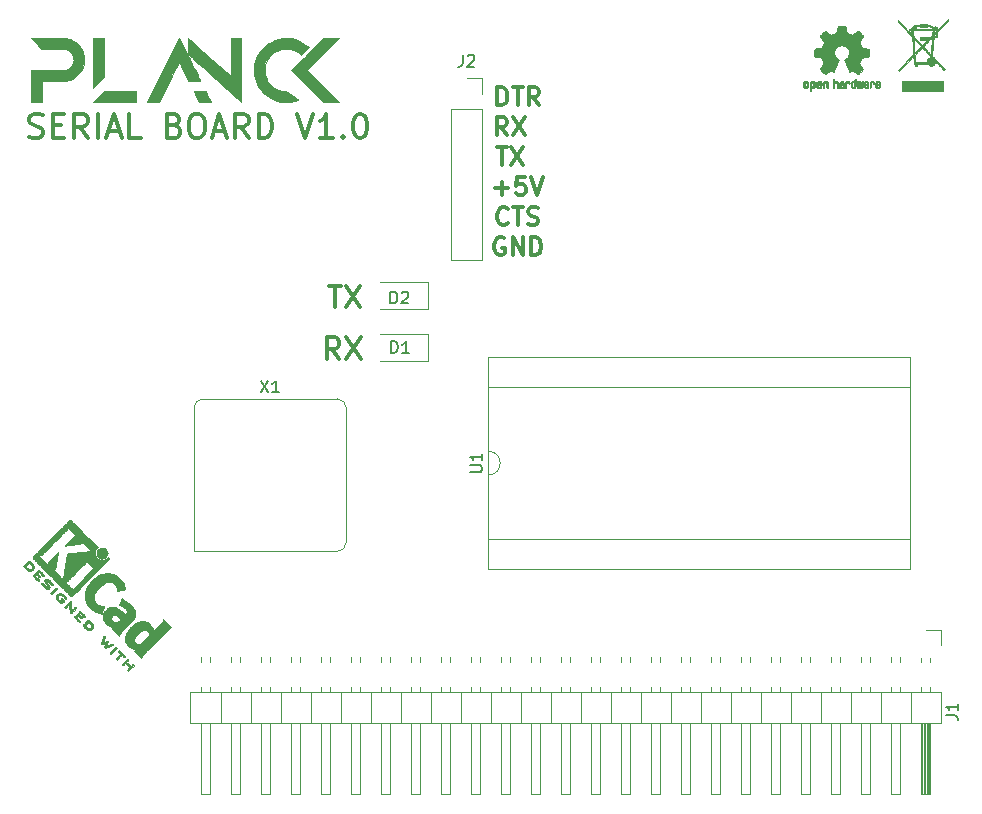
<source format=gbr>
%TF.GenerationSoftware,KiCad,Pcbnew,(5.1.6-0-10_14)*%
%TF.CreationDate,2021-01-13T00:48:19+01:00*%
%TF.ProjectId,serial_board,73657269-616c-45f6-926f-6172642e6b69,rev?*%
%TF.SameCoordinates,Original*%
%TF.FileFunction,Legend,Top*%
%TF.FilePolarity,Positive*%
%FSLAX46Y46*%
G04 Gerber Fmt 4.6, Leading zero omitted, Abs format (unit mm)*
G04 Created by KiCad (PCBNEW (5.1.6-0-10_14)) date 2021-01-13 00:48:19*
%MOMM*%
%LPD*%
G01*
G04 APERTURE LIST*
%ADD10C,0.300000*%
%ADD11C,0.120000*%
%ADD12C,0.010000*%
%ADD13C,0.150000*%
G04 APERTURE END LIST*
D10*
X27711571Y36990214D02*
X28740142Y36990214D01*
X28225857Y35190214D02*
X28225857Y36990214D01*
X29168714Y36990214D02*
X30368714Y35190214D01*
X30368714Y36990214D02*
X29168714Y35190214D01*
X28592500Y30808714D02*
X27992500Y31665857D01*
X27563928Y30808714D02*
X27563928Y32608714D01*
X28249642Y32608714D01*
X28421071Y32523000D01*
X28506785Y32437285D01*
X28592500Y32265857D01*
X28592500Y32008714D01*
X28506785Y31837285D01*
X28421071Y31751571D01*
X28249642Y31665857D01*
X27563928Y31665857D01*
X29192500Y32608714D02*
X30392500Y30808714D01*
X30392500Y32608714D02*
X29192500Y30808714D01*
X41973714Y52280428D02*
X41973714Y53780428D01*
X42330857Y53780428D01*
X42545142Y53709000D01*
X42688000Y53566142D01*
X42759428Y53423285D01*
X42830857Y53137571D01*
X42830857Y52923285D01*
X42759428Y52637571D01*
X42688000Y52494714D01*
X42545142Y52351857D01*
X42330857Y52280428D01*
X41973714Y52280428D01*
X43259428Y53780428D02*
X44116571Y53780428D01*
X43688000Y52280428D02*
X43688000Y53780428D01*
X45473714Y52280428D02*
X44973714Y52994714D01*
X44616571Y52280428D02*
X44616571Y53780428D01*
X45188000Y53780428D01*
X45330857Y53709000D01*
X45402285Y53637571D01*
X45473714Y53494714D01*
X45473714Y53280428D01*
X45402285Y53137571D01*
X45330857Y53066142D01*
X45188000Y52994714D01*
X44616571Y52994714D01*
X42803000Y49740428D02*
X42303000Y50454714D01*
X41945857Y49740428D02*
X41945857Y51240428D01*
X42517285Y51240428D01*
X42660142Y51169000D01*
X42731571Y51097571D01*
X42803000Y50954714D01*
X42803000Y50740428D01*
X42731571Y50597571D01*
X42660142Y50526142D01*
X42517285Y50454714D01*
X41945857Y50454714D01*
X43303000Y51240428D02*
X44303000Y49740428D01*
X44303000Y51240428D02*
X43303000Y49740428D01*
X41910142Y48700428D02*
X42767285Y48700428D01*
X42338714Y47200428D02*
X42338714Y48700428D01*
X43124428Y48700428D02*
X44124428Y47200428D01*
X44124428Y48700428D02*
X43124428Y47200428D01*
X41759428Y45231857D02*
X42902285Y45231857D01*
X42330857Y44660428D02*
X42330857Y45803285D01*
X44330857Y46160428D02*
X43616571Y46160428D01*
X43545142Y45446142D01*
X43616571Y45517571D01*
X43759428Y45589000D01*
X44116571Y45589000D01*
X44259428Y45517571D01*
X44330857Y45446142D01*
X44402285Y45303285D01*
X44402285Y44946142D01*
X44330857Y44803285D01*
X44259428Y44731857D01*
X44116571Y44660428D01*
X43759428Y44660428D01*
X43616571Y44731857D01*
X43545142Y44803285D01*
X44830857Y46160428D02*
X45330857Y44660428D01*
X45830857Y46160428D01*
X42866571Y42263285D02*
X42795142Y42191857D01*
X42580857Y42120428D01*
X42438000Y42120428D01*
X42223714Y42191857D01*
X42080857Y42334714D01*
X42009428Y42477571D01*
X41938000Y42763285D01*
X41938000Y42977571D01*
X42009428Y43263285D01*
X42080857Y43406142D01*
X42223714Y43549000D01*
X42438000Y43620428D01*
X42580857Y43620428D01*
X42795142Y43549000D01*
X42866571Y43477571D01*
X43295142Y43620428D02*
X44152285Y43620428D01*
X43723714Y42120428D02*
X43723714Y43620428D01*
X44580857Y42191857D02*
X44795142Y42120428D01*
X45152285Y42120428D01*
X45295142Y42191857D01*
X45366571Y42263285D01*
X45438000Y42406142D01*
X45438000Y42549000D01*
X45366571Y42691857D01*
X45295142Y42763285D01*
X45152285Y42834714D01*
X44866571Y42906142D01*
X44723714Y42977571D01*
X44652285Y43049000D01*
X44580857Y43191857D01*
X44580857Y43334714D01*
X44652285Y43477571D01*
X44723714Y43549000D01*
X44866571Y43620428D01*
X45223714Y43620428D01*
X45438000Y43549000D01*
X42545142Y41009000D02*
X42402285Y41080428D01*
X42188000Y41080428D01*
X41973714Y41009000D01*
X41830857Y40866142D01*
X41759428Y40723285D01*
X41688000Y40437571D01*
X41688000Y40223285D01*
X41759428Y39937571D01*
X41830857Y39794714D01*
X41973714Y39651857D01*
X42188000Y39580428D01*
X42330857Y39580428D01*
X42545142Y39651857D01*
X42616571Y39723285D01*
X42616571Y40223285D01*
X42330857Y40223285D01*
X43259428Y39580428D02*
X43259428Y41080428D01*
X44116571Y39580428D01*
X44116571Y41080428D01*
X44830857Y39580428D02*
X44830857Y41080428D01*
X45188000Y41080428D01*
X45402285Y41009000D01*
X45545142Y40866142D01*
X45616571Y40723285D01*
X45688000Y40437571D01*
X45688000Y40223285D01*
X45616571Y39937571D01*
X45545142Y39794714D01*
X45402285Y39651857D01*
X45188000Y39580428D01*
X44830857Y39580428D01*
X2351285Y49609476D02*
X2637000Y49514238D01*
X3113190Y49514238D01*
X3303666Y49609476D01*
X3398904Y49704714D01*
X3494142Y49895190D01*
X3494142Y50085666D01*
X3398904Y50276142D01*
X3303666Y50371380D01*
X3113190Y50466619D01*
X2732238Y50561857D01*
X2541761Y50657095D01*
X2446523Y50752333D01*
X2351285Y50942809D01*
X2351285Y51133285D01*
X2446523Y51323761D01*
X2541761Y51419000D01*
X2732238Y51514238D01*
X3208428Y51514238D01*
X3494142Y51419000D01*
X4351285Y50561857D02*
X5017952Y50561857D01*
X5303666Y49514238D02*
X4351285Y49514238D01*
X4351285Y51514238D01*
X5303666Y51514238D01*
X7303666Y49514238D02*
X6637000Y50466619D01*
X6160809Y49514238D02*
X6160809Y51514238D01*
X6922714Y51514238D01*
X7113190Y51419000D01*
X7208428Y51323761D01*
X7303666Y51133285D01*
X7303666Y50847571D01*
X7208428Y50657095D01*
X7113190Y50561857D01*
X6922714Y50466619D01*
X6160809Y50466619D01*
X8160809Y49514238D02*
X8160809Y51514238D01*
X9017952Y50085666D02*
X9970333Y50085666D01*
X8827476Y49514238D02*
X9494142Y51514238D01*
X10160809Y49514238D01*
X11779857Y49514238D02*
X10827476Y49514238D01*
X10827476Y51514238D01*
X14637000Y50561857D02*
X14922714Y50466619D01*
X15017952Y50371380D01*
X15113190Y50180904D01*
X15113190Y49895190D01*
X15017952Y49704714D01*
X14922714Y49609476D01*
X14732238Y49514238D01*
X13970333Y49514238D01*
X13970333Y51514238D01*
X14637000Y51514238D01*
X14827476Y51419000D01*
X14922714Y51323761D01*
X15017952Y51133285D01*
X15017952Y50942809D01*
X14922714Y50752333D01*
X14827476Y50657095D01*
X14637000Y50561857D01*
X13970333Y50561857D01*
X16351285Y51514238D02*
X16732238Y51514238D01*
X16922714Y51419000D01*
X17113190Y51228523D01*
X17208428Y50847571D01*
X17208428Y50180904D01*
X17113190Y49799952D01*
X16922714Y49609476D01*
X16732238Y49514238D01*
X16351285Y49514238D01*
X16160809Y49609476D01*
X15970333Y49799952D01*
X15875095Y50180904D01*
X15875095Y50847571D01*
X15970333Y51228523D01*
X16160809Y51419000D01*
X16351285Y51514238D01*
X17970333Y50085666D02*
X18922714Y50085666D01*
X17779857Y49514238D02*
X18446523Y51514238D01*
X19113190Y49514238D01*
X20922714Y49514238D02*
X20256047Y50466619D01*
X19779857Y49514238D02*
X19779857Y51514238D01*
X20541761Y51514238D01*
X20732238Y51419000D01*
X20827476Y51323761D01*
X20922714Y51133285D01*
X20922714Y50847571D01*
X20827476Y50657095D01*
X20732238Y50561857D01*
X20541761Y50466619D01*
X19779857Y50466619D01*
X21779857Y49514238D02*
X21779857Y51514238D01*
X22256047Y51514238D01*
X22541761Y51419000D01*
X22732238Y51228523D01*
X22827476Y51038047D01*
X22922714Y50657095D01*
X22922714Y50371380D01*
X22827476Y49990428D01*
X22732238Y49799952D01*
X22541761Y49609476D01*
X22256047Y49514238D01*
X21779857Y49514238D01*
X25017952Y51514238D02*
X25684619Y49514238D01*
X26351285Y51514238D01*
X28065571Y49514238D02*
X26922714Y49514238D01*
X27494142Y49514238D02*
X27494142Y51514238D01*
X27303666Y51228523D01*
X27113190Y51038047D01*
X26922714Y50942809D01*
X28922714Y49704714D02*
X29017952Y49609476D01*
X28922714Y49514238D01*
X28827476Y49609476D01*
X28922714Y49704714D01*
X28922714Y49514238D01*
X30256047Y51514238D02*
X30446523Y51514238D01*
X30636999Y51419000D01*
X30732238Y51323761D01*
X30827476Y51133285D01*
X30922714Y50752333D01*
X30922714Y50276142D01*
X30827476Y49895190D01*
X30732238Y49704714D01*
X30636999Y49609476D01*
X30446523Y49514238D01*
X30256047Y49514238D01*
X30065571Y49609476D01*
X29970333Y49704714D01*
X29875095Y49895190D01*
X29779857Y50276142D01*
X29779857Y50752333D01*
X29875095Y51133285D01*
X29970333Y51323761D01*
X30065571Y51419000D01*
X30256047Y51514238D01*
D11*
%TO.C,D2*%
X36115000Y37266500D02*
X32055000Y37266500D01*
X36115000Y34996500D02*
X36115000Y37266500D01*
X32055000Y34996500D02*
X36115000Y34996500D01*
%TO.C,D1*%
X36115000Y32885000D02*
X32055000Y32885000D01*
X36115000Y30615000D02*
X36115000Y32885000D01*
X32055000Y30615000D02*
X36115000Y30615000D01*
%TO.C,X1*%
X16283000Y26655000D02*
X16283000Y14505000D01*
X28433000Y27405000D02*
X17033000Y27405000D01*
X29183000Y15255000D02*
X29183000Y26655000D01*
X16283000Y14505000D02*
X28433000Y14505000D01*
X17033000Y27405000D02*
G75*
G03*
X16283000Y26655000I0J-750000D01*
G01*
X29183000Y26655000D02*
G75*
G03*
X28433000Y27405000I-750000J0D01*
G01*
X28433000Y14505000D02*
G75*
G03*
X29183000Y15255000I0J750000D01*
G01*
%TO.C,U1*%
X41215000Y20971000D02*
X41215000Y15511000D01*
X41215000Y15511000D02*
X76895000Y15511000D01*
X76895000Y15511000D02*
X76895000Y28431000D01*
X76895000Y28431000D02*
X41215000Y28431000D01*
X41215000Y28431000D02*
X41215000Y22971000D01*
X41155000Y13021000D02*
X76955000Y13021000D01*
X76955000Y13021000D02*
X76955000Y30921000D01*
X76955000Y30921000D02*
X41155000Y30921000D01*
X41155000Y30921000D02*
X41155000Y13021000D01*
X41215000Y22971000D02*
G75*
G02*
X41215000Y20971000I0J-1000000D01*
G01*
%TO.C,J2*%
X38040000Y51943000D02*
X40700000Y51943000D01*
X38040000Y51943000D02*
X38040000Y39183000D01*
X38040000Y39183000D02*
X40700000Y39183000D01*
X40700000Y51943000D02*
X40700000Y39183000D01*
X40700000Y54543000D02*
X40700000Y53213000D01*
X39370000Y54543000D02*
X40700000Y54543000D01*
D12*
%TO.C,REF\u002A\u002A*%
G36*
X68719744Y54341082D02*
G01*
X68775201Y54313432D01*
X68824148Y54262520D01*
X68837629Y54243662D01*
X68852314Y54218985D01*
X68861842Y54192184D01*
X68867293Y54156413D01*
X68869747Y54104831D01*
X68870286Y54036733D01*
X68867852Y53943412D01*
X68859394Y53873343D01*
X68843174Y53821069D01*
X68817454Y53781131D01*
X68780497Y53748071D01*
X68777782Y53746114D01*
X68741360Y53726092D01*
X68697502Y53716185D01*
X68641724Y53713743D01*
X68551048Y53713743D01*
X68551010Y53625717D01*
X68550166Y53576692D01*
X68545024Y53547935D01*
X68531587Y53530689D01*
X68505858Y53516192D01*
X68499679Y53513231D01*
X68470764Y53499352D01*
X68448376Y53490586D01*
X68431729Y53489829D01*
X68420036Y53499977D01*
X68412510Y53523927D01*
X68408366Y53564574D01*
X68406815Y53624814D01*
X68407071Y53707545D01*
X68408349Y53815661D01*
X68408748Y53848000D01*
X68410185Y53959476D01*
X68411472Y54032397D01*
X68550971Y54032397D01*
X68551755Y53970501D01*
X68555240Y53930003D01*
X68563124Y53903292D01*
X68577105Y53882756D01*
X68586597Y53872740D01*
X68625404Y53843433D01*
X68659763Y53841048D01*
X68695216Y53865250D01*
X68696114Y53866143D01*
X68710539Y53884847D01*
X68719313Y53910268D01*
X68723739Y53949416D01*
X68725118Y54009303D01*
X68725143Y54022570D01*
X68721812Y54105099D01*
X68710969Y54162309D01*
X68691340Y54197234D01*
X68661650Y54212906D01*
X68644491Y54214486D01*
X68603766Y54207074D01*
X68575832Y54182670D01*
X68559017Y54138020D01*
X68551650Y54069870D01*
X68550971Y54032397D01*
X68411472Y54032397D01*
X68411708Y54045755D01*
X68413677Y54110667D01*
X68416450Y54158042D01*
X68420388Y54191710D01*
X68425849Y54215502D01*
X68433192Y54233247D01*
X68442777Y54248776D01*
X68446887Y54254619D01*
X68501405Y54309815D01*
X68570336Y54341110D01*
X68650072Y54349835D01*
X68719744Y54341082D01*
G37*
X68719744Y54341082D02*
X68775201Y54313432D01*
X68824148Y54262520D01*
X68837629Y54243662D01*
X68852314Y54218985D01*
X68861842Y54192184D01*
X68867293Y54156413D01*
X68869747Y54104831D01*
X68870286Y54036733D01*
X68867852Y53943412D01*
X68859394Y53873343D01*
X68843174Y53821069D01*
X68817454Y53781131D01*
X68780497Y53748071D01*
X68777782Y53746114D01*
X68741360Y53726092D01*
X68697502Y53716185D01*
X68641724Y53713743D01*
X68551048Y53713743D01*
X68551010Y53625717D01*
X68550166Y53576692D01*
X68545024Y53547935D01*
X68531587Y53530689D01*
X68505858Y53516192D01*
X68499679Y53513231D01*
X68470764Y53499352D01*
X68448376Y53490586D01*
X68431729Y53489829D01*
X68420036Y53499977D01*
X68412510Y53523927D01*
X68408366Y53564574D01*
X68406815Y53624814D01*
X68407071Y53707545D01*
X68408349Y53815661D01*
X68408748Y53848000D01*
X68410185Y53959476D01*
X68411472Y54032397D01*
X68550971Y54032397D01*
X68551755Y53970501D01*
X68555240Y53930003D01*
X68563124Y53903292D01*
X68577105Y53882756D01*
X68586597Y53872740D01*
X68625404Y53843433D01*
X68659763Y53841048D01*
X68695216Y53865250D01*
X68696114Y53866143D01*
X68710539Y53884847D01*
X68719313Y53910268D01*
X68723739Y53949416D01*
X68725118Y54009303D01*
X68725143Y54022570D01*
X68721812Y54105099D01*
X68710969Y54162309D01*
X68691340Y54197234D01*
X68661650Y54212906D01*
X68644491Y54214486D01*
X68603766Y54207074D01*
X68575832Y54182670D01*
X68559017Y54138020D01*
X68551650Y54069870D01*
X68550971Y54032397D01*
X68411472Y54032397D01*
X68411708Y54045755D01*
X68413677Y54110667D01*
X68416450Y54158042D01*
X68420388Y54191710D01*
X68425849Y54215502D01*
X68433192Y54233247D01*
X68442777Y54248776D01*
X68446887Y54254619D01*
X68501405Y54309815D01*
X68570336Y54341110D01*
X68650072Y54349835D01*
X68719744Y54341082D01*
G36*
X69836093Y54333220D02*
G01*
X69882672Y54306277D01*
X69915057Y54279534D01*
X69938742Y54251516D01*
X69955059Y54217252D01*
X69965339Y54171773D01*
X69970914Y54110108D01*
X69973116Y54027289D01*
X69973371Y53967754D01*
X69973371Y53748609D01*
X69911686Y53720956D01*
X69850000Y53693303D01*
X69842743Y53933330D01*
X69839744Y54022972D01*
X69836598Y54088038D01*
X69832701Y54132974D01*
X69827447Y54162230D01*
X69820231Y54180252D01*
X69810450Y54191489D01*
X69807312Y54193921D01*
X69759761Y54212917D01*
X69711697Y54205400D01*
X69683086Y54185457D01*
X69671447Y54171325D01*
X69663391Y54152780D01*
X69658271Y54124666D01*
X69655441Y54081827D01*
X69654256Y54019105D01*
X69654057Y53953739D01*
X69654018Y53871732D01*
X69652614Y53813684D01*
X69647914Y53774535D01*
X69637987Y53749220D01*
X69620903Y53732677D01*
X69594732Y53719844D01*
X69559775Y53706509D01*
X69521596Y53691993D01*
X69526141Y53949611D01*
X69527971Y54042481D01*
X69530112Y54111111D01*
X69533181Y54160289D01*
X69537794Y54194802D01*
X69544568Y54219438D01*
X69554119Y54238984D01*
X69565634Y54256230D01*
X69621190Y54311320D01*
X69688980Y54343178D01*
X69762713Y54350809D01*
X69836093Y54333220D01*
G37*
X69836093Y54333220D02*
X69882672Y54306277D01*
X69915057Y54279534D01*
X69938742Y54251516D01*
X69955059Y54217252D01*
X69965339Y54171773D01*
X69970914Y54110108D01*
X69973116Y54027289D01*
X69973371Y53967754D01*
X69973371Y53748609D01*
X69911686Y53720956D01*
X69850000Y53693303D01*
X69842743Y53933330D01*
X69839744Y54022972D01*
X69836598Y54088038D01*
X69832701Y54132974D01*
X69827447Y54162230D01*
X69820231Y54180252D01*
X69810450Y54191489D01*
X69807312Y54193921D01*
X69759761Y54212917D01*
X69711697Y54205400D01*
X69683086Y54185457D01*
X69671447Y54171325D01*
X69663391Y54152780D01*
X69658271Y54124666D01*
X69655441Y54081827D01*
X69654256Y54019105D01*
X69654057Y53953739D01*
X69654018Y53871732D01*
X69652614Y53813684D01*
X69647914Y53774535D01*
X69637987Y53749220D01*
X69620903Y53732677D01*
X69594732Y53719844D01*
X69559775Y53706509D01*
X69521596Y53691993D01*
X69526141Y53949611D01*
X69527971Y54042481D01*
X69530112Y54111111D01*
X69533181Y54160289D01*
X69537794Y54194802D01*
X69544568Y54219438D01*
X69554119Y54238984D01*
X69565634Y54256230D01*
X69621190Y54311320D01*
X69688980Y54343178D01*
X69762713Y54350809D01*
X69836093Y54333220D01*
G36*
X68161115Y54339038D02*
G01*
X68229145Y54303267D01*
X68279351Y54245699D01*
X68297185Y54208688D01*
X68311063Y54153118D01*
X68318167Y54082904D01*
X68318840Y54006273D01*
X68313427Y53931448D01*
X68302270Y53866658D01*
X68285714Y53820127D01*
X68280626Y53812113D01*
X68220355Y53752293D01*
X68148769Y53716465D01*
X68071092Y53705980D01*
X67992548Y53722190D01*
X67970689Y53731908D01*
X67928122Y53761857D01*
X67890763Y53801567D01*
X67887232Y53806603D01*
X67872881Y53830876D01*
X67863394Y53856822D01*
X67857790Y53890978D01*
X67855086Y53939881D01*
X67854299Y54010065D01*
X67854286Y54025800D01*
X67854322Y54030808D01*
X67999429Y54030808D01*
X68000273Y53964570D01*
X68003596Y53920614D01*
X68010583Y53892221D01*
X68022416Y53872675D01*
X68028457Y53866143D01*
X68063186Y53841320D01*
X68096903Y53842452D01*
X68130995Y53863984D01*
X68151329Y53886971D01*
X68163371Y53920522D01*
X68170134Y53973431D01*
X68170598Y53979601D01*
X68171752Y54075487D01*
X68159688Y54146701D01*
X68134570Y54192806D01*
X68096560Y54213365D01*
X68082992Y54214486D01*
X68047364Y54208848D01*
X68022994Y54189314D01*
X68008093Y54151958D01*
X68000875Y54092850D01*
X67999429Y54030808D01*
X67854322Y54030808D01*
X67854826Y54100587D01*
X67857096Y54152841D01*
X67862068Y54189051D01*
X67870713Y54215701D01*
X67884005Y54239278D01*
X67886943Y54243662D01*
X67936313Y54302751D01*
X67990109Y54337053D01*
X68055602Y54350669D01*
X68077842Y54351335D01*
X68161115Y54339038D01*
G37*
X68161115Y54339038D02*
X68229145Y54303267D01*
X68279351Y54245699D01*
X68297185Y54208688D01*
X68311063Y54153118D01*
X68318167Y54082904D01*
X68318840Y54006273D01*
X68313427Y53931448D01*
X68302270Y53866658D01*
X68285714Y53820127D01*
X68280626Y53812113D01*
X68220355Y53752293D01*
X68148769Y53716465D01*
X68071092Y53705980D01*
X67992548Y53722190D01*
X67970689Y53731908D01*
X67928122Y53761857D01*
X67890763Y53801567D01*
X67887232Y53806603D01*
X67872881Y53830876D01*
X67863394Y53856822D01*
X67857790Y53890978D01*
X67855086Y53939881D01*
X67854299Y54010065D01*
X67854286Y54025800D01*
X67854322Y54030808D01*
X67999429Y54030808D01*
X68000273Y53964570D01*
X68003596Y53920614D01*
X68010583Y53892221D01*
X68022416Y53872675D01*
X68028457Y53866143D01*
X68063186Y53841320D01*
X68096903Y53842452D01*
X68130995Y53863984D01*
X68151329Y53886971D01*
X68163371Y53920522D01*
X68170134Y53973431D01*
X68170598Y53979601D01*
X68171752Y54075487D01*
X68159688Y54146701D01*
X68134570Y54192806D01*
X68096560Y54213365D01*
X68082992Y54214486D01*
X68047364Y54208848D01*
X68022994Y54189314D01*
X68008093Y54151958D01*
X68000875Y54092850D01*
X67999429Y54030808D01*
X67854322Y54030808D01*
X67854826Y54100587D01*
X67857096Y54152841D01*
X67862068Y54189051D01*
X67870713Y54215701D01*
X67884005Y54239278D01*
X67886943Y54243662D01*
X67936313Y54302751D01*
X67990109Y54337053D01*
X68055602Y54350669D01*
X68077842Y54351335D01*
X68161115Y54339038D01*
G36*
X69288303Y54329761D02*
G01*
X69345527Y54291265D01*
X69389749Y54235665D01*
X69416167Y54164914D01*
X69421510Y54112838D01*
X69420903Y54091107D01*
X69415822Y54074469D01*
X69401855Y54059563D01*
X69374589Y54043027D01*
X69329612Y54021502D01*
X69262511Y53991626D01*
X69262171Y53991476D01*
X69200407Y53963187D01*
X69149759Y53938067D01*
X69115404Y53918821D01*
X69102518Y53908152D01*
X69102514Y53908066D01*
X69113872Y53884834D01*
X69140431Y53859226D01*
X69170923Y53840779D01*
X69186370Y53837114D01*
X69228515Y53849788D01*
X69264808Y53881529D01*
X69282517Y53916428D01*
X69299552Y53942155D01*
X69332922Y53971454D01*
X69372149Y53996765D01*
X69406756Y54010529D01*
X69413993Y54011286D01*
X69422139Y53998840D01*
X69422630Y53967028D01*
X69416643Y53924134D01*
X69405357Y53878442D01*
X69389950Y53838239D01*
X69389171Y53836678D01*
X69342804Y53771938D01*
X69282711Y53727903D01*
X69214465Y53706289D01*
X69143638Y53708815D01*
X69075804Y53737196D01*
X69072788Y53739192D01*
X69019427Y53787552D01*
X68984340Y53850648D01*
X68964922Y53933613D01*
X68962316Y53956922D01*
X68957701Y54066945D01*
X68963233Y54118252D01*
X69102514Y54118252D01*
X69104324Y54086247D01*
X69114222Y54076907D01*
X69138898Y54083895D01*
X69177795Y54100413D01*
X69221275Y54121119D01*
X69222356Y54121667D01*
X69259209Y54141051D01*
X69274000Y54153987D01*
X69270353Y54167549D01*
X69254995Y54185368D01*
X69215923Y54211155D01*
X69173846Y54213050D01*
X69136103Y54194283D01*
X69110034Y54158085D01*
X69102514Y54118252D01*
X68963233Y54118252D01*
X68967194Y54154973D01*
X68991550Y54224788D01*
X69025456Y54273698D01*
X69086653Y54323122D01*
X69154063Y54347641D01*
X69222880Y54349203D01*
X69288303Y54329761D01*
G37*
X69288303Y54329761D02*
X69345527Y54291265D01*
X69389749Y54235665D01*
X69416167Y54164914D01*
X69421510Y54112838D01*
X69420903Y54091107D01*
X69415822Y54074469D01*
X69401855Y54059563D01*
X69374589Y54043027D01*
X69329612Y54021502D01*
X69262511Y53991626D01*
X69262171Y53991476D01*
X69200407Y53963187D01*
X69149759Y53938067D01*
X69115404Y53918821D01*
X69102518Y53908152D01*
X69102514Y53908066D01*
X69113872Y53884834D01*
X69140431Y53859226D01*
X69170923Y53840779D01*
X69186370Y53837114D01*
X69228515Y53849788D01*
X69264808Y53881529D01*
X69282517Y53916428D01*
X69299552Y53942155D01*
X69332922Y53971454D01*
X69372149Y53996765D01*
X69406756Y54010529D01*
X69413993Y54011286D01*
X69422139Y53998840D01*
X69422630Y53967028D01*
X69416643Y53924134D01*
X69405357Y53878442D01*
X69389950Y53838239D01*
X69389171Y53836678D01*
X69342804Y53771938D01*
X69282711Y53727903D01*
X69214465Y53706289D01*
X69143638Y53708815D01*
X69075804Y53737196D01*
X69072788Y53739192D01*
X69019427Y53787552D01*
X68984340Y53850648D01*
X68964922Y53933613D01*
X68962316Y53956922D01*
X68957701Y54066945D01*
X68963233Y54118252D01*
X69102514Y54118252D01*
X69104324Y54086247D01*
X69114222Y54076907D01*
X69138898Y54083895D01*
X69177795Y54100413D01*
X69221275Y54121119D01*
X69222356Y54121667D01*
X69259209Y54141051D01*
X69274000Y54153987D01*
X69270353Y54167549D01*
X69254995Y54185368D01*
X69215923Y54211155D01*
X69173846Y54213050D01*
X69136103Y54194283D01*
X69110034Y54158085D01*
X69102514Y54118252D01*
X68963233Y54118252D01*
X68967194Y54154973D01*
X68991550Y54224788D01*
X69025456Y54273698D01*
X69086653Y54323122D01*
X69154063Y54347641D01*
X69222880Y54349203D01*
X69288303Y54329761D01*
G36*
X70495886Y54409711D02*
G01*
X70500139Y54350387D01*
X70505025Y54315428D01*
X70511795Y54300180D01*
X70521702Y54299985D01*
X70524914Y54301805D01*
X70567644Y54314985D01*
X70623227Y54314215D01*
X70679737Y54300667D01*
X70715082Y54283139D01*
X70751321Y54255139D01*
X70777813Y54223451D01*
X70795999Y54183187D01*
X70807322Y54129457D01*
X70813222Y54057374D01*
X70815143Y53962049D01*
X70815177Y53943763D01*
X70815200Y53738354D01*
X70769491Y53722420D01*
X70737027Y53711580D01*
X70719215Y53706532D01*
X70718691Y53706486D01*
X70716937Y53720172D01*
X70715444Y53757924D01*
X70714326Y53814776D01*
X70713697Y53885766D01*
X70713600Y53928927D01*
X70713398Y54014027D01*
X70712358Y54075019D01*
X70709831Y54116823D01*
X70705164Y54144358D01*
X70697707Y54162544D01*
X70686811Y54176302D01*
X70680007Y54182927D01*
X70633272Y54209625D01*
X70582272Y54211625D01*
X70536001Y54189045D01*
X70527444Y54180893D01*
X70514893Y54165564D01*
X70506188Y54147382D01*
X70500631Y54121091D01*
X70497526Y54081438D01*
X70496176Y54023168D01*
X70495886Y53942827D01*
X70495886Y53738354D01*
X70450177Y53722420D01*
X70417713Y53711580D01*
X70399901Y53706532D01*
X70399377Y53706486D01*
X70398037Y53720377D01*
X70396828Y53759561D01*
X70395801Y53820300D01*
X70395002Y53898859D01*
X70394481Y53991502D01*
X70394286Y54094491D01*
X70394286Y54491658D01*
X70441457Y54511556D01*
X70488629Y54531453D01*
X70495886Y54409711D01*
G37*
X70495886Y54409711D02*
X70500139Y54350387D01*
X70505025Y54315428D01*
X70511795Y54300180D01*
X70521702Y54299985D01*
X70524914Y54301805D01*
X70567644Y54314985D01*
X70623227Y54314215D01*
X70679737Y54300667D01*
X70715082Y54283139D01*
X70751321Y54255139D01*
X70777813Y54223451D01*
X70795999Y54183187D01*
X70807322Y54129457D01*
X70813222Y54057374D01*
X70815143Y53962049D01*
X70815177Y53943763D01*
X70815200Y53738354D01*
X70769491Y53722420D01*
X70737027Y53711580D01*
X70719215Y53706532D01*
X70718691Y53706486D01*
X70716937Y53720172D01*
X70715444Y53757924D01*
X70714326Y53814776D01*
X70713697Y53885766D01*
X70713600Y53928927D01*
X70713398Y54014027D01*
X70712358Y54075019D01*
X70709831Y54116823D01*
X70705164Y54144358D01*
X70697707Y54162544D01*
X70686811Y54176302D01*
X70680007Y54182927D01*
X70633272Y54209625D01*
X70582272Y54211625D01*
X70536001Y54189045D01*
X70527444Y54180893D01*
X70514893Y54165564D01*
X70506188Y54147382D01*
X70500631Y54121091D01*
X70497526Y54081438D01*
X70496176Y54023168D01*
X70495886Y53942827D01*
X70495886Y53738354D01*
X70450177Y53722420D01*
X70417713Y53711580D01*
X70399901Y53706532D01*
X70399377Y53706486D01*
X70398037Y53720377D01*
X70396828Y53759561D01*
X70395801Y53820300D01*
X70395002Y53898859D01*
X70394481Y53991502D01*
X70394286Y54094491D01*
X70394286Y54491658D01*
X70441457Y54511556D01*
X70488629Y54531453D01*
X70495886Y54409711D01*
G36*
X71159744Y54310032D02*
G01*
X71216616Y54288913D01*
X71217267Y54288507D01*
X71252440Y54262620D01*
X71278407Y54232367D01*
X71296670Y54192942D01*
X71308732Y54139538D01*
X71316096Y54067349D01*
X71320264Y53971568D01*
X71320629Y53957922D01*
X71325876Y53752158D01*
X71281716Y53729322D01*
X71249763Y53713890D01*
X71230470Y53706577D01*
X71229578Y53706486D01*
X71226239Y53719978D01*
X71223587Y53756374D01*
X71221956Y53809548D01*
X71221600Y53852607D01*
X71221592Y53922359D01*
X71218403Y53966163D01*
X71207288Y53987056D01*
X71183501Y53988075D01*
X71142296Y53972259D01*
X71080086Y53943185D01*
X71034341Y53919037D01*
X71010813Y53898087D01*
X71003896Y53875253D01*
X71003886Y53874123D01*
X71015299Y53834788D01*
X71049092Y53813538D01*
X71100809Y53810461D01*
X71138061Y53810994D01*
X71157703Y53800265D01*
X71169952Y53774495D01*
X71177002Y53741663D01*
X71166842Y53723034D01*
X71163017Y53720368D01*
X71127001Y53709660D01*
X71076566Y53708144D01*
X71024626Y53715241D01*
X70987822Y53728212D01*
X70936938Y53771415D01*
X70908014Y53831554D01*
X70902286Y53878538D01*
X70906657Y53920918D01*
X70922475Y53955512D01*
X70953797Y53986237D01*
X71004678Y54017010D01*
X71079176Y54051748D01*
X71083714Y54053712D01*
X71150821Y54084713D01*
X71192232Y54110138D01*
X71209981Y54132986D01*
X71206107Y54156255D01*
X71182643Y54182944D01*
X71175627Y54189086D01*
X71128630Y54212900D01*
X71079933Y54211897D01*
X71037522Y54188549D01*
X71009384Y54145325D01*
X71006769Y54136840D01*
X70981308Y54095692D01*
X70949001Y54075872D01*
X70902286Y54056230D01*
X70902286Y54107050D01*
X70916496Y54180918D01*
X70958675Y54248673D01*
X70980624Y54271339D01*
X71030517Y54300431D01*
X71093967Y54313600D01*
X71159744Y54310032D01*
G37*
X71159744Y54310032D02*
X71216616Y54288913D01*
X71217267Y54288507D01*
X71252440Y54262620D01*
X71278407Y54232367D01*
X71296670Y54192942D01*
X71308732Y54139538D01*
X71316096Y54067349D01*
X71320264Y53971568D01*
X71320629Y53957922D01*
X71325876Y53752158D01*
X71281716Y53729322D01*
X71249763Y53713890D01*
X71230470Y53706577D01*
X71229578Y53706486D01*
X71226239Y53719978D01*
X71223587Y53756374D01*
X71221956Y53809548D01*
X71221600Y53852607D01*
X71221592Y53922359D01*
X71218403Y53966163D01*
X71207288Y53987056D01*
X71183501Y53988075D01*
X71142296Y53972259D01*
X71080086Y53943185D01*
X71034341Y53919037D01*
X71010813Y53898087D01*
X71003896Y53875253D01*
X71003886Y53874123D01*
X71015299Y53834788D01*
X71049092Y53813538D01*
X71100809Y53810461D01*
X71138061Y53810994D01*
X71157703Y53800265D01*
X71169952Y53774495D01*
X71177002Y53741663D01*
X71166842Y53723034D01*
X71163017Y53720368D01*
X71127001Y53709660D01*
X71076566Y53708144D01*
X71024626Y53715241D01*
X70987822Y53728212D01*
X70936938Y53771415D01*
X70908014Y53831554D01*
X70902286Y53878538D01*
X70906657Y53920918D01*
X70922475Y53955512D01*
X70953797Y53986237D01*
X71004678Y54017010D01*
X71079176Y54051748D01*
X71083714Y54053712D01*
X71150821Y54084713D01*
X71192232Y54110138D01*
X71209981Y54132986D01*
X71206107Y54156255D01*
X71182643Y54182944D01*
X71175627Y54189086D01*
X71128630Y54212900D01*
X71079933Y54211897D01*
X71037522Y54188549D01*
X71009384Y54145325D01*
X71006769Y54136840D01*
X70981308Y54095692D01*
X70949001Y54075872D01*
X70902286Y54056230D01*
X70902286Y54107050D01*
X70916496Y54180918D01*
X70958675Y54248673D01*
X70980624Y54271339D01*
X71030517Y54300431D01*
X71093967Y54313600D01*
X71159744Y54310032D01*
G36*
X71649926Y54311245D02*
G01*
X71715858Y54286916D01*
X71769273Y54243883D01*
X71790164Y54213591D01*
X71812939Y54158006D01*
X71812466Y54117814D01*
X71788562Y54090783D01*
X71779717Y54086187D01*
X71741530Y54071856D01*
X71722028Y54075528D01*
X71715422Y54099593D01*
X71715086Y54112886D01*
X71702992Y54161790D01*
X71671471Y54196001D01*
X71627659Y54212524D01*
X71578695Y54208366D01*
X71538894Y54186773D01*
X71525450Y54174456D01*
X71515921Y54159513D01*
X71509485Y54136925D01*
X71505317Y54101672D01*
X71502597Y54048734D01*
X71500502Y53973093D01*
X71499960Y53949143D01*
X71497981Y53867210D01*
X71495731Y53809545D01*
X71492357Y53771392D01*
X71487006Y53747996D01*
X71478824Y53734602D01*
X71466959Y53726455D01*
X71459362Y53722856D01*
X71427102Y53710548D01*
X71408111Y53706486D01*
X71401836Y53720052D01*
X71398006Y53761066D01*
X71396600Y53830001D01*
X71397598Y53927331D01*
X71397908Y53942343D01*
X71400101Y54031141D01*
X71402693Y54095981D01*
X71406382Y54141933D01*
X71411864Y54174065D01*
X71419835Y54197447D01*
X71430993Y54217148D01*
X71436830Y54225590D01*
X71470296Y54262943D01*
X71507727Y54291997D01*
X71512309Y54294533D01*
X71579426Y54314557D01*
X71649926Y54311245D01*
G37*
X71649926Y54311245D02*
X71715858Y54286916D01*
X71769273Y54243883D01*
X71790164Y54213591D01*
X71812939Y54158006D01*
X71812466Y54117814D01*
X71788562Y54090783D01*
X71779717Y54086187D01*
X71741530Y54071856D01*
X71722028Y54075528D01*
X71715422Y54099593D01*
X71715086Y54112886D01*
X71702992Y54161790D01*
X71671471Y54196001D01*
X71627659Y54212524D01*
X71578695Y54208366D01*
X71538894Y54186773D01*
X71525450Y54174456D01*
X71515921Y54159513D01*
X71509485Y54136925D01*
X71505317Y54101672D01*
X71502597Y54048734D01*
X71500502Y53973093D01*
X71499960Y53949143D01*
X71497981Y53867210D01*
X71495731Y53809545D01*
X71492357Y53771392D01*
X71487006Y53747996D01*
X71478824Y53734602D01*
X71466959Y53726455D01*
X71459362Y53722856D01*
X71427102Y53710548D01*
X71408111Y53706486D01*
X71401836Y53720052D01*
X71398006Y53761066D01*
X71396600Y53830001D01*
X71397598Y53927331D01*
X71397908Y53942343D01*
X71400101Y54031141D01*
X71402693Y54095981D01*
X71406382Y54141933D01*
X71411864Y54174065D01*
X71419835Y54197447D01*
X71430993Y54217148D01*
X71436830Y54225590D01*
X71470296Y54262943D01*
X71507727Y54291997D01*
X71512309Y54294533D01*
X71579426Y54314557D01*
X71649926Y54311245D01*
G36*
X72310117Y54195642D02*
G01*
X72309933Y54087163D01*
X72309219Y54003713D01*
X72307675Y53941296D01*
X72305001Y53895915D01*
X72300894Y53863571D01*
X72295055Y53840267D01*
X72287182Y53822005D01*
X72281221Y53811582D01*
X72231855Y53755055D01*
X72169264Y53719623D01*
X72100013Y53706910D01*
X72030668Y53718537D01*
X71989375Y53739432D01*
X71946025Y53775578D01*
X71916481Y53819724D01*
X71898655Y53877538D01*
X71890463Y53954687D01*
X71889302Y54011286D01*
X71889458Y54015353D01*
X71990857Y54015353D01*
X71991476Y53950450D01*
X71994314Y53907486D01*
X72000840Y53879378D01*
X72012523Y53859047D01*
X72026483Y53843712D01*
X72073365Y53814110D01*
X72123701Y53811581D01*
X72171276Y53836295D01*
X72174979Y53839644D01*
X72190783Y53857065D01*
X72200693Y53877791D01*
X72206058Y53908638D01*
X72208228Y53956423D01*
X72208571Y54009252D01*
X72207827Y54075619D01*
X72204748Y54119894D01*
X72198061Y54148991D01*
X72186496Y54169827D01*
X72177013Y54180893D01*
X72132960Y54208802D01*
X72082224Y54212157D01*
X72033796Y54190841D01*
X72024450Y54182927D01*
X72008540Y54165353D01*
X71998610Y54144413D01*
X71993278Y54113218D01*
X71991163Y54064878D01*
X71990857Y54015353D01*
X71889458Y54015353D01*
X71892810Y54102432D01*
X71904726Y54170914D01*
X71927135Y54222400D01*
X71962124Y54262557D01*
X71989375Y54283139D01*
X72038907Y54305375D01*
X72096316Y54315696D01*
X72149682Y54312933D01*
X72179543Y54301788D01*
X72191261Y54298617D01*
X72199037Y54310443D01*
X72204465Y54342134D01*
X72208571Y54390407D01*
X72213067Y54444171D01*
X72219313Y54476518D01*
X72230676Y54495015D01*
X72250528Y54507230D01*
X72263000Y54512638D01*
X72310171Y54532399D01*
X72310117Y54195642D01*
G37*
X72310117Y54195642D02*
X72309933Y54087163D01*
X72309219Y54003713D01*
X72307675Y53941296D01*
X72305001Y53895915D01*
X72300894Y53863571D01*
X72295055Y53840267D01*
X72287182Y53822005D01*
X72281221Y53811582D01*
X72231855Y53755055D01*
X72169264Y53719623D01*
X72100013Y53706910D01*
X72030668Y53718537D01*
X71989375Y53739432D01*
X71946025Y53775578D01*
X71916481Y53819724D01*
X71898655Y53877538D01*
X71890463Y53954687D01*
X71889302Y54011286D01*
X71889458Y54015353D01*
X71990857Y54015353D01*
X71991476Y53950450D01*
X71994314Y53907486D01*
X72000840Y53879378D01*
X72012523Y53859047D01*
X72026483Y53843712D01*
X72073365Y53814110D01*
X72123701Y53811581D01*
X72171276Y53836295D01*
X72174979Y53839644D01*
X72190783Y53857065D01*
X72200693Y53877791D01*
X72206058Y53908638D01*
X72208228Y53956423D01*
X72208571Y54009252D01*
X72207827Y54075619D01*
X72204748Y54119894D01*
X72198061Y54148991D01*
X72186496Y54169827D01*
X72177013Y54180893D01*
X72132960Y54208802D01*
X72082224Y54212157D01*
X72033796Y54190841D01*
X72024450Y54182927D01*
X72008540Y54165353D01*
X71998610Y54144413D01*
X71993278Y54113218D01*
X71991163Y54064878D01*
X71990857Y54015353D01*
X71889458Y54015353D01*
X71892810Y54102432D01*
X71904726Y54170914D01*
X71927135Y54222400D01*
X71962124Y54262557D01*
X71989375Y54283139D01*
X72038907Y54305375D01*
X72096316Y54315696D01*
X72149682Y54312933D01*
X72179543Y54301788D01*
X72191261Y54298617D01*
X72199037Y54310443D01*
X72204465Y54342134D01*
X72208571Y54390407D01*
X72213067Y54444171D01*
X72219313Y54476518D01*
X72230676Y54495015D01*
X72250528Y54507230D01*
X72263000Y54512638D01*
X72310171Y54532399D01*
X72310117Y54195642D01*
G36*
X72899833Y54302337D02*
G01*
X72902048Y54264150D01*
X72903784Y54206114D01*
X72904899Y54132820D01*
X72905257Y54055945D01*
X72905257Y53795804D01*
X72859326Y53749873D01*
X72827675Y53721571D01*
X72799890Y53710107D01*
X72761915Y53710832D01*
X72746840Y53712679D01*
X72699726Y53718052D01*
X72660756Y53721131D01*
X72651257Y53721415D01*
X72619233Y53719555D01*
X72573432Y53714886D01*
X72555674Y53712679D01*
X72512057Y53709265D01*
X72482745Y53716680D01*
X72453680Y53739573D01*
X72443188Y53749873D01*
X72397257Y53795804D01*
X72397257Y54282398D01*
X72434226Y54299242D01*
X72466059Y54311718D01*
X72484683Y54316086D01*
X72489458Y54302282D01*
X72493921Y54263714D01*
X72497775Y54204644D01*
X72500722Y54129337D01*
X72502143Y54065714D01*
X72506114Y53815343D01*
X72540759Y53810444D01*
X72572268Y53813869D01*
X72587708Y53824959D01*
X72592023Y53845692D01*
X72595708Y53889855D01*
X72598469Y53951854D01*
X72600012Y54026091D01*
X72600235Y54064294D01*
X72600457Y54284217D01*
X72646166Y54300151D01*
X72678518Y54310985D01*
X72696115Y54316038D01*
X72696623Y54316086D01*
X72698388Y54302352D01*
X72700329Y54264270D01*
X72702282Y54206518D01*
X72704084Y54133773D01*
X72705343Y54065714D01*
X72709314Y53815343D01*
X72796400Y53815343D01*
X72800396Y54043760D01*
X72804392Y54272178D01*
X72846847Y54294132D01*
X72878192Y54309207D01*
X72896744Y54316049D01*
X72897279Y54316086D01*
X72899833Y54302337D01*
G37*
X72899833Y54302337D02*
X72902048Y54264150D01*
X72903784Y54206114D01*
X72904899Y54132820D01*
X72905257Y54055945D01*
X72905257Y53795804D01*
X72859326Y53749873D01*
X72827675Y53721571D01*
X72799890Y53710107D01*
X72761915Y53710832D01*
X72746840Y53712679D01*
X72699726Y53718052D01*
X72660756Y53721131D01*
X72651257Y53721415D01*
X72619233Y53719555D01*
X72573432Y53714886D01*
X72555674Y53712679D01*
X72512057Y53709265D01*
X72482745Y53716680D01*
X72453680Y53739573D01*
X72443188Y53749873D01*
X72397257Y53795804D01*
X72397257Y54282398D01*
X72434226Y54299242D01*
X72466059Y54311718D01*
X72484683Y54316086D01*
X72489458Y54302282D01*
X72493921Y54263714D01*
X72497775Y54204644D01*
X72500722Y54129337D01*
X72502143Y54065714D01*
X72506114Y53815343D01*
X72540759Y53810444D01*
X72572268Y53813869D01*
X72587708Y53824959D01*
X72592023Y53845692D01*
X72595708Y53889855D01*
X72598469Y53951854D01*
X72600012Y54026091D01*
X72600235Y54064294D01*
X72600457Y54284217D01*
X72646166Y54300151D01*
X72678518Y54310985D01*
X72696115Y54316038D01*
X72696623Y54316086D01*
X72698388Y54302352D01*
X72700329Y54264270D01*
X72702282Y54206518D01*
X72704084Y54133773D01*
X72705343Y54065714D01*
X72709314Y53815343D01*
X72796400Y53815343D01*
X72800396Y54043760D01*
X72804392Y54272178D01*
X72846847Y54294132D01*
X72878192Y54309207D01*
X72896744Y54316049D01*
X72897279Y54316086D01*
X72899833Y54302337D01*
G36*
X73264876Y54304665D02*
G01*
X73306667Y54285656D01*
X73339469Y54262622D01*
X73363503Y54236867D01*
X73380097Y54203642D01*
X73390577Y54158200D01*
X73396271Y54095793D01*
X73398507Y54011673D01*
X73398743Y53956279D01*
X73398743Y53740174D01*
X73361774Y53723330D01*
X73332656Y53711019D01*
X73318231Y53706486D01*
X73315472Y53719975D01*
X73313282Y53756347D01*
X73311942Y53809458D01*
X73311657Y53851628D01*
X73310434Y53912553D01*
X73307136Y53960885D01*
X73302321Y53990482D01*
X73298496Y53996771D01*
X73272783Y53990348D01*
X73232418Y53973875D01*
X73185679Y53951542D01*
X73140845Y53927543D01*
X73106193Y53906070D01*
X73090002Y53891315D01*
X73089938Y53891155D01*
X73091330Y53863848D01*
X73103818Y53837781D01*
X73125743Y53816608D01*
X73157743Y53809526D01*
X73185092Y53810351D01*
X73223826Y53810958D01*
X73244158Y53801884D01*
X73256369Y53777908D01*
X73257909Y53773387D01*
X73263203Y53739194D01*
X73249047Y53718432D01*
X73212148Y53708538D01*
X73172289Y53706708D01*
X73100562Y53720273D01*
X73063432Y53739645D01*
X73017576Y53785155D01*
X72993256Y53841017D01*
X72991073Y53900043D01*
X73011629Y53955047D01*
X73042549Y53989514D01*
X73073420Y54008811D01*
X73121942Y54033241D01*
X73178485Y54058015D01*
X73187910Y54061801D01*
X73250019Y54089209D01*
X73285822Y54113366D01*
X73297337Y54137381D01*
X73286580Y54164365D01*
X73268114Y54185457D01*
X73224469Y54211428D01*
X73176446Y54213376D01*
X73132406Y54193363D01*
X73100709Y54153449D01*
X73096549Y54143152D01*
X73072327Y54105276D01*
X73036965Y54077158D01*
X72992343Y54054083D01*
X72992343Y54119515D01*
X72994969Y54159494D01*
X73006230Y54191003D01*
X73031199Y54224622D01*
X73055169Y54250516D01*
X73092441Y54287183D01*
X73121401Y54306879D01*
X73152505Y54314780D01*
X73187713Y54316086D01*
X73264876Y54304665D01*
G37*
X73264876Y54304665D02*
X73306667Y54285656D01*
X73339469Y54262622D01*
X73363503Y54236867D01*
X73380097Y54203642D01*
X73390577Y54158200D01*
X73396271Y54095793D01*
X73398507Y54011673D01*
X73398743Y53956279D01*
X73398743Y53740174D01*
X73361774Y53723330D01*
X73332656Y53711019D01*
X73318231Y53706486D01*
X73315472Y53719975D01*
X73313282Y53756347D01*
X73311942Y53809458D01*
X73311657Y53851628D01*
X73310434Y53912553D01*
X73307136Y53960885D01*
X73302321Y53990482D01*
X73298496Y53996771D01*
X73272783Y53990348D01*
X73232418Y53973875D01*
X73185679Y53951542D01*
X73140845Y53927543D01*
X73106193Y53906070D01*
X73090002Y53891315D01*
X73089938Y53891155D01*
X73091330Y53863848D01*
X73103818Y53837781D01*
X73125743Y53816608D01*
X73157743Y53809526D01*
X73185092Y53810351D01*
X73223826Y53810958D01*
X73244158Y53801884D01*
X73256369Y53777908D01*
X73257909Y53773387D01*
X73263203Y53739194D01*
X73249047Y53718432D01*
X73212148Y53708538D01*
X73172289Y53706708D01*
X73100562Y53720273D01*
X73063432Y53739645D01*
X73017576Y53785155D01*
X72993256Y53841017D01*
X72991073Y53900043D01*
X73011629Y53955047D01*
X73042549Y53989514D01*
X73073420Y54008811D01*
X73121942Y54033241D01*
X73178485Y54058015D01*
X73187910Y54061801D01*
X73250019Y54089209D01*
X73285822Y54113366D01*
X73297337Y54137381D01*
X73286580Y54164365D01*
X73268114Y54185457D01*
X73224469Y54211428D01*
X73176446Y54213376D01*
X73132406Y54193363D01*
X73100709Y54153449D01*
X73096549Y54143152D01*
X73072327Y54105276D01*
X73036965Y54077158D01*
X72992343Y54054083D01*
X72992343Y54119515D01*
X72994969Y54159494D01*
X73006230Y54191003D01*
X73031199Y54224622D01*
X73055169Y54250516D01*
X73092441Y54287183D01*
X73121401Y54306879D01*
X73152505Y54314780D01*
X73187713Y54316086D01*
X73264876Y54304665D01*
G36*
X73772600Y54302248D02*
G01*
X73789948Y54294666D01*
X73831356Y54261872D01*
X73866765Y54214453D01*
X73888664Y54163849D01*
X73892229Y54138902D01*
X73880279Y54104073D01*
X73854067Y54085643D01*
X73825964Y54074484D01*
X73813095Y54072428D01*
X73806829Y54087351D01*
X73794456Y54119825D01*
X73789028Y54134498D01*
X73758590Y54185256D01*
X73714520Y54210573D01*
X73658010Y54209794D01*
X73653825Y54208797D01*
X73623655Y54194493D01*
X73601476Y54166607D01*
X73586327Y54121713D01*
X73577250Y54056385D01*
X73573286Y53967196D01*
X73572914Y53919739D01*
X73572730Y53844929D01*
X73571522Y53793931D01*
X73568309Y53761529D01*
X73562109Y53742505D01*
X73551940Y53731644D01*
X73536819Y53723728D01*
X73535946Y53723330D01*
X73506828Y53711019D01*
X73492403Y53706486D01*
X73490186Y53720191D01*
X73488289Y53758075D01*
X73486847Y53815285D01*
X73485998Y53886973D01*
X73485829Y53939435D01*
X73486692Y54040953D01*
X73490070Y54117968D01*
X73497142Y54174977D01*
X73509088Y54216474D01*
X73527090Y54246957D01*
X73552327Y54270920D01*
X73577247Y54287645D01*
X73637171Y54309903D01*
X73706911Y54314924D01*
X73772600Y54302248D01*
G37*
X73772600Y54302248D02*
X73789948Y54294666D01*
X73831356Y54261872D01*
X73866765Y54214453D01*
X73888664Y54163849D01*
X73892229Y54138902D01*
X73880279Y54104073D01*
X73854067Y54085643D01*
X73825964Y54074484D01*
X73813095Y54072428D01*
X73806829Y54087351D01*
X73794456Y54119825D01*
X73789028Y54134498D01*
X73758590Y54185256D01*
X73714520Y54210573D01*
X73658010Y54209794D01*
X73653825Y54208797D01*
X73623655Y54194493D01*
X73601476Y54166607D01*
X73586327Y54121713D01*
X73577250Y54056385D01*
X73573286Y53967196D01*
X73572914Y53919739D01*
X73572730Y53844929D01*
X73571522Y53793931D01*
X73568309Y53761529D01*
X73562109Y53742505D01*
X73551940Y53731644D01*
X73536819Y53723728D01*
X73535946Y53723330D01*
X73506828Y53711019D01*
X73492403Y53706486D01*
X73490186Y53720191D01*
X73488289Y53758075D01*
X73486847Y53815285D01*
X73485998Y53886973D01*
X73485829Y53939435D01*
X73486692Y54040953D01*
X73490070Y54117968D01*
X73497142Y54174977D01*
X73509088Y54216474D01*
X73527090Y54246957D01*
X73552327Y54270920D01*
X73577247Y54287645D01*
X73637171Y54309903D01*
X73706911Y54314924D01*
X73772600Y54302248D01*
G36*
X74273595Y54294034D02*
G01*
X74331021Y54256503D01*
X74358719Y54222904D01*
X74380662Y54161936D01*
X74382405Y54113692D01*
X74378457Y54049184D01*
X74229686Y53984066D01*
X74157349Y53950798D01*
X74110084Y53924036D01*
X74085507Y53900856D01*
X74081237Y53878333D01*
X74094889Y53853545D01*
X74109943Y53837114D01*
X74153746Y53810765D01*
X74201389Y53808919D01*
X74245145Y53829454D01*
X74277289Y53870248D01*
X74283038Y53884653D01*
X74310576Y53929644D01*
X74342258Y53948818D01*
X74385714Y53965221D01*
X74385714Y53903034D01*
X74381872Y53860717D01*
X74366823Y53825031D01*
X74335280Y53784057D01*
X74330592Y53778733D01*
X74295506Y53742280D01*
X74265347Y53722717D01*
X74227615Y53713717D01*
X74196335Y53710770D01*
X74140385Y53710035D01*
X74100555Y53719340D01*
X74075708Y53733154D01*
X74036656Y53763533D01*
X74009625Y53796387D01*
X73992517Y53837706D01*
X73983238Y53893479D01*
X73979693Y53969695D01*
X73979410Y54008378D01*
X73980372Y54054753D01*
X74068007Y54054753D01*
X74069023Y54029874D01*
X74071556Y54025800D01*
X74088274Y54031335D01*
X74124249Y54045983D01*
X74172331Y54066810D01*
X74182386Y54071286D01*
X74243152Y54102186D01*
X74276632Y54129343D01*
X74283990Y54154780D01*
X74266391Y54180519D01*
X74251856Y54191891D01*
X74199410Y54214636D01*
X74150322Y54210878D01*
X74109227Y54183116D01*
X74080758Y54133848D01*
X74071631Y54094743D01*
X74068007Y54054753D01*
X73980372Y54054753D01*
X73981285Y54098751D01*
X73988196Y54165616D01*
X74001884Y54214305D01*
X74024096Y54250151D01*
X74056574Y54278487D01*
X74070733Y54287645D01*
X74135053Y54311493D01*
X74205473Y54312994D01*
X74273595Y54294034D01*
G37*
X74273595Y54294034D02*
X74331021Y54256503D01*
X74358719Y54222904D01*
X74380662Y54161936D01*
X74382405Y54113692D01*
X74378457Y54049184D01*
X74229686Y53984066D01*
X74157349Y53950798D01*
X74110084Y53924036D01*
X74085507Y53900856D01*
X74081237Y53878333D01*
X74094889Y53853545D01*
X74109943Y53837114D01*
X74153746Y53810765D01*
X74201389Y53808919D01*
X74245145Y53829454D01*
X74277289Y53870248D01*
X74283038Y53884653D01*
X74310576Y53929644D01*
X74342258Y53948818D01*
X74385714Y53965221D01*
X74385714Y53903034D01*
X74381872Y53860717D01*
X74366823Y53825031D01*
X74335280Y53784057D01*
X74330592Y53778733D01*
X74295506Y53742280D01*
X74265347Y53722717D01*
X74227615Y53713717D01*
X74196335Y53710770D01*
X74140385Y53710035D01*
X74100555Y53719340D01*
X74075708Y53733154D01*
X74036656Y53763533D01*
X74009625Y53796387D01*
X73992517Y53837706D01*
X73983238Y53893479D01*
X73979693Y53969695D01*
X73979410Y54008378D01*
X73980372Y54054753D01*
X74068007Y54054753D01*
X74069023Y54029874D01*
X74071556Y54025800D01*
X74088274Y54031335D01*
X74124249Y54045983D01*
X74172331Y54066810D01*
X74182386Y54071286D01*
X74243152Y54102186D01*
X74276632Y54129343D01*
X74283990Y54154780D01*
X74266391Y54180519D01*
X74251856Y54191891D01*
X74199410Y54214636D01*
X74150322Y54210878D01*
X74109227Y54183116D01*
X74080758Y54133848D01*
X74071631Y54094743D01*
X74068007Y54054753D01*
X73980372Y54054753D01*
X73981285Y54098751D01*
X73988196Y54165616D01*
X74001884Y54214305D01*
X74024096Y54250151D01*
X74056574Y54278487D01*
X74070733Y54287645D01*
X74135053Y54311493D01*
X74205473Y54312994D01*
X74273595Y54294034D01*
G36*
X71223910Y59018652D02*
G01*
X71302454Y59018222D01*
X71359298Y59017058D01*
X71398105Y59014793D01*
X71422538Y59011060D01*
X71436262Y59005494D01*
X71442940Y58997727D01*
X71446236Y58987395D01*
X71446556Y58986057D01*
X71451562Y58961921D01*
X71460829Y58914299D01*
X71473392Y58848259D01*
X71488287Y58768872D01*
X71504551Y58681204D01*
X71505119Y58678125D01*
X71521410Y58592211D01*
X71536652Y58516304D01*
X71549861Y58454955D01*
X71560054Y58412718D01*
X71566248Y58394145D01*
X71566543Y58393816D01*
X71584788Y58384747D01*
X71622405Y58369633D01*
X71671271Y58351738D01*
X71671543Y58351642D01*
X71733093Y58328507D01*
X71805657Y58299035D01*
X71874057Y58269403D01*
X71877294Y58267938D01*
X71988702Y58217374D01*
X72235399Y58385840D01*
X72311077Y58437197D01*
X72379631Y58483111D01*
X72437088Y58520970D01*
X72479476Y58548163D01*
X72502825Y58562079D01*
X72505042Y58563111D01*
X72522010Y58558516D01*
X72553701Y58536345D01*
X72601352Y58495553D01*
X72666198Y58435095D01*
X72732397Y58370773D01*
X72796214Y58307388D01*
X72853329Y58249549D01*
X72900305Y58200825D01*
X72933703Y58164790D01*
X72950085Y58145016D01*
X72950694Y58143998D01*
X72952505Y58130428D01*
X72945683Y58108267D01*
X72928540Y58074522D01*
X72899393Y58026200D01*
X72856555Y57960308D01*
X72799448Y57875483D01*
X72748766Y57800823D01*
X72703461Y57733860D01*
X72666150Y57678484D01*
X72639452Y57638580D01*
X72625985Y57618038D01*
X72625137Y57616644D01*
X72626781Y57596962D01*
X72639245Y57558707D01*
X72660048Y57509111D01*
X72667462Y57493272D01*
X72699814Y57422710D01*
X72734328Y57342647D01*
X72762365Y57273371D01*
X72782568Y57221955D01*
X72798615Y57182881D01*
X72807888Y57162459D01*
X72809041Y57160886D01*
X72826096Y57158279D01*
X72866298Y57151137D01*
X72924302Y57140477D01*
X72994763Y57127315D01*
X73072335Y57112667D01*
X73151672Y57097551D01*
X73227431Y57082982D01*
X73294264Y57069978D01*
X73346828Y57059555D01*
X73379776Y57052730D01*
X73387857Y57050801D01*
X73396205Y57046038D01*
X73402506Y57035282D01*
X73407045Y57014902D01*
X73410104Y56981266D01*
X73411967Y56930745D01*
X73412918Y56859708D01*
X73413240Y56764524D01*
X73413257Y56725508D01*
X73413257Y56408201D01*
X73337057Y56393161D01*
X73294663Y56385005D01*
X73231400Y56373101D01*
X73154962Y56358884D01*
X73073043Y56343790D01*
X73050400Y56339645D01*
X72974806Y56324947D01*
X72908953Y56310495D01*
X72858366Y56297625D01*
X72828574Y56287678D01*
X72823612Y56284713D01*
X72811426Y56263717D01*
X72793953Y56223033D01*
X72774577Y56170678D01*
X72770734Y56159400D01*
X72745339Y56089477D01*
X72713817Y56010582D01*
X72682969Y55939734D01*
X72682817Y55939405D01*
X72631447Y55828267D01*
X72800399Y55579747D01*
X72969352Y55331228D01*
X72752429Y55113942D01*
X72686819Y55049274D01*
X72626979Y54992267D01*
X72576267Y54945967D01*
X72538046Y54913416D01*
X72515675Y54897657D01*
X72512466Y54896657D01*
X72493626Y54904531D01*
X72455180Y54926422D01*
X72401330Y54959733D01*
X72336276Y55001869D01*
X72265940Y55049057D01*
X72194555Y55097190D01*
X72130908Y55139072D01*
X72079041Y55172129D01*
X72042995Y55193782D01*
X72026867Y55201457D01*
X72007189Y55194963D01*
X71969875Y55177850D01*
X71922621Y55153674D01*
X71917612Y55150987D01*
X71853977Y55119073D01*
X71810341Y55103421D01*
X71783202Y55103255D01*
X71769057Y55117796D01*
X71768975Y55118000D01*
X71761905Y55135221D01*
X71745042Y55176101D01*
X71719695Y55237475D01*
X71687171Y55316181D01*
X71648778Y55409053D01*
X71605822Y55512928D01*
X71564222Y55613498D01*
X71518504Y55724484D01*
X71476526Y55827297D01*
X71439548Y55918785D01*
X71408827Y55995799D01*
X71385622Y56055185D01*
X71371190Y56093791D01*
X71366743Y56108200D01*
X71377896Y56124728D01*
X71407069Y56151070D01*
X71445971Y56180113D01*
X71556757Y56271961D01*
X71643351Y56377241D01*
X71704716Y56493734D01*
X71739815Y56619224D01*
X71747608Y56751493D01*
X71741943Y56812543D01*
X71711078Y56939205D01*
X71657920Y57051059D01*
X71585767Y57146999D01*
X71497917Y57225924D01*
X71397665Y57286730D01*
X71288310Y57328313D01*
X71173147Y57349572D01*
X71055475Y57349401D01*
X70938590Y57326699D01*
X70825789Y57280362D01*
X70720369Y57209287D01*
X70676368Y57169089D01*
X70591979Y57065871D01*
X70533222Y56953075D01*
X70499704Y56833990D01*
X70491035Y56711905D01*
X70506823Y56590107D01*
X70546678Y56471884D01*
X70610207Y56360525D01*
X70697021Y56259316D01*
X70794029Y56180113D01*
X70834437Y56149838D01*
X70862982Y56123781D01*
X70873257Y56108175D01*
X70867877Y56091157D01*
X70852575Y56050500D01*
X70828612Y55989358D01*
X70797244Y55910881D01*
X70759732Y55818220D01*
X70717333Y55714528D01*
X70675663Y55613474D01*
X70629690Y55502393D01*
X70587107Y55399459D01*
X70549221Y55307835D01*
X70517340Y55230684D01*
X70492771Y55171169D01*
X70476820Y55132456D01*
X70470910Y55118000D01*
X70456948Y55103315D01*
X70429940Y55103358D01*
X70386413Y55118901D01*
X70322890Y55150716D01*
X70322388Y55150987D01*
X70274560Y55175677D01*
X70235897Y55193662D01*
X70214095Y55201386D01*
X70213133Y55201457D01*
X70196721Y55193622D01*
X70160487Y55171835D01*
X70108474Y55138672D01*
X70044725Y55096709D01*
X69974060Y55049057D01*
X69902116Y55000809D01*
X69837274Y54958849D01*
X69783735Y54925773D01*
X69745697Y54904179D01*
X69727533Y54896657D01*
X69710808Y54906543D01*
X69677180Y54934174D01*
X69630010Y54976505D01*
X69572658Y55030495D01*
X69508484Y55093101D01*
X69487497Y55114017D01*
X69270499Y55331377D01*
X69435668Y55573780D01*
X69485864Y55648219D01*
X69529919Y55715028D01*
X69565362Y55770335D01*
X69589719Y55810271D01*
X69600522Y55830964D01*
X69600838Y55832437D01*
X69595143Y55851942D01*
X69579826Y55891178D01*
X69557537Y55943570D01*
X69541893Y55978645D01*
X69512641Y56045799D01*
X69485094Y56113642D01*
X69463737Y56170966D01*
X69457935Y56188428D01*
X69441452Y56235062D01*
X69425340Y56271095D01*
X69416490Y56284713D01*
X69396960Y56293048D01*
X69354334Y56304863D01*
X69294145Y56318819D01*
X69221922Y56333578D01*
X69189600Y56339645D01*
X69107522Y56354727D01*
X69028795Y56369331D01*
X68961109Y56382020D01*
X68912160Y56391358D01*
X68902943Y56393161D01*
X68826743Y56408201D01*
X68826743Y56725508D01*
X68826914Y56829846D01*
X68827616Y56908787D01*
X68829134Y56965962D01*
X68831749Y57005001D01*
X68835746Y57029535D01*
X68841409Y57043195D01*
X68849020Y57049611D01*
X68852143Y57050801D01*
X68870978Y57055020D01*
X68912588Y57063438D01*
X68971630Y57075039D01*
X69042757Y57088805D01*
X69120625Y57103720D01*
X69199887Y57118768D01*
X69275198Y57132931D01*
X69341213Y57145194D01*
X69392587Y57154539D01*
X69423975Y57159950D01*
X69430959Y57160886D01*
X69437285Y57173404D01*
X69451290Y57206754D01*
X69470355Y57254623D01*
X69477634Y57273371D01*
X69506996Y57345805D01*
X69541571Y57425830D01*
X69572537Y57493272D01*
X69595323Y57544841D01*
X69610482Y57587215D01*
X69615542Y57613166D01*
X69614736Y57616644D01*
X69604041Y57633064D01*
X69579620Y57669583D01*
X69544095Y57722313D01*
X69500087Y57787365D01*
X69450217Y57860849D01*
X69440356Y57875355D01*
X69382492Y57961296D01*
X69339956Y58026739D01*
X69311054Y58074696D01*
X69294090Y58108180D01*
X69287367Y58130205D01*
X69289190Y58143783D01*
X69289236Y58143869D01*
X69303586Y58161703D01*
X69335323Y58196183D01*
X69381010Y58243732D01*
X69437204Y58300778D01*
X69500468Y58363745D01*
X69507602Y58370773D01*
X69587330Y58447980D01*
X69648857Y58504670D01*
X69693421Y58541890D01*
X69722257Y58560685D01*
X69734958Y58563111D01*
X69753494Y58552529D01*
X69791961Y58528084D01*
X69846386Y58492388D01*
X69912798Y58448053D01*
X69987225Y58397689D01*
X70004601Y58385840D01*
X70251297Y58217374D01*
X70362706Y58267938D01*
X70430457Y58297405D01*
X70503183Y58327041D01*
X70565703Y58350670D01*
X70568457Y58351642D01*
X70617360Y58369543D01*
X70655057Y58384680D01*
X70673425Y58393790D01*
X70673456Y58393816D01*
X70679285Y58410283D01*
X70689192Y58450781D01*
X70702195Y58510758D01*
X70717309Y58585660D01*
X70733552Y58670936D01*
X70734881Y58678125D01*
X70751175Y58765986D01*
X70766133Y58845740D01*
X70778791Y58912319D01*
X70788186Y58960653D01*
X70793354Y58985675D01*
X70793444Y58986057D01*
X70796589Y58996701D01*
X70802704Y59004738D01*
X70815453Y59010533D01*
X70838500Y59014453D01*
X70875509Y59016865D01*
X70930144Y59018135D01*
X71006067Y59018629D01*
X71106944Y59018714D01*
X71120000Y59018714D01*
X71223910Y59018652D01*
G37*
X71223910Y59018652D02*
X71302454Y59018222D01*
X71359298Y59017058D01*
X71398105Y59014793D01*
X71422538Y59011060D01*
X71436262Y59005494D01*
X71442940Y58997727D01*
X71446236Y58987395D01*
X71446556Y58986057D01*
X71451562Y58961921D01*
X71460829Y58914299D01*
X71473392Y58848259D01*
X71488287Y58768872D01*
X71504551Y58681204D01*
X71505119Y58678125D01*
X71521410Y58592211D01*
X71536652Y58516304D01*
X71549861Y58454955D01*
X71560054Y58412718D01*
X71566248Y58394145D01*
X71566543Y58393816D01*
X71584788Y58384747D01*
X71622405Y58369633D01*
X71671271Y58351738D01*
X71671543Y58351642D01*
X71733093Y58328507D01*
X71805657Y58299035D01*
X71874057Y58269403D01*
X71877294Y58267938D01*
X71988702Y58217374D01*
X72235399Y58385840D01*
X72311077Y58437197D01*
X72379631Y58483111D01*
X72437088Y58520970D01*
X72479476Y58548163D01*
X72502825Y58562079D01*
X72505042Y58563111D01*
X72522010Y58558516D01*
X72553701Y58536345D01*
X72601352Y58495553D01*
X72666198Y58435095D01*
X72732397Y58370773D01*
X72796214Y58307388D01*
X72853329Y58249549D01*
X72900305Y58200825D01*
X72933703Y58164790D01*
X72950085Y58145016D01*
X72950694Y58143998D01*
X72952505Y58130428D01*
X72945683Y58108267D01*
X72928540Y58074522D01*
X72899393Y58026200D01*
X72856555Y57960308D01*
X72799448Y57875483D01*
X72748766Y57800823D01*
X72703461Y57733860D01*
X72666150Y57678484D01*
X72639452Y57638580D01*
X72625985Y57618038D01*
X72625137Y57616644D01*
X72626781Y57596962D01*
X72639245Y57558707D01*
X72660048Y57509111D01*
X72667462Y57493272D01*
X72699814Y57422710D01*
X72734328Y57342647D01*
X72762365Y57273371D01*
X72782568Y57221955D01*
X72798615Y57182881D01*
X72807888Y57162459D01*
X72809041Y57160886D01*
X72826096Y57158279D01*
X72866298Y57151137D01*
X72924302Y57140477D01*
X72994763Y57127315D01*
X73072335Y57112667D01*
X73151672Y57097551D01*
X73227431Y57082982D01*
X73294264Y57069978D01*
X73346828Y57059555D01*
X73379776Y57052730D01*
X73387857Y57050801D01*
X73396205Y57046038D01*
X73402506Y57035282D01*
X73407045Y57014902D01*
X73410104Y56981266D01*
X73411967Y56930745D01*
X73412918Y56859708D01*
X73413240Y56764524D01*
X73413257Y56725508D01*
X73413257Y56408201D01*
X73337057Y56393161D01*
X73294663Y56385005D01*
X73231400Y56373101D01*
X73154962Y56358884D01*
X73073043Y56343790D01*
X73050400Y56339645D01*
X72974806Y56324947D01*
X72908953Y56310495D01*
X72858366Y56297625D01*
X72828574Y56287678D01*
X72823612Y56284713D01*
X72811426Y56263717D01*
X72793953Y56223033D01*
X72774577Y56170678D01*
X72770734Y56159400D01*
X72745339Y56089477D01*
X72713817Y56010582D01*
X72682969Y55939734D01*
X72682817Y55939405D01*
X72631447Y55828267D01*
X72800399Y55579747D01*
X72969352Y55331228D01*
X72752429Y55113942D01*
X72686819Y55049274D01*
X72626979Y54992267D01*
X72576267Y54945967D01*
X72538046Y54913416D01*
X72515675Y54897657D01*
X72512466Y54896657D01*
X72493626Y54904531D01*
X72455180Y54926422D01*
X72401330Y54959733D01*
X72336276Y55001869D01*
X72265940Y55049057D01*
X72194555Y55097190D01*
X72130908Y55139072D01*
X72079041Y55172129D01*
X72042995Y55193782D01*
X72026867Y55201457D01*
X72007189Y55194963D01*
X71969875Y55177850D01*
X71922621Y55153674D01*
X71917612Y55150987D01*
X71853977Y55119073D01*
X71810341Y55103421D01*
X71783202Y55103255D01*
X71769057Y55117796D01*
X71768975Y55118000D01*
X71761905Y55135221D01*
X71745042Y55176101D01*
X71719695Y55237475D01*
X71687171Y55316181D01*
X71648778Y55409053D01*
X71605822Y55512928D01*
X71564222Y55613498D01*
X71518504Y55724484D01*
X71476526Y55827297D01*
X71439548Y55918785D01*
X71408827Y55995799D01*
X71385622Y56055185D01*
X71371190Y56093791D01*
X71366743Y56108200D01*
X71377896Y56124728D01*
X71407069Y56151070D01*
X71445971Y56180113D01*
X71556757Y56271961D01*
X71643351Y56377241D01*
X71704716Y56493734D01*
X71739815Y56619224D01*
X71747608Y56751493D01*
X71741943Y56812543D01*
X71711078Y56939205D01*
X71657920Y57051059D01*
X71585767Y57146999D01*
X71497917Y57225924D01*
X71397665Y57286730D01*
X71288310Y57328313D01*
X71173147Y57349572D01*
X71055475Y57349401D01*
X70938590Y57326699D01*
X70825789Y57280362D01*
X70720369Y57209287D01*
X70676368Y57169089D01*
X70591979Y57065871D01*
X70533222Y56953075D01*
X70499704Y56833990D01*
X70491035Y56711905D01*
X70506823Y56590107D01*
X70546678Y56471884D01*
X70610207Y56360525D01*
X70697021Y56259316D01*
X70794029Y56180113D01*
X70834437Y56149838D01*
X70862982Y56123781D01*
X70873257Y56108175D01*
X70867877Y56091157D01*
X70852575Y56050500D01*
X70828612Y55989358D01*
X70797244Y55910881D01*
X70759732Y55818220D01*
X70717333Y55714528D01*
X70675663Y55613474D01*
X70629690Y55502393D01*
X70587107Y55399459D01*
X70549221Y55307835D01*
X70517340Y55230684D01*
X70492771Y55171169D01*
X70476820Y55132456D01*
X70470910Y55118000D01*
X70456948Y55103315D01*
X70429940Y55103358D01*
X70386413Y55118901D01*
X70322890Y55150716D01*
X70322388Y55150987D01*
X70274560Y55175677D01*
X70235897Y55193662D01*
X70214095Y55201386D01*
X70213133Y55201457D01*
X70196721Y55193622D01*
X70160487Y55171835D01*
X70108474Y55138672D01*
X70044725Y55096709D01*
X69974060Y55049057D01*
X69902116Y55000809D01*
X69837274Y54958849D01*
X69783735Y54925773D01*
X69745697Y54904179D01*
X69727533Y54896657D01*
X69710808Y54906543D01*
X69677180Y54934174D01*
X69630010Y54976505D01*
X69572658Y55030495D01*
X69508484Y55093101D01*
X69487497Y55114017D01*
X69270499Y55331377D01*
X69435668Y55573780D01*
X69485864Y55648219D01*
X69529919Y55715028D01*
X69565362Y55770335D01*
X69589719Y55810271D01*
X69600522Y55830964D01*
X69600838Y55832437D01*
X69595143Y55851942D01*
X69579826Y55891178D01*
X69557537Y55943570D01*
X69541893Y55978645D01*
X69512641Y56045799D01*
X69485094Y56113642D01*
X69463737Y56170966D01*
X69457935Y56188428D01*
X69441452Y56235062D01*
X69425340Y56271095D01*
X69416490Y56284713D01*
X69396960Y56293048D01*
X69354334Y56304863D01*
X69294145Y56318819D01*
X69221922Y56333578D01*
X69189600Y56339645D01*
X69107522Y56354727D01*
X69028795Y56369331D01*
X68961109Y56382020D01*
X68912160Y56391358D01*
X68902943Y56393161D01*
X68826743Y56408201D01*
X68826743Y56725508D01*
X68826914Y56829846D01*
X68827616Y56908787D01*
X68829134Y56965962D01*
X68831749Y57005001D01*
X68835746Y57029535D01*
X68841409Y57043195D01*
X68849020Y57049611D01*
X68852143Y57050801D01*
X68870978Y57055020D01*
X68912588Y57063438D01*
X68971630Y57075039D01*
X69042757Y57088805D01*
X69120625Y57103720D01*
X69199887Y57118768D01*
X69275198Y57132931D01*
X69341213Y57145194D01*
X69392587Y57154539D01*
X69423975Y57159950D01*
X69430959Y57160886D01*
X69437285Y57173404D01*
X69451290Y57206754D01*
X69470355Y57254623D01*
X69477634Y57273371D01*
X69506996Y57345805D01*
X69541571Y57425830D01*
X69572537Y57493272D01*
X69595323Y57544841D01*
X69610482Y57587215D01*
X69615542Y57613166D01*
X69614736Y57616644D01*
X69604041Y57633064D01*
X69579620Y57669583D01*
X69544095Y57722313D01*
X69500087Y57787365D01*
X69450217Y57860849D01*
X69440356Y57875355D01*
X69382492Y57961296D01*
X69339956Y58026739D01*
X69311054Y58074696D01*
X69294090Y58108180D01*
X69287367Y58130205D01*
X69289190Y58143783D01*
X69289236Y58143869D01*
X69303586Y58161703D01*
X69335323Y58196183D01*
X69381010Y58243732D01*
X69437204Y58300778D01*
X69500468Y58363745D01*
X69507602Y58370773D01*
X69587330Y58447980D01*
X69648857Y58504670D01*
X69693421Y58541890D01*
X69722257Y58560685D01*
X69734958Y58563111D01*
X69753494Y58552529D01*
X69791961Y58528084D01*
X69846386Y58492388D01*
X69912798Y58448053D01*
X69987225Y58397689D01*
X70004601Y58385840D01*
X70251297Y58217374D01*
X70362706Y58267938D01*
X70430457Y58297405D01*
X70503183Y58327041D01*
X70565703Y58350670D01*
X70568457Y58351642D01*
X70617360Y58369543D01*
X70655057Y58384680D01*
X70673425Y58393790D01*
X70673456Y58393816D01*
X70679285Y58410283D01*
X70689192Y58450781D01*
X70702195Y58510758D01*
X70717309Y58585660D01*
X70733552Y58670936D01*
X70734881Y58678125D01*
X70751175Y58765986D01*
X70766133Y58845740D01*
X70778791Y58912319D01*
X70788186Y58960653D01*
X70793354Y58985675D01*
X70793444Y58986057D01*
X70796589Y58996701D01*
X70802704Y59004738D01*
X70815453Y59010533D01*
X70838500Y59014453D01*
X70875509Y59016865D01*
X70930144Y59018135D01*
X71006067Y59018629D01*
X71106944Y59018714D01*
X71120000Y59018714D01*
X71223910Y59018652D01*
G36*
X79725822Y53497178D02*
G01*
X76205029Y53497178D01*
X76205029Y54364802D01*
X79725822Y54364802D01*
X79725822Y53497178D01*
G37*
X79725822Y53497178D02*
X76205029Y53497178D01*
X76205029Y54364802D01*
X79725822Y54364802D01*
X79725822Y53497178D01*
G36*
X80102430Y59450152D02*
G01*
X80101811Y59363069D01*
X79650086Y58904109D01*
X79198361Y58445148D01*
X79198032Y58234529D01*
X79197703Y58023911D01*
X78922610Y58023911D01*
X78915522Y57970470D01*
X78912838Y57946112D01*
X78908313Y57900241D01*
X78902191Y57835595D01*
X78894712Y57754909D01*
X78886119Y57660919D01*
X78876654Y57556363D01*
X78866558Y57443975D01*
X78856074Y57326493D01*
X78845444Y57206652D01*
X78834909Y57087189D01*
X78824713Y56970841D01*
X78815095Y56860343D01*
X78806300Y56758431D01*
X78798568Y56667842D01*
X78792142Y56591313D01*
X78787263Y56531579D01*
X78784175Y56491376D01*
X78783117Y56473441D01*
X78783118Y56473356D01*
X78790827Y56458965D01*
X78813981Y56429252D01*
X78852895Y56383869D01*
X78907884Y56322471D01*
X78979264Y56244712D01*
X79067349Y56150246D01*
X79172454Y56038728D01*
X79294895Y55909812D01*
X79329310Y55873713D01*
X79875137Y55301584D01*
X79786881Y55213564D01*
X79715485Y55291242D01*
X79689366Y55319314D01*
X79648566Y55362726D01*
X79595777Y55418634D01*
X79533691Y55484192D01*
X79465000Y55556559D01*
X79392396Y55632888D01*
X79348960Y55678476D01*
X79267416Y55763881D01*
X79201504Y55832290D01*
X79149544Y55884947D01*
X79109855Y55923095D01*
X79080757Y55947980D01*
X79060569Y55960844D01*
X79047610Y55962932D01*
X79040200Y55955487D01*
X79036658Y55939754D01*
X79035303Y55916977D01*
X79035121Y55910761D01*
X79025703Y55867939D01*
X79002497Y55816181D01*
X78970136Y55763672D01*
X78933252Y55718597D01*
X78918493Y55704672D01*
X78842767Y55655953D01*
X78754308Y55628694D01*
X78676100Y55622227D01*
X78587468Y55634424D01*
X78505612Y55670187D01*
X78433164Y55728278D01*
X78419797Y55742738D01*
X78370918Y55798267D01*
X77525326Y55798267D01*
X77525326Y55622227D01*
X77298990Y55622227D01*
X77298990Y55704469D01*
X77296150Y55760614D01*
X77286607Y55799584D01*
X77275009Y55820781D01*
X77266723Y55835948D01*
X77259627Y55857938D01*
X77253252Y55890013D01*
X77247128Y55935431D01*
X77240784Y55997452D01*
X77233750Y56079338D01*
X77228934Y56140254D01*
X77206839Y56425657D01*
X76664435Y55876195D01*
X76566363Y55776772D01*
X76472216Y55681185D01*
X76383715Y55591190D01*
X76302580Y55508543D01*
X76230531Y55434999D01*
X76169288Y55372316D01*
X76120573Y55322248D01*
X76086104Y55286552D01*
X76067621Y55267005D01*
X76037257Y55236056D01*
X76011929Y55214470D01*
X75998305Y55207277D01*
X75980905Y55215703D01*
X75955540Y55236755D01*
X75946942Y55245329D01*
X75910486Y55283380D01*
X76111198Y55487342D01*
X76162404Y55539301D01*
X76228431Y55606180D01*
X76306382Y55685050D01*
X76393362Y55772986D01*
X76486474Y55867059D01*
X76582821Y55964342D01*
X76679508Y56061907D01*
X76748866Y56131855D01*
X76854297Y56238450D01*
X76942871Y56328693D01*
X77015719Y56403808D01*
X77073977Y56465014D01*
X77118775Y56513534D01*
X77140979Y56538871D01*
X77319276Y56538871D01*
X77341599Y56253445D01*
X77348331Y56169781D01*
X77354843Y56093273D01*
X77360766Y56027919D01*
X77365732Y55977719D01*
X77369371Y55946671D01*
X77370542Y55939727D01*
X77377162Y55911435D01*
X78326636Y55911435D01*
X78332974Y55990394D01*
X78352110Y56083685D01*
X78392154Y56166209D01*
X78450582Y56234962D01*
X78524871Y56286937D01*
X78608252Y56318137D01*
X78635302Y56332772D01*
X78648844Y56364181D01*
X78649128Y56365566D01*
X78650753Y56378826D01*
X78648744Y56392405D01*
X78641142Y56408819D01*
X78625984Y56430589D01*
X78601312Y56460233D01*
X78565164Y56500268D01*
X78515580Y56553215D01*
X78450599Y56621591D01*
X78446401Y56625995D01*
X78376507Y56699389D01*
X78302200Y56777563D01*
X78228586Y56855136D01*
X78160771Y56926725D01*
X78103860Y56986949D01*
X78091168Y57000413D01*
X78042513Y57051180D01*
X77999291Y57094625D01*
X77964605Y57127759D01*
X77941556Y57147595D01*
X77933818Y57151954D01*
X77922278Y57142830D01*
X77895290Y57117800D01*
X77854979Y57078948D01*
X77803471Y57028357D01*
X77742891Y56968112D01*
X77675364Y56900296D01*
X77620174Y56844435D01*
X77319276Y56538871D01*
X77140979Y56538871D01*
X77151249Y56550589D01*
X77172529Y56577401D01*
X77183749Y56595192D01*
X77186246Y56603430D01*
X77185300Y56621410D01*
X77182427Y56662108D01*
X77177813Y56723181D01*
X77171642Y56802287D01*
X77164102Y56897086D01*
X77155379Y57005233D01*
X77145657Y57124388D01*
X77135124Y57252209D01*
X77126635Y57354365D01*
X77078604Y57930326D01*
X77202195Y57930326D01*
X77202727Y57917896D01*
X77205231Y57882890D01*
X77209504Y57827785D01*
X77215347Y57755057D01*
X77222557Y57667186D01*
X77230934Y57566649D01*
X77240277Y57455923D01*
X77249242Y57350795D01*
X77259398Y57231517D01*
X77268858Y57118920D01*
X77277404Y57015695D01*
X77284821Y56924527D01*
X77290892Y56848105D01*
X77295399Y56789117D01*
X77298127Y56750251D01*
X77298884Y56735156D01*
X77300065Y56725762D01*
X77304744Y56722034D01*
X77314724Y56725529D01*
X77331810Y56737801D01*
X77357804Y56760406D01*
X77394510Y56794900D01*
X77443733Y56842838D01*
X77507274Y56905776D01*
X77574695Y56973032D01*
X77850399Y57248523D01*
X77848467Y57250594D01*
X78030710Y57250594D01*
X78039016Y57239220D01*
X78062267Y57212437D01*
X78098135Y57172708D01*
X78144287Y57122493D01*
X78198394Y57064254D01*
X78258126Y57000453D01*
X78321152Y56933551D01*
X78385142Y56866010D01*
X78447764Y56800290D01*
X78506690Y56738854D01*
X78559588Y56684163D01*
X78604128Y56638678D01*
X78637980Y56604862D01*
X78658812Y56585174D01*
X78664494Y56581163D01*
X78666366Y56594109D01*
X78670254Y56629866D01*
X78675943Y56686196D01*
X78683219Y56760860D01*
X78691869Y56851620D01*
X78701678Y56956238D01*
X78712434Y57072474D01*
X78723921Y57198092D01*
X78733093Y57299382D01*
X78744826Y57430721D01*
X78755665Y57554448D01*
X78765430Y57668319D01*
X78773937Y57770089D01*
X78781005Y57857513D01*
X78786451Y57928347D01*
X78790092Y57980347D01*
X78791747Y58011268D01*
X78791558Y58019297D01*
X78781666Y58012146D01*
X78756476Y57989159D01*
X78718190Y57952561D01*
X78669011Y57904578D01*
X78611139Y57847434D01*
X78546778Y57783353D01*
X78478129Y57714562D01*
X78407395Y57643284D01*
X78336778Y57571745D01*
X78268480Y57502170D01*
X78204704Y57436783D01*
X78147650Y57377809D01*
X78099522Y57327473D01*
X78062522Y57288001D01*
X78038852Y57261617D01*
X78030710Y57250594D01*
X77848467Y57250594D01*
X77747591Y57358705D01*
X77695232Y57414623D01*
X77636465Y57477052D01*
X77573615Y57543557D01*
X77509005Y57611702D01*
X77444958Y57679052D01*
X77383797Y57743172D01*
X77327847Y57801628D01*
X77279430Y57851982D01*
X77240870Y57891802D01*
X77214491Y57918650D01*
X77202616Y57930092D01*
X77202195Y57930326D01*
X77078604Y57930326D01*
X77066599Y58074274D01*
X76466062Y58705842D01*
X75865525Y59337411D01*
X75865966Y59425685D01*
X75866408Y59513960D01*
X75963417Y59410334D01*
X76017709Y59352537D01*
X76081808Y59284632D01*
X76153984Y59208428D01*
X76232508Y59125731D01*
X76315651Y59038347D01*
X76401681Y58948085D01*
X76488870Y58856750D01*
X76575487Y58766151D01*
X76659803Y58678093D01*
X76740088Y58594385D01*
X76814613Y58516833D01*
X76881646Y58447243D01*
X76939459Y58387424D01*
X76986321Y58339182D01*
X77020504Y58304324D01*
X77040276Y58284657D01*
X77044610Y58280884D01*
X77044908Y58294008D01*
X77043269Y58327611D01*
X77039977Y58377120D01*
X77035318Y58437963D01*
X77033318Y58462268D01*
X77018423Y58640049D01*
X77135045Y58640049D01*
X77141066Y58611757D01*
X77144137Y58589382D01*
X77148452Y58547283D01*
X77153512Y58490822D01*
X77158819Y58425365D01*
X77160656Y58401138D01*
X77166073Y58331579D01*
X77171541Y58266982D01*
X77176512Y58213452D01*
X77180439Y58177090D01*
X77181325Y58170491D01*
X77184666Y58156944D01*
X77191899Y58141086D01*
X77204560Y58121139D01*
X77224189Y58095327D01*
X77252322Y58061871D01*
X77290498Y58018993D01*
X77340254Y57964917D01*
X77403129Y57897864D01*
X77480659Y57816057D01*
X77559749Y57733050D01*
X77638436Y57650906D01*
X77711888Y57574831D01*
X77778276Y57506675D01*
X77835773Y57448288D01*
X77882549Y57401519D01*
X77916776Y57368218D01*
X77936627Y57350233D01*
X77940860Y57347558D01*
X77951997Y57357259D01*
X77978029Y57382559D01*
X78016430Y57420918D01*
X78064672Y57469800D01*
X78120230Y57526666D01*
X78160408Y57568094D01*
X78370169Y57785000D01*
X77751663Y57785000D01*
X77751663Y58023911D01*
X78506119Y58023911D01*
X78506119Y57917458D01*
X78644435Y58055346D01*
X78742553Y58153160D01*
X78933643Y58153160D01*
X78935471Y58137730D01*
X78944723Y58129133D01*
X78967050Y58125387D01*
X79008105Y58124511D01*
X79015376Y58124505D01*
X79097109Y58124505D01*
X79097109Y58343828D01*
X79015376Y58262821D01*
X78969270Y58213572D01*
X78941694Y58175841D01*
X78933643Y58153160D01*
X78742553Y58153160D01*
X78782752Y58193234D01*
X78782752Y58316048D01*
X78783137Y58372550D01*
X78784900Y58408495D01*
X78788950Y58428470D01*
X78796199Y58437063D01*
X78807130Y58438861D01*
X78819288Y58441502D01*
X78828273Y58452088D01*
X78835174Y58474619D01*
X78841076Y58513091D01*
X78847065Y58571502D01*
X78848987Y58592896D01*
X78853148Y58640049D01*
X77135045Y58640049D01*
X77018423Y58640049D01*
X76858891Y58640049D01*
X76858891Y58753218D01*
X76926686Y58753218D01*
X76966338Y58754304D01*
X76987884Y58759546D01*
X76990520Y58762666D01*
X77129384Y58762666D01*
X77136692Y58755538D01*
X77162007Y58753338D01*
X77179092Y58753218D01*
X77236119Y58753218D01*
X77448779Y58753218D01*
X78863302Y58753218D01*
X78815458Y58802214D01*
X78741150Y58862676D01*
X78649184Y58909309D01*
X78538002Y58942751D01*
X78427529Y58961247D01*
X78355227Y58969878D01*
X78355227Y58878960D01*
X77776812Y58878960D01*
X77776812Y58982107D01*
X77691935Y58973504D01*
X77632632Y58966244D01*
X77569449Y58956621D01*
X77531614Y58949748D01*
X77456168Y58934593D01*
X77452474Y58843905D01*
X77448779Y58753218D01*
X77236119Y58753218D01*
X77236119Y58803515D01*
X77234456Y58835024D01*
X77230303Y58852537D01*
X77228629Y58853812D01*
X77210013Y58845746D01*
X77182817Y58826180D01*
X77155552Y58802056D01*
X77136733Y58780318D01*
X77135057Y58777492D01*
X77129384Y58762666D01*
X76990520Y58762666D01*
X76998338Y58771919D01*
X77002558Y58785396D01*
X77019781Y58820373D01*
X77052862Y58862421D01*
X77096107Y58905644D01*
X77143826Y58944146D01*
X77175170Y58964199D01*
X77210877Y58986149D01*
X77229181Y59004589D01*
X77235612Y59026332D01*
X77236106Y59039282D01*
X77236106Y59042425D01*
X77877406Y59042425D01*
X77877406Y58979554D01*
X78254633Y58979554D01*
X78254633Y59042425D01*
X77877406Y59042425D01*
X77236106Y59042425D01*
X77236119Y59080148D01*
X77341952Y59080148D01*
X77390645Y59078971D01*
X77428595Y59075835D01*
X77449692Y59071329D01*
X77451977Y59069505D01*
X77465359Y59066705D01*
X77497926Y59067852D01*
X77544084Y59072607D01*
X77575624Y59076997D01*
X77632812Y59085622D01*
X77685114Y59093409D01*
X77724418Y59099153D01*
X77735945Y59100785D01*
X77766063Y59110112D01*
X77776812Y59124728D01*
X77780080Y59130680D01*
X77791770Y59135222D01*
X77814712Y59138530D01*
X77851735Y59140785D01*
X77905668Y59142166D01*
X77979340Y59142850D01*
X78066020Y59143020D01*
X78158529Y59142923D01*
X78228906Y59142470D01*
X78280164Y59141410D01*
X78315320Y59139497D01*
X78337389Y59136481D01*
X78349385Y59132115D01*
X78354324Y59126151D01*
X78355227Y59119216D01*
X78362921Y59097205D01*
X78388121Y59084679D01*
X78434009Y59080212D01*
X78442264Y59080148D01*
X78519973Y59072132D01*
X78608233Y59050064D01*
X78699085Y59016916D01*
X78784570Y58975661D01*
X78856726Y58929269D01*
X78866072Y58921918D01*
X78896533Y58898002D01*
X78914572Y58888424D01*
X78927169Y58891520D01*
X78940100Y58904296D01*
X78978293Y58929322D01*
X79027998Y58938929D01*
X79081524Y58933933D01*
X79131178Y58915149D01*
X79169267Y58883394D01*
X79172025Y58879703D01*
X79200526Y58820425D01*
X79205828Y58759066D01*
X79188518Y58700573D01*
X79149180Y58649896D01*
X79144370Y58645711D01*
X79116440Y58625833D01*
X79088102Y58617079D01*
X79048263Y58616447D01*
X79038311Y58617008D01*
X78999332Y58618438D01*
X78979254Y58615161D01*
X78971985Y58605272D01*
X78971240Y58596039D01*
X78969716Y58569256D01*
X78965935Y58528975D01*
X78963218Y58504876D01*
X78959277Y58466599D01*
X78960916Y58447004D01*
X78970421Y58439842D01*
X78987351Y58438861D01*
X78997392Y58442099D01*
X79013590Y58452580D01*
X79037145Y58471452D01*
X79069257Y58499865D01*
X79111128Y58538965D01*
X79163957Y58589903D01*
X79228945Y58653827D01*
X79307291Y58731886D01*
X79400197Y58825228D01*
X79508863Y58935002D01*
X79561231Y58988048D01*
X80103049Y59537233D01*
X80102430Y59450152D01*
G37*
X80102430Y59450152D02*
X80101811Y59363069D01*
X79650086Y58904109D01*
X79198361Y58445148D01*
X79198032Y58234529D01*
X79197703Y58023911D01*
X78922610Y58023911D01*
X78915522Y57970470D01*
X78912838Y57946112D01*
X78908313Y57900241D01*
X78902191Y57835595D01*
X78894712Y57754909D01*
X78886119Y57660919D01*
X78876654Y57556363D01*
X78866558Y57443975D01*
X78856074Y57326493D01*
X78845444Y57206652D01*
X78834909Y57087189D01*
X78824713Y56970841D01*
X78815095Y56860343D01*
X78806300Y56758431D01*
X78798568Y56667842D01*
X78792142Y56591313D01*
X78787263Y56531579D01*
X78784175Y56491376D01*
X78783117Y56473441D01*
X78783118Y56473356D01*
X78790827Y56458965D01*
X78813981Y56429252D01*
X78852895Y56383869D01*
X78907884Y56322471D01*
X78979264Y56244712D01*
X79067349Y56150246D01*
X79172454Y56038728D01*
X79294895Y55909812D01*
X79329310Y55873713D01*
X79875137Y55301584D01*
X79786881Y55213564D01*
X79715485Y55291242D01*
X79689366Y55319314D01*
X79648566Y55362726D01*
X79595777Y55418634D01*
X79533691Y55484192D01*
X79465000Y55556559D01*
X79392396Y55632888D01*
X79348960Y55678476D01*
X79267416Y55763881D01*
X79201504Y55832290D01*
X79149544Y55884947D01*
X79109855Y55923095D01*
X79080757Y55947980D01*
X79060569Y55960844D01*
X79047610Y55962932D01*
X79040200Y55955487D01*
X79036658Y55939754D01*
X79035303Y55916977D01*
X79035121Y55910761D01*
X79025703Y55867939D01*
X79002497Y55816181D01*
X78970136Y55763672D01*
X78933252Y55718597D01*
X78918493Y55704672D01*
X78842767Y55655953D01*
X78754308Y55628694D01*
X78676100Y55622227D01*
X78587468Y55634424D01*
X78505612Y55670187D01*
X78433164Y55728278D01*
X78419797Y55742738D01*
X78370918Y55798267D01*
X77525326Y55798267D01*
X77525326Y55622227D01*
X77298990Y55622227D01*
X77298990Y55704469D01*
X77296150Y55760614D01*
X77286607Y55799584D01*
X77275009Y55820781D01*
X77266723Y55835948D01*
X77259627Y55857938D01*
X77253252Y55890013D01*
X77247128Y55935431D01*
X77240784Y55997452D01*
X77233750Y56079338D01*
X77228934Y56140254D01*
X77206839Y56425657D01*
X76664435Y55876195D01*
X76566363Y55776772D01*
X76472216Y55681185D01*
X76383715Y55591190D01*
X76302580Y55508543D01*
X76230531Y55434999D01*
X76169288Y55372316D01*
X76120573Y55322248D01*
X76086104Y55286552D01*
X76067621Y55267005D01*
X76037257Y55236056D01*
X76011929Y55214470D01*
X75998305Y55207277D01*
X75980905Y55215703D01*
X75955540Y55236755D01*
X75946942Y55245329D01*
X75910486Y55283380D01*
X76111198Y55487342D01*
X76162404Y55539301D01*
X76228431Y55606180D01*
X76306382Y55685050D01*
X76393362Y55772986D01*
X76486474Y55867059D01*
X76582821Y55964342D01*
X76679508Y56061907D01*
X76748866Y56131855D01*
X76854297Y56238450D01*
X76942871Y56328693D01*
X77015719Y56403808D01*
X77073977Y56465014D01*
X77118775Y56513534D01*
X77140979Y56538871D01*
X77319276Y56538871D01*
X77341599Y56253445D01*
X77348331Y56169781D01*
X77354843Y56093273D01*
X77360766Y56027919D01*
X77365732Y55977719D01*
X77369371Y55946671D01*
X77370542Y55939727D01*
X77377162Y55911435D01*
X78326636Y55911435D01*
X78332974Y55990394D01*
X78352110Y56083685D01*
X78392154Y56166209D01*
X78450582Y56234962D01*
X78524871Y56286937D01*
X78608252Y56318137D01*
X78635302Y56332772D01*
X78648844Y56364181D01*
X78649128Y56365566D01*
X78650753Y56378826D01*
X78648744Y56392405D01*
X78641142Y56408819D01*
X78625984Y56430589D01*
X78601312Y56460233D01*
X78565164Y56500268D01*
X78515580Y56553215D01*
X78450599Y56621591D01*
X78446401Y56625995D01*
X78376507Y56699389D01*
X78302200Y56777563D01*
X78228586Y56855136D01*
X78160771Y56926725D01*
X78103860Y56986949D01*
X78091168Y57000413D01*
X78042513Y57051180D01*
X77999291Y57094625D01*
X77964605Y57127759D01*
X77941556Y57147595D01*
X77933818Y57151954D01*
X77922278Y57142830D01*
X77895290Y57117800D01*
X77854979Y57078948D01*
X77803471Y57028357D01*
X77742891Y56968112D01*
X77675364Y56900296D01*
X77620174Y56844435D01*
X77319276Y56538871D01*
X77140979Y56538871D01*
X77151249Y56550589D01*
X77172529Y56577401D01*
X77183749Y56595192D01*
X77186246Y56603430D01*
X77185300Y56621410D01*
X77182427Y56662108D01*
X77177813Y56723181D01*
X77171642Y56802287D01*
X77164102Y56897086D01*
X77155379Y57005233D01*
X77145657Y57124388D01*
X77135124Y57252209D01*
X77126635Y57354365D01*
X77078604Y57930326D01*
X77202195Y57930326D01*
X77202727Y57917896D01*
X77205231Y57882890D01*
X77209504Y57827785D01*
X77215347Y57755057D01*
X77222557Y57667186D01*
X77230934Y57566649D01*
X77240277Y57455923D01*
X77249242Y57350795D01*
X77259398Y57231517D01*
X77268858Y57118920D01*
X77277404Y57015695D01*
X77284821Y56924527D01*
X77290892Y56848105D01*
X77295399Y56789117D01*
X77298127Y56750251D01*
X77298884Y56735156D01*
X77300065Y56725762D01*
X77304744Y56722034D01*
X77314724Y56725529D01*
X77331810Y56737801D01*
X77357804Y56760406D01*
X77394510Y56794900D01*
X77443733Y56842838D01*
X77507274Y56905776D01*
X77574695Y56973032D01*
X77850399Y57248523D01*
X77848467Y57250594D01*
X78030710Y57250594D01*
X78039016Y57239220D01*
X78062267Y57212437D01*
X78098135Y57172708D01*
X78144287Y57122493D01*
X78198394Y57064254D01*
X78258126Y57000453D01*
X78321152Y56933551D01*
X78385142Y56866010D01*
X78447764Y56800290D01*
X78506690Y56738854D01*
X78559588Y56684163D01*
X78604128Y56638678D01*
X78637980Y56604862D01*
X78658812Y56585174D01*
X78664494Y56581163D01*
X78666366Y56594109D01*
X78670254Y56629866D01*
X78675943Y56686196D01*
X78683219Y56760860D01*
X78691869Y56851620D01*
X78701678Y56956238D01*
X78712434Y57072474D01*
X78723921Y57198092D01*
X78733093Y57299382D01*
X78744826Y57430721D01*
X78755665Y57554448D01*
X78765430Y57668319D01*
X78773937Y57770089D01*
X78781005Y57857513D01*
X78786451Y57928347D01*
X78790092Y57980347D01*
X78791747Y58011268D01*
X78791558Y58019297D01*
X78781666Y58012146D01*
X78756476Y57989159D01*
X78718190Y57952561D01*
X78669011Y57904578D01*
X78611139Y57847434D01*
X78546778Y57783353D01*
X78478129Y57714562D01*
X78407395Y57643284D01*
X78336778Y57571745D01*
X78268480Y57502170D01*
X78204704Y57436783D01*
X78147650Y57377809D01*
X78099522Y57327473D01*
X78062522Y57288001D01*
X78038852Y57261617D01*
X78030710Y57250594D01*
X77848467Y57250594D01*
X77747591Y57358705D01*
X77695232Y57414623D01*
X77636465Y57477052D01*
X77573615Y57543557D01*
X77509005Y57611702D01*
X77444958Y57679052D01*
X77383797Y57743172D01*
X77327847Y57801628D01*
X77279430Y57851982D01*
X77240870Y57891802D01*
X77214491Y57918650D01*
X77202616Y57930092D01*
X77202195Y57930326D01*
X77078604Y57930326D01*
X77066599Y58074274D01*
X76466062Y58705842D01*
X75865525Y59337411D01*
X75865966Y59425685D01*
X75866408Y59513960D01*
X75963417Y59410334D01*
X76017709Y59352537D01*
X76081808Y59284632D01*
X76153984Y59208428D01*
X76232508Y59125731D01*
X76315651Y59038347D01*
X76401681Y58948085D01*
X76488870Y58856750D01*
X76575487Y58766151D01*
X76659803Y58678093D01*
X76740088Y58594385D01*
X76814613Y58516833D01*
X76881646Y58447243D01*
X76939459Y58387424D01*
X76986321Y58339182D01*
X77020504Y58304324D01*
X77040276Y58284657D01*
X77044610Y58280884D01*
X77044908Y58294008D01*
X77043269Y58327611D01*
X77039977Y58377120D01*
X77035318Y58437963D01*
X77033318Y58462268D01*
X77018423Y58640049D01*
X77135045Y58640049D01*
X77141066Y58611757D01*
X77144137Y58589382D01*
X77148452Y58547283D01*
X77153512Y58490822D01*
X77158819Y58425365D01*
X77160656Y58401138D01*
X77166073Y58331579D01*
X77171541Y58266982D01*
X77176512Y58213452D01*
X77180439Y58177090D01*
X77181325Y58170491D01*
X77184666Y58156944D01*
X77191899Y58141086D01*
X77204560Y58121139D01*
X77224189Y58095327D01*
X77252322Y58061871D01*
X77290498Y58018993D01*
X77340254Y57964917D01*
X77403129Y57897864D01*
X77480659Y57816057D01*
X77559749Y57733050D01*
X77638436Y57650906D01*
X77711888Y57574831D01*
X77778276Y57506675D01*
X77835773Y57448288D01*
X77882549Y57401519D01*
X77916776Y57368218D01*
X77936627Y57350233D01*
X77940860Y57347558D01*
X77951997Y57357259D01*
X77978029Y57382559D01*
X78016430Y57420918D01*
X78064672Y57469800D01*
X78120230Y57526666D01*
X78160408Y57568094D01*
X78370169Y57785000D01*
X77751663Y57785000D01*
X77751663Y58023911D01*
X78506119Y58023911D01*
X78506119Y57917458D01*
X78644435Y58055346D01*
X78742553Y58153160D01*
X78933643Y58153160D01*
X78935471Y58137730D01*
X78944723Y58129133D01*
X78967050Y58125387D01*
X79008105Y58124511D01*
X79015376Y58124505D01*
X79097109Y58124505D01*
X79097109Y58343828D01*
X79015376Y58262821D01*
X78969270Y58213572D01*
X78941694Y58175841D01*
X78933643Y58153160D01*
X78742553Y58153160D01*
X78782752Y58193234D01*
X78782752Y58316048D01*
X78783137Y58372550D01*
X78784900Y58408495D01*
X78788950Y58428470D01*
X78796199Y58437063D01*
X78807130Y58438861D01*
X78819288Y58441502D01*
X78828273Y58452088D01*
X78835174Y58474619D01*
X78841076Y58513091D01*
X78847065Y58571502D01*
X78848987Y58592896D01*
X78853148Y58640049D01*
X77135045Y58640049D01*
X77018423Y58640049D01*
X76858891Y58640049D01*
X76858891Y58753218D01*
X76926686Y58753218D01*
X76966338Y58754304D01*
X76987884Y58759546D01*
X76990520Y58762666D01*
X77129384Y58762666D01*
X77136692Y58755538D01*
X77162007Y58753338D01*
X77179092Y58753218D01*
X77236119Y58753218D01*
X77448779Y58753218D01*
X78863302Y58753218D01*
X78815458Y58802214D01*
X78741150Y58862676D01*
X78649184Y58909309D01*
X78538002Y58942751D01*
X78427529Y58961247D01*
X78355227Y58969878D01*
X78355227Y58878960D01*
X77776812Y58878960D01*
X77776812Y58982107D01*
X77691935Y58973504D01*
X77632632Y58966244D01*
X77569449Y58956621D01*
X77531614Y58949748D01*
X77456168Y58934593D01*
X77452474Y58843905D01*
X77448779Y58753218D01*
X77236119Y58753218D01*
X77236119Y58803515D01*
X77234456Y58835024D01*
X77230303Y58852537D01*
X77228629Y58853812D01*
X77210013Y58845746D01*
X77182817Y58826180D01*
X77155552Y58802056D01*
X77136733Y58780318D01*
X77135057Y58777492D01*
X77129384Y58762666D01*
X76990520Y58762666D01*
X76998338Y58771919D01*
X77002558Y58785396D01*
X77019781Y58820373D01*
X77052862Y58862421D01*
X77096107Y58905644D01*
X77143826Y58944146D01*
X77175170Y58964199D01*
X77210877Y58986149D01*
X77229181Y59004589D01*
X77235612Y59026332D01*
X77236106Y59039282D01*
X77236106Y59042425D01*
X77877406Y59042425D01*
X77877406Y58979554D01*
X78254633Y58979554D01*
X78254633Y59042425D01*
X77877406Y59042425D01*
X77236106Y59042425D01*
X77236119Y59080148D01*
X77341952Y59080148D01*
X77390645Y59078971D01*
X77428595Y59075835D01*
X77449692Y59071329D01*
X77451977Y59069505D01*
X77465359Y59066705D01*
X77497926Y59067852D01*
X77544084Y59072607D01*
X77575624Y59076997D01*
X77632812Y59085622D01*
X77685114Y59093409D01*
X77724418Y59099153D01*
X77735945Y59100785D01*
X77766063Y59110112D01*
X77776812Y59124728D01*
X77780080Y59130680D01*
X77791770Y59135222D01*
X77814712Y59138530D01*
X77851735Y59140785D01*
X77905668Y59142166D01*
X77979340Y59142850D01*
X78066020Y59143020D01*
X78158529Y59142923D01*
X78228906Y59142470D01*
X78280164Y59141410D01*
X78315320Y59139497D01*
X78337389Y59136481D01*
X78349385Y59132115D01*
X78354324Y59126151D01*
X78355227Y59119216D01*
X78362921Y59097205D01*
X78388121Y59084679D01*
X78434009Y59080212D01*
X78442264Y59080148D01*
X78519973Y59072132D01*
X78608233Y59050064D01*
X78699085Y59016916D01*
X78784570Y58975661D01*
X78856726Y58929269D01*
X78866072Y58921918D01*
X78896533Y58898002D01*
X78914572Y58888424D01*
X78927169Y58891520D01*
X78940100Y58904296D01*
X78978293Y58929322D01*
X79027998Y58938929D01*
X79081524Y58933933D01*
X79131178Y58915149D01*
X79169267Y58883394D01*
X79172025Y58879703D01*
X79200526Y58820425D01*
X79205828Y58759066D01*
X79188518Y58700573D01*
X79149180Y58649896D01*
X79144370Y58645711D01*
X79116440Y58625833D01*
X79088102Y58617079D01*
X79048263Y58616447D01*
X79038311Y58617008D01*
X78999332Y58618438D01*
X78979254Y58615161D01*
X78971985Y58605272D01*
X78971240Y58596039D01*
X78969716Y58569256D01*
X78965935Y58528975D01*
X78963218Y58504876D01*
X78959277Y58466599D01*
X78960916Y58447004D01*
X78970421Y58439842D01*
X78987351Y58438861D01*
X78997392Y58442099D01*
X79013590Y58452580D01*
X79037145Y58471452D01*
X79069257Y58499865D01*
X79111128Y58538965D01*
X79163957Y58589903D01*
X79228945Y58653827D01*
X79307291Y58731886D01*
X79400197Y58825228D01*
X79508863Y58935002D01*
X79561231Y58988048D01*
X80103049Y59537233D01*
X80102430Y59450152D01*
G36*
X8074088Y14780926D02*
G01*
X8001203Y14692677D01*
X7947459Y14594219D01*
X7913450Y14488222D01*
X7899769Y14377354D01*
X7907012Y14264284D01*
X7934673Y14154785D01*
X7981799Y14051626D01*
X8044340Y13962826D01*
X8119851Y13888925D01*
X8205892Y13830468D01*
X8300018Y13787994D01*
X8399789Y13762047D01*
X8502760Y13753166D01*
X8606492Y13761894D01*
X8708539Y13788774D01*
X8806461Y13834344D01*
X8897814Y13899149D01*
X8934466Y13933061D01*
X8996648Y13995243D01*
X9033368Y13958524D01*
X9057030Y13930840D01*
X9067705Y13903476D01*
X9070087Y13867524D01*
X9070087Y13813244D01*
X7520412Y12263569D01*
X7335047Y12078216D01*
X7164964Y11908178D01*
X7009492Y11752797D01*
X6867959Y11611411D01*
X6739694Y11483360D01*
X6624026Y11367985D01*
X6520283Y11264626D01*
X6427792Y11172622D01*
X6345884Y11091313D01*
X6273885Y11020040D01*
X6211125Y10958142D01*
X6156932Y10904960D01*
X6110634Y10859833D01*
X6071560Y10822101D01*
X6039039Y10791105D01*
X6012398Y10766184D01*
X5990967Y10746679D01*
X5974072Y10731928D01*
X5961045Y10721273D01*
X5951212Y10714053D01*
X5943901Y10709608D01*
X5938443Y10707279D01*
X5936369Y10706736D01*
X5928467Y10704722D01*
X5921409Y10702662D01*
X5914526Y10701195D01*
X5907149Y10700956D01*
X5898606Y10702580D01*
X5888232Y10706704D01*
X5875352Y10713964D01*
X5859301Y10724995D01*
X5839407Y10740435D01*
X5815003Y10760920D01*
X5785417Y10787085D01*
X5749981Y10819565D01*
X5708025Y10858998D01*
X5658879Y10906019D01*
X5601875Y10961266D01*
X5536342Y11025372D01*
X5461613Y11098975D01*
X5377015Y11182712D01*
X5281882Y11277216D01*
X5175542Y11383126D01*
X5057327Y11501076D01*
X4926567Y11631703D01*
X4782592Y11775644D01*
X4624735Y11933534D01*
X4452323Y12106009D01*
X4264688Y12293705D01*
X4237551Y12320850D01*
X4048799Y12509662D01*
X3875382Y12683180D01*
X3716654Y12842057D01*
X3571969Y12986949D01*
X3440685Y13118512D01*
X3322153Y13237401D01*
X3215731Y13344271D01*
X3120772Y13439777D01*
X3036633Y13524575D01*
X2962666Y13599320D01*
X2898229Y13664668D01*
X2842674Y13721272D01*
X2795359Y13769789D01*
X2755637Y13810874D01*
X2722863Y13845184D01*
X2696393Y13873371D01*
X2675580Y13896093D01*
X2659781Y13914002D01*
X2648350Y13927757D01*
X2640642Y13938011D01*
X2636013Y13945421D01*
X2634111Y13949682D01*
X2630652Y13958191D01*
X2627023Y13965548D01*
X2623863Y13972436D01*
X2621813Y13979538D01*
X2621512Y13987533D01*
X2623602Y13997104D01*
X2628722Y14008934D01*
X2637512Y14023703D01*
X2650612Y14042095D01*
X2668663Y14064789D01*
X2692303Y14092469D01*
X2722175Y14125815D01*
X2758917Y14165512D01*
X2803170Y14212238D01*
X2855574Y14266677D01*
X2916767Y14329509D01*
X2987393Y14401418D01*
X3068090Y14483085D01*
X3159498Y14575192D01*
X3262257Y14678420D01*
X3377008Y14793451D01*
X3504390Y14920966D01*
X3645044Y15061649D01*
X3799608Y15216181D01*
X3968725Y15385242D01*
X4153033Y15569517D01*
X4182839Y15599323D01*
X4368725Y15785229D01*
X4539304Y15955843D01*
X4695261Y16111814D01*
X4837278Y16253790D01*
X4966040Y16382419D01*
X5082231Y16498347D01*
X5186535Y16602223D01*
X5279635Y16694694D01*
X5357774Y16772012D01*
X5571912Y16557874D01*
X5559146Y16488837D01*
X5555896Y16469788D01*
X5553144Y16452795D01*
X5550092Y16436976D01*
X5545943Y16421455D01*
X5539896Y16405351D01*
X5531154Y16387786D01*
X5518917Y16367881D01*
X5502386Y16344756D01*
X5480764Y16317532D01*
X5453251Y16285329D01*
X5419047Y16247271D01*
X5377356Y16202475D01*
X5327377Y16150065D01*
X5268313Y16089161D01*
X5199364Y16018884D01*
X5119732Y15938354D01*
X5028617Y15846693D01*
X4925222Y15743022D01*
X4808747Y15626460D01*
X4678394Y15496130D01*
X4533364Y15351152D01*
X4446652Y15264453D01*
X4293263Y15111030D01*
X4155005Y14972724D01*
X4031001Y14848736D01*
X3920369Y14738267D01*
X3822231Y14640514D01*
X3735706Y14554679D01*
X3659915Y14479961D01*
X3593979Y14415560D01*
X3537017Y14360676D01*
X3488151Y14314509D01*
X3446500Y14276258D01*
X3411185Y14245125D01*
X3381326Y14220307D01*
X3356044Y14201006D01*
X3334459Y14186423D01*
X3315691Y14175754D01*
X3298861Y14168201D01*
X3283090Y14162966D01*
X3267496Y14159246D01*
X3251201Y14156241D01*
X3233326Y14153152D01*
X3222733Y14151173D01*
X3154575Y14137848D01*
X3530447Y13761976D01*
X3617622Y13674850D01*
X3690204Y13602481D01*
X3749533Y13543628D01*
X3796949Y13497050D01*
X3833792Y13461506D01*
X3861401Y13435758D01*
X3881118Y13418561D01*
X3894280Y13408677D01*
X3902228Y13404865D01*
X3906303Y13405885D01*
X3907843Y13410495D01*
X3908008Y13412352D01*
X3916438Y13456350D01*
X3935462Y13511998D01*
X3962609Y13572535D01*
X3975439Y13597058D01*
X3984861Y13613009D01*
X3996995Y13630660D01*
X4013256Y13651545D01*
X4035062Y13677195D01*
X4063830Y13709143D01*
X4100977Y13748923D01*
X4147917Y13798068D01*
X4206068Y13858108D01*
X4276846Y13930580D01*
X4361668Y14017012D01*
X4393009Y14048886D01*
X4480785Y14138101D01*
X4554048Y14212435D01*
X4614104Y14273118D01*
X4662263Y14321371D01*
X4699833Y14358426D01*
X4728123Y14385504D01*
X4748443Y14403833D01*
X4762100Y14414640D01*
X4770403Y14419150D01*
X4774661Y14418589D01*
X4776183Y14414183D01*
X4776294Y14407969D01*
X4774470Y14391500D01*
X4769509Y14355344D01*
X4761814Y14302110D01*
X4751790Y14234411D01*
X4739839Y14154855D01*
X4726366Y14066053D01*
X4711774Y13970617D01*
X4696464Y13871158D01*
X4680843Y13770285D01*
X4665312Y13670608D01*
X4650276Y13574740D01*
X4636138Y13485291D01*
X4623300Y13404871D01*
X4612168Y13336090D01*
X4603144Y13281561D01*
X4596632Y13243892D01*
X4595172Y13235972D01*
X4585286Y13193670D01*
X4570308Y13140780D01*
X4553239Y13087792D01*
X4550793Y13080791D01*
X4532043Y13031383D01*
X4514382Y12995923D01*
X4493101Y12966538D01*
X4464165Y12936021D01*
X4409835Y12882588D01*
X5226146Y12066276D01*
X5227962Y12197017D01*
X5230151Y12265388D01*
X5234531Y12340883D01*
X5240346Y12411816D01*
X5243830Y12444186D01*
X5250270Y12493671D01*
X5259573Y12559621D01*
X5271417Y12640053D01*
X5285476Y12732988D01*
X5301427Y12836445D01*
X5318946Y12948444D01*
X5337708Y13067005D01*
X5357389Y13190147D01*
X5377665Y13315890D01*
X5398213Y13442253D01*
X5418708Y13567257D01*
X5438826Y13688919D01*
X5458241Y13805262D01*
X5476632Y13914304D01*
X5493673Y14014064D01*
X5509041Y14102562D01*
X5522410Y14177819D01*
X5533459Y14237853D01*
X5541860Y14280684D01*
X5547292Y14304332D01*
X5548951Y14308477D01*
X5562587Y14310857D01*
X5596511Y14315372D01*
X5648554Y14321782D01*
X5716551Y14329849D01*
X5798336Y14339335D01*
X5891740Y14349999D01*
X5994601Y14361605D01*
X6104749Y14373914D01*
X6220020Y14386685D01*
X6338245Y14399683D01*
X6433059Y14410027D01*
X7147948Y13695138D01*
X7142964Y13681797D01*
X7137365Y13655932D01*
X7137056Y13654143D01*
X7129020Y13619537D01*
X7116869Y13579601D01*
X7113873Y13571091D01*
X7110413Y13562631D01*
X7105468Y13553265D01*
X7098074Y13541990D01*
X7087266Y13527797D01*
X7072083Y13509682D01*
X7051559Y13486635D01*
X7024730Y13457653D01*
X6990634Y13421729D01*
X6948306Y13377855D01*
X6896783Y13325026D01*
X6835100Y13262234D01*
X6762294Y13188475D01*
X6677402Y13102741D01*
X6579458Y13004027D01*
X6467501Y12891326D01*
X6341407Y12764477D01*
X6210890Y12633198D01*
X6095275Y12516969D01*
X5993526Y12414848D01*
X5904607Y12325893D01*
X5827481Y12249164D01*
X5761112Y12183720D01*
X5704462Y12128619D01*
X5656495Y12082921D01*
X5616175Y12045682D01*
X5582465Y12015963D01*
X5554330Y11992823D01*
X5530732Y11975320D01*
X5510633Y11962513D01*
X5492999Y11953461D01*
X5476792Y11947221D01*
X5460977Y11942855D01*
X5444515Y11939420D01*
X5429689Y11936615D01*
X5398980Y11930139D01*
X5379371Y11924879D01*
X5376253Y11923443D01*
X5383204Y11914969D01*
X5404553Y11892204D01*
X5438698Y11856787D01*
X5484034Y11810355D01*
X5538959Y11754543D01*
X5601870Y11690990D01*
X5671161Y11621334D01*
X5719853Y11572570D01*
X5794249Y11498484D01*
X5863174Y11430454D01*
X5925047Y11369993D01*
X5978290Y11318620D01*
X6021324Y11277850D01*
X6052570Y11249199D01*
X6070450Y11234184D01*
X6074095Y11232339D01*
X6079189Y11248319D01*
X6079212Y11259653D01*
X6082008Y11281077D01*
X6091209Y11314658D01*
X6100146Y11340455D01*
X6122966Y11400947D01*
X6952962Y12235292D01*
X7782958Y13069637D01*
X7467830Y13384765D01*
X7398547Y13453816D01*
X7334298Y13517402D01*
X7276808Y13573851D01*
X7227805Y13621483D01*
X7189015Y13658628D01*
X7162164Y13683607D01*
X7148980Y13694746D01*
X7147948Y13695138D01*
X6433059Y14410027D01*
X6457261Y14412667D01*
X6574899Y14425398D01*
X6688993Y14437639D01*
X6797379Y14449151D01*
X6897887Y14459696D01*
X6988353Y14469033D01*
X7066610Y14476926D01*
X7130492Y14483135D01*
X7157244Y14485613D01*
X7289441Y14495774D01*
X7402476Y14500482D01*
X7499092Y14499780D01*
X7582024Y14493709D01*
X7593867Y14492285D01*
X7643446Y14485987D01*
X6843348Y15286439D01*
X6813163Y15248774D01*
X6770279Y15210562D01*
X6706776Y15177509D01*
X6622119Y15149383D01*
X6538970Y15130309D01*
X6511490Y15125765D01*
X6465097Y15119045D01*
X6402489Y15110483D01*
X6326363Y15100410D01*
X6239416Y15089157D01*
X6144343Y15077056D01*
X6043842Y15064440D01*
X5940608Y15051640D01*
X5837341Y15038987D01*
X5736735Y15026814D01*
X5641487Y15015452D01*
X5554296Y15005233D01*
X5477855Y14996489D01*
X5414864Y14989551D01*
X5368018Y14984751D01*
X5340013Y14982421D01*
X5335518Y14982252D01*
X5339158Y14989936D01*
X5359014Y15012922D01*
X5394889Y15051009D01*
X5446589Y15103996D01*
X5513916Y15171681D01*
X5596673Y15253863D01*
X5682161Y15338065D01*
X5776513Y15430547D01*
X5856603Y15508481D01*
X5924163Y15573247D01*
X5980931Y15626231D01*
X6028638Y15668813D01*
X6069023Y15702380D01*
X6103817Y15728311D01*
X6134756Y15747990D01*
X6163575Y15762801D01*
X6192008Y15774128D01*
X6221790Y15783351D01*
X6249877Y15790674D01*
X6321363Y15808424D01*
X5571912Y16557874D01*
X5357774Y16772012D01*
X5362217Y16776409D01*
X5434963Y16848015D01*
X5498558Y16910160D01*
X5553685Y16963491D01*
X5601029Y17008657D01*
X5641273Y17046305D01*
X5675102Y17077083D01*
X5703199Y17101639D01*
X5726248Y17120621D01*
X5744934Y17134676D01*
X5759939Y17144452D01*
X5771949Y17150598D01*
X5781647Y17153760D01*
X5789715Y17154586D01*
X5796842Y17153725D01*
X5803707Y17151824D01*
X5810996Y17149531D01*
X5817759Y17147815D01*
X5823281Y17145936D01*
X5830709Y17141801D01*
X5840825Y17134646D01*
X5854413Y17123704D01*
X5872255Y17108210D01*
X5895133Y17087400D01*
X5923831Y17060507D01*
X5959131Y17026768D01*
X6001816Y16985417D01*
X6052669Y16935686D01*
X6112472Y16876814D01*
X6182008Y16808033D01*
X6262061Y16728578D01*
X6353411Y16637686D01*
X6456843Y16534589D01*
X6573139Y16418522D01*
X6703081Y16288721D01*
X6847453Y16144420D01*
X6996764Y15995128D01*
X8142526Y14849365D01*
X8074088Y14780926D01*
G37*
X8074088Y14780926D02*
X8001203Y14692677D01*
X7947459Y14594219D01*
X7913450Y14488222D01*
X7899769Y14377354D01*
X7907012Y14264284D01*
X7934673Y14154785D01*
X7981799Y14051626D01*
X8044340Y13962826D01*
X8119851Y13888925D01*
X8205892Y13830468D01*
X8300018Y13787994D01*
X8399789Y13762047D01*
X8502760Y13753166D01*
X8606492Y13761894D01*
X8708539Y13788774D01*
X8806461Y13834344D01*
X8897814Y13899149D01*
X8934466Y13933061D01*
X8996648Y13995243D01*
X9033368Y13958524D01*
X9057030Y13930840D01*
X9067705Y13903476D01*
X9070087Y13867524D01*
X9070087Y13813244D01*
X7520412Y12263569D01*
X7335047Y12078216D01*
X7164964Y11908178D01*
X7009492Y11752797D01*
X6867959Y11611411D01*
X6739694Y11483360D01*
X6624026Y11367985D01*
X6520283Y11264626D01*
X6427792Y11172622D01*
X6345884Y11091313D01*
X6273885Y11020040D01*
X6211125Y10958142D01*
X6156932Y10904960D01*
X6110634Y10859833D01*
X6071560Y10822101D01*
X6039039Y10791105D01*
X6012398Y10766184D01*
X5990967Y10746679D01*
X5974072Y10731928D01*
X5961045Y10721273D01*
X5951212Y10714053D01*
X5943901Y10709608D01*
X5938443Y10707279D01*
X5936369Y10706736D01*
X5928467Y10704722D01*
X5921409Y10702662D01*
X5914526Y10701195D01*
X5907149Y10700956D01*
X5898606Y10702580D01*
X5888232Y10706704D01*
X5875352Y10713964D01*
X5859301Y10724995D01*
X5839407Y10740435D01*
X5815003Y10760920D01*
X5785417Y10787085D01*
X5749981Y10819565D01*
X5708025Y10858998D01*
X5658879Y10906019D01*
X5601875Y10961266D01*
X5536342Y11025372D01*
X5461613Y11098975D01*
X5377015Y11182712D01*
X5281882Y11277216D01*
X5175542Y11383126D01*
X5057327Y11501076D01*
X4926567Y11631703D01*
X4782592Y11775644D01*
X4624735Y11933534D01*
X4452323Y12106009D01*
X4264688Y12293705D01*
X4237551Y12320850D01*
X4048799Y12509662D01*
X3875382Y12683180D01*
X3716654Y12842057D01*
X3571969Y12986949D01*
X3440685Y13118512D01*
X3322153Y13237401D01*
X3215731Y13344271D01*
X3120772Y13439777D01*
X3036633Y13524575D01*
X2962666Y13599320D01*
X2898229Y13664668D01*
X2842674Y13721272D01*
X2795359Y13769789D01*
X2755637Y13810874D01*
X2722863Y13845184D01*
X2696393Y13873371D01*
X2675580Y13896093D01*
X2659781Y13914002D01*
X2648350Y13927757D01*
X2640642Y13938011D01*
X2636013Y13945421D01*
X2634111Y13949682D01*
X2630652Y13958191D01*
X2627023Y13965548D01*
X2623863Y13972436D01*
X2621813Y13979538D01*
X2621512Y13987533D01*
X2623602Y13997104D01*
X2628722Y14008934D01*
X2637512Y14023703D01*
X2650612Y14042095D01*
X2668663Y14064789D01*
X2692303Y14092469D01*
X2722175Y14125815D01*
X2758917Y14165512D01*
X2803170Y14212238D01*
X2855574Y14266677D01*
X2916767Y14329509D01*
X2987393Y14401418D01*
X3068090Y14483085D01*
X3159498Y14575192D01*
X3262257Y14678420D01*
X3377008Y14793451D01*
X3504390Y14920966D01*
X3645044Y15061649D01*
X3799608Y15216181D01*
X3968725Y15385242D01*
X4153033Y15569517D01*
X4182839Y15599323D01*
X4368725Y15785229D01*
X4539304Y15955843D01*
X4695261Y16111814D01*
X4837278Y16253790D01*
X4966040Y16382419D01*
X5082231Y16498347D01*
X5186535Y16602223D01*
X5279635Y16694694D01*
X5357774Y16772012D01*
X5571912Y16557874D01*
X5559146Y16488837D01*
X5555896Y16469788D01*
X5553144Y16452795D01*
X5550092Y16436976D01*
X5545943Y16421455D01*
X5539896Y16405351D01*
X5531154Y16387786D01*
X5518917Y16367881D01*
X5502386Y16344756D01*
X5480764Y16317532D01*
X5453251Y16285329D01*
X5419047Y16247271D01*
X5377356Y16202475D01*
X5327377Y16150065D01*
X5268313Y16089161D01*
X5199364Y16018884D01*
X5119732Y15938354D01*
X5028617Y15846693D01*
X4925222Y15743022D01*
X4808747Y15626460D01*
X4678394Y15496130D01*
X4533364Y15351152D01*
X4446652Y15264453D01*
X4293263Y15111030D01*
X4155005Y14972724D01*
X4031001Y14848736D01*
X3920369Y14738267D01*
X3822231Y14640514D01*
X3735706Y14554679D01*
X3659915Y14479961D01*
X3593979Y14415560D01*
X3537017Y14360676D01*
X3488151Y14314509D01*
X3446500Y14276258D01*
X3411185Y14245125D01*
X3381326Y14220307D01*
X3356044Y14201006D01*
X3334459Y14186423D01*
X3315691Y14175754D01*
X3298861Y14168201D01*
X3283090Y14162966D01*
X3267496Y14159246D01*
X3251201Y14156241D01*
X3233326Y14153152D01*
X3222733Y14151173D01*
X3154575Y14137848D01*
X3530447Y13761976D01*
X3617622Y13674850D01*
X3690204Y13602481D01*
X3749533Y13543628D01*
X3796949Y13497050D01*
X3833792Y13461506D01*
X3861401Y13435758D01*
X3881118Y13418561D01*
X3894280Y13408677D01*
X3902228Y13404865D01*
X3906303Y13405885D01*
X3907843Y13410495D01*
X3908008Y13412352D01*
X3916438Y13456350D01*
X3935462Y13511998D01*
X3962609Y13572535D01*
X3975439Y13597058D01*
X3984861Y13613009D01*
X3996995Y13630660D01*
X4013256Y13651545D01*
X4035062Y13677195D01*
X4063830Y13709143D01*
X4100977Y13748923D01*
X4147917Y13798068D01*
X4206068Y13858108D01*
X4276846Y13930580D01*
X4361668Y14017012D01*
X4393009Y14048886D01*
X4480785Y14138101D01*
X4554048Y14212435D01*
X4614104Y14273118D01*
X4662263Y14321371D01*
X4699833Y14358426D01*
X4728123Y14385504D01*
X4748443Y14403833D01*
X4762100Y14414640D01*
X4770403Y14419150D01*
X4774661Y14418589D01*
X4776183Y14414183D01*
X4776294Y14407969D01*
X4774470Y14391500D01*
X4769509Y14355344D01*
X4761814Y14302110D01*
X4751790Y14234411D01*
X4739839Y14154855D01*
X4726366Y14066053D01*
X4711774Y13970617D01*
X4696464Y13871158D01*
X4680843Y13770285D01*
X4665312Y13670608D01*
X4650276Y13574740D01*
X4636138Y13485291D01*
X4623300Y13404871D01*
X4612168Y13336090D01*
X4603144Y13281561D01*
X4596632Y13243892D01*
X4595172Y13235972D01*
X4585286Y13193670D01*
X4570308Y13140780D01*
X4553239Y13087792D01*
X4550793Y13080791D01*
X4532043Y13031383D01*
X4514382Y12995923D01*
X4493101Y12966538D01*
X4464165Y12936021D01*
X4409835Y12882588D01*
X5226146Y12066276D01*
X5227962Y12197017D01*
X5230151Y12265388D01*
X5234531Y12340883D01*
X5240346Y12411816D01*
X5243830Y12444186D01*
X5250270Y12493671D01*
X5259573Y12559621D01*
X5271417Y12640053D01*
X5285476Y12732988D01*
X5301427Y12836445D01*
X5318946Y12948444D01*
X5337708Y13067005D01*
X5357389Y13190147D01*
X5377665Y13315890D01*
X5398213Y13442253D01*
X5418708Y13567257D01*
X5438826Y13688919D01*
X5458241Y13805262D01*
X5476632Y13914304D01*
X5493673Y14014064D01*
X5509041Y14102562D01*
X5522410Y14177819D01*
X5533459Y14237853D01*
X5541860Y14280684D01*
X5547292Y14304332D01*
X5548951Y14308477D01*
X5562587Y14310857D01*
X5596511Y14315372D01*
X5648554Y14321782D01*
X5716551Y14329849D01*
X5798336Y14339335D01*
X5891740Y14349999D01*
X5994601Y14361605D01*
X6104749Y14373914D01*
X6220020Y14386685D01*
X6338245Y14399683D01*
X6433059Y14410027D01*
X7147948Y13695138D01*
X7142964Y13681797D01*
X7137365Y13655932D01*
X7137056Y13654143D01*
X7129020Y13619537D01*
X7116869Y13579601D01*
X7113873Y13571091D01*
X7110413Y13562631D01*
X7105468Y13553265D01*
X7098074Y13541990D01*
X7087266Y13527797D01*
X7072083Y13509682D01*
X7051559Y13486635D01*
X7024730Y13457653D01*
X6990634Y13421729D01*
X6948306Y13377855D01*
X6896783Y13325026D01*
X6835100Y13262234D01*
X6762294Y13188475D01*
X6677402Y13102741D01*
X6579458Y13004027D01*
X6467501Y12891326D01*
X6341407Y12764477D01*
X6210890Y12633198D01*
X6095275Y12516969D01*
X5993526Y12414848D01*
X5904607Y12325893D01*
X5827481Y12249164D01*
X5761112Y12183720D01*
X5704462Y12128619D01*
X5656495Y12082921D01*
X5616175Y12045682D01*
X5582465Y12015963D01*
X5554330Y11992823D01*
X5530732Y11975320D01*
X5510633Y11962513D01*
X5492999Y11953461D01*
X5476792Y11947221D01*
X5460977Y11942855D01*
X5444515Y11939420D01*
X5429689Y11936615D01*
X5398980Y11930139D01*
X5379371Y11924879D01*
X5376253Y11923443D01*
X5383204Y11914969D01*
X5404553Y11892204D01*
X5438698Y11856787D01*
X5484034Y11810355D01*
X5538959Y11754543D01*
X5601870Y11690990D01*
X5671161Y11621334D01*
X5719853Y11572570D01*
X5794249Y11498484D01*
X5863174Y11430454D01*
X5925047Y11369993D01*
X5978290Y11318620D01*
X6021324Y11277850D01*
X6052570Y11249199D01*
X6070450Y11234184D01*
X6074095Y11232339D01*
X6079189Y11248319D01*
X6079212Y11259653D01*
X6082008Y11281077D01*
X6091209Y11314658D01*
X6100146Y11340455D01*
X6122966Y11400947D01*
X6952962Y12235292D01*
X7782958Y13069637D01*
X7467830Y13384765D01*
X7398547Y13453816D01*
X7334298Y13517402D01*
X7276808Y13573851D01*
X7227805Y13621483D01*
X7189015Y13658628D01*
X7162164Y13683607D01*
X7148980Y13694746D01*
X7147948Y13695138D01*
X6433059Y14410027D01*
X6457261Y14412667D01*
X6574899Y14425398D01*
X6688993Y14437639D01*
X6797379Y14449151D01*
X6897887Y14459696D01*
X6988353Y14469033D01*
X7066610Y14476926D01*
X7130492Y14483135D01*
X7157244Y14485613D01*
X7289441Y14495774D01*
X7402476Y14500482D01*
X7499092Y14499780D01*
X7582024Y14493709D01*
X7593867Y14492285D01*
X7643446Y14485987D01*
X6843348Y15286439D01*
X6813163Y15248774D01*
X6770279Y15210562D01*
X6706776Y15177509D01*
X6622119Y15149383D01*
X6538970Y15130309D01*
X6511490Y15125765D01*
X6465097Y15119045D01*
X6402489Y15110483D01*
X6326363Y15100410D01*
X6239416Y15089157D01*
X6144343Y15077056D01*
X6043842Y15064440D01*
X5940608Y15051640D01*
X5837341Y15038987D01*
X5736735Y15026814D01*
X5641487Y15015452D01*
X5554296Y15005233D01*
X5477855Y14996489D01*
X5414864Y14989551D01*
X5368018Y14984751D01*
X5340013Y14982421D01*
X5335518Y14982252D01*
X5339158Y14989936D01*
X5359014Y15012922D01*
X5394889Y15051009D01*
X5446589Y15103996D01*
X5513916Y15171681D01*
X5596673Y15253863D01*
X5682161Y15338065D01*
X5776513Y15430547D01*
X5856603Y15508481D01*
X5924163Y15573247D01*
X5980931Y15626231D01*
X6028638Y15668813D01*
X6069023Y15702380D01*
X6103817Y15728311D01*
X6134756Y15747990D01*
X6163575Y15762801D01*
X6192008Y15774128D01*
X6221790Y15783351D01*
X6249877Y15790674D01*
X6321363Y15808424D01*
X5571912Y16557874D01*
X5357774Y16772012D01*
X5362217Y16776409D01*
X5434963Y16848015D01*
X5498558Y16910160D01*
X5553685Y16963491D01*
X5601029Y17008657D01*
X5641273Y17046305D01*
X5675102Y17077083D01*
X5703199Y17101639D01*
X5726248Y17120621D01*
X5744934Y17134676D01*
X5759939Y17144452D01*
X5771949Y17150598D01*
X5781647Y17153760D01*
X5789715Y17154586D01*
X5796842Y17153725D01*
X5803707Y17151824D01*
X5810996Y17149531D01*
X5817759Y17147815D01*
X5823281Y17145936D01*
X5830709Y17141801D01*
X5840825Y17134646D01*
X5854413Y17123704D01*
X5872255Y17108210D01*
X5895133Y17087400D01*
X5923831Y17060507D01*
X5959131Y17026768D01*
X6001816Y16985417D01*
X6052669Y16935686D01*
X6112472Y16876814D01*
X6182008Y16808033D01*
X6262061Y16728578D01*
X6353411Y16637686D01*
X6456843Y16534589D01*
X6573139Y16418522D01*
X6703081Y16288721D01*
X6847453Y16144420D01*
X6996764Y15995128D01*
X8142526Y14849365D01*
X8074088Y14780926D01*
G36*
X10064460Y12139991D02*
G01*
X10162725Y12011782D01*
X10250265Y11867476D01*
X10328258Y11705331D01*
X10397883Y11523609D01*
X10401929Y11511721D01*
X10422908Y11451107D01*
X10442332Y11397633D01*
X10458732Y11355145D01*
X10470635Y11327492D01*
X10475602Y11318923D01*
X10485649Y11301793D01*
X10485935Y11295559D01*
X10474950Y11291790D01*
X10445019Y11284544D01*
X10399398Y11274461D01*
X10341338Y11262186D01*
X10274096Y11248359D01*
X10200923Y11233623D01*
X10125075Y11218620D01*
X10049805Y11203993D01*
X9978365Y11190382D01*
X9914011Y11178432D01*
X9859997Y11168782D01*
X9819575Y11162077D01*
X9795999Y11158958D01*
X9793047Y11158813D01*
X9789180Y11169255D01*
X9785528Y11197197D01*
X9782665Y11237568D01*
X9781769Y11258936D01*
X9766773Y11380397D01*
X9730520Y11495056D01*
X9673666Y11601549D01*
X9596867Y11698515D01*
X9546965Y11746761D01*
X9449173Y11820284D01*
X9346572Y11872140D01*
X9238747Y11902375D01*
X9125281Y11911032D01*
X9005758Y11898159D01*
X8879762Y11863800D01*
X8792075Y11829028D01*
X8665113Y11764084D01*
X8537972Y11682650D01*
X8413285Y11587479D01*
X8293679Y11481317D01*
X8181786Y11366912D01*
X8080237Y11247012D01*
X7991660Y11124365D01*
X7918688Y11001721D01*
X7863951Y10881825D01*
X7851242Y10846091D01*
X7818829Y10717162D01*
X7807491Y10592039D01*
X7816951Y10472110D01*
X7846928Y10358770D01*
X7897143Y10253408D01*
X7967315Y10157417D01*
X7995688Y10127146D01*
X8089365Y10048913D01*
X8197731Y9986956D01*
X8319228Y9941876D01*
X8452295Y9914272D01*
X8572315Y9905022D01*
X8636705Y9903609D01*
X8554684Y9565236D01*
X8534132Y9480907D01*
X8515058Y9403513D01*
X8498161Y9335822D01*
X8484139Y9280603D01*
X8473691Y9240621D01*
X8467517Y9218645D01*
X8466355Y9215430D01*
X8453720Y9214433D01*
X8423414Y9220301D01*
X8378882Y9231904D01*
X8323567Y9248115D01*
X8260914Y9267802D01*
X8194367Y9289837D01*
X8127370Y9313090D01*
X8063368Y9336431D01*
X8005805Y9358731D01*
X7958124Y9378862D01*
X7935581Y9389485D01*
X7814255Y9457332D01*
X7699070Y9537158D01*
X7585431Y9632406D01*
X7494132Y9720413D01*
X7446855Y9769238D01*
X7401951Y9817109D01*
X7363351Y9859727D01*
X7334985Y9892800D01*
X7326202Y9903964D01*
X7248294Y10022651D01*
X7180123Y10154630D01*
X7124428Y10293364D01*
X7083946Y10432319D01*
X7066391Y10524373D01*
X7052810Y10690974D01*
X7058655Y10864124D01*
X7083261Y11040060D01*
X7125967Y11215023D01*
X7186111Y11385252D01*
X7238043Y11499203D01*
X7332357Y11664578D01*
X7446235Y11825831D01*
X7576693Y11979992D01*
X7720748Y12124093D01*
X7875415Y12255164D01*
X8037710Y12370236D01*
X8204650Y12466342D01*
X8215543Y12471837D01*
X8374597Y12541960D01*
X8533459Y12592285D01*
X8696929Y12623930D01*
X8869809Y12638015D01*
X8932831Y12639003D01*
X9116738Y12630376D01*
X9288211Y12603920D01*
X9449558Y12558905D01*
X9603087Y12494601D01*
X9751107Y12410279D01*
X9831043Y12355078D01*
X9954292Y12253843D01*
X10064460Y12139991D01*
G37*
X10064460Y12139991D02*
X10162725Y12011782D01*
X10250265Y11867476D01*
X10328258Y11705331D01*
X10397883Y11523609D01*
X10401929Y11511721D01*
X10422908Y11451107D01*
X10442332Y11397633D01*
X10458732Y11355145D01*
X10470635Y11327492D01*
X10475602Y11318923D01*
X10485649Y11301793D01*
X10485935Y11295559D01*
X10474950Y11291790D01*
X10445019Y11284544D01*
X10399398Y11274461D01*
X10341338Y11262186D01*
X10274096Y11248359D01*
X10200923Y11233623D01*
X10125075Y11218620D01*
X10049805Y11203993D01*
X9978365Y11190382D01*
X9914011Y11178432D01*
X9859997Y11168782D01*
X9819575Y11162077D01*
X9795999Y11158958D01*
X9793047Y11158813D01*
X9789180Y11169255D01*
X9785528Y11197197D01*
X9782665Y11237568D01*
X9781769Y11258936D01*
X9766773Y11380397D01*
X9730520Y11495056D01*
X9673666Y11601549D01*
X9596867Y11698515D01*
X9546965Y11746761D01*
X9449173Y11820284D01*
X9346572Y11872140D01*
X9238747Y11902375D01*
X9125281Y11911032D01*
X9005758Y11898159D01*
X8879762Y11863800D01*
X8792075Y11829028D01*
X8665113Y11764084D01*
X8537972Y11682650D01*
X8413285Y11587479D01*
X8293679Y11481317D01*
X8181786Y11366912D01*
X8080237Y11247012D01*
X7991660Y11124365D01*
X7918688Y11001721D01*
X7863951Y10881825D01*
X7851242Y10846091D01*
X7818829Y10717162D01*
X7807491Y10592039D01*
X7816951Y10472110D01*
X7846928Y10358770D01*
X7897143Y10253408D01*
X7967315Y10157417D01*
X7995688Y10127146D01*
X8089365Y10048913D01*
X8197731Y9986956D01*
X8319228Y9941876D01*
X8452295Y9914272D01*
X8572315Y9905022D01*
X8636705Y9903609D01*
X8554684Y9565236D01*
X8534132Y9480907D01*
X8515058Y9403513D01*
X8498161Y9335822D01*
X8484139Y9280603D01*
X8473691Y9240621D01*
X8467517Y9218645D01*
X8466355Y9215430D01*
X8453720Y9214433D01*
X8423414Y9220301D01*
X8378882Y9231904D01*
X8323567Y9248115D01*
X8260914Y9267802D01*
X8194367Y9289837D01*
X8127370Y9313090D01*
X8063368Y9336431D01*
X8005805Y9358731D01*
X7958124Y9378862D01*
X7935581Y9389485D01*
X7814255Y9457332D01*
X7699070Y9537158D01*
X7585431Y9632406D01*
X7494132Y9720413D01*
X7446855Y9769238D01*
X7401951Y9817109D01*
X7363351Y9859727D01*
X7334985Y9892800D01*
X7326202Y9903964D01*
X7248294Y10022651D01*
X7180123Y10154630D01*
X7124428Y10293364D01*
X7083946Y10432319D01*
X7066391Y10524373D01*
X7052810Y10690974D01*
X7058655Y10864124D01*
X7083261Y11040060D01*
X7125967Y11215023D01*
X7186111Y11385252D01*
X7238043Y11499203D01*
X7332357Y11664578D01*
X7446235Y11825831D01*
X7576693Y11979992D01*
X7720748Y12124093D01*
X7875415Y12255164D01*
X8037710Y12370236D01*
X8204650Y12466342D01*
X8215543Y12471837D01*
X8374597Y12541960D01*
X8533459Y12592285D01*
X8696929Y12623930D01*
X8869809Y12638015D01*
X8932831Y12639003D01*
X9116738Y12630376D01*
X9288211Y12603920D01*
X9449558Y12558905D01*
X9603087Y12494601D01*
X9751107Y12410279D01*
X9831043Y12355078D01*
X9954292Y12253843D01*
X10064460Y12139991D01*
G36*
X11073971Y9832966D02*
G01*
X11167241Y9711391D01*
X11239103Y9591962D01*
X11289987Y9473871D01*
X11320319Y9356310D01*
X11330253Y9256488D01*
X11326510Y9155390D01*
X11308103Y9060982D01*
X11273232Y8965435D01*
X11253718Y8924038D01*
X11235248Y8887381D01*
X11217609Y8853900D01*
X11199598Y8822208D01*
X11180012Y8790917D01*
X11157644Y8758640D01*
X11131293Y8723989D01*
X11099752Y8685577D01*
X11061819Y8642017D01*
X11016290Y8591920D01*
X10961960Y8533900D01*
X10897625Y8466570D01*
X10822082Y8388542D01*
X10734125Y8298428D01*
X10632551Y8194842D01*
X10532486Y8093005D01*
X10422981Y7981624D01*
X10328182Y7885121D01*
X10247008Y7802236D01*
X10178377Y7731710D01*
X10121205Y7672284D01*
X10074410Y7622696D01*
X10036910Y7581687D01*
X10007622Y7547997D01*
X9985464Y7520367D01*
X9969352Y7497536D01*
X9958206Y7478246D01*
X9950941Y7461235D01*
X9946476Y7445244D01*
X9943728Y7429013D01*
X9941615Y7411283D01*
X9940813Y7404400D01*
X9935850Y7377064D01*
X9929828Y7361092D01*
X9929519Y7360751D01*
X9920273Y7366888D01*
X9896930Y7387365D01*
X9861278Y7420479D01*
X9815102Y7464521D01*
X9760189Y7517786D01*
X9698325Y7578570D01*
X9631296Y7645166D01*
X9623581Y7652876D01*
X9324551Y7951907D01*
X9390174Y8022143D01*
X9455796Y8092379D01*
X9375839Y8100229D01*
X9259277Y8121312D01*
X9142892Y8160351D01*
X9060378Y8200115D01*
X9001151Y8238569D01*
X8935146Y8290443D01*
X8868145Y8350391D01*
X8805933Y8413073D01*
X8754292Y8473146D01*
X8732714Y8502804D01*
X8660478Y8628585D01*
X8609862Y8756761D01*
X8580935Y8886109D01*
X8573763Y9015407D01*
X8588419Y9143429D01*
X8624970Y9268952D01*
X8682752Y9389490D01*
X8714041Y9438222D01*
X8752641Y9487584D01*
X8802994Y9543070D01*
X8826613Y9567387D01*
X8828911Y9569593D01*
X9366269Y9032236D01*
X9319771Y8972596D01*
X9294569Y8907532D01*
X9289500Y8833917D01*
X9289956Y8827221D01*
X9299479Y8768446D01*
X9320074Y8715914D01*
X9354589Y8664541D01*
X9405869Y8609241D01*
X9418959Y8596724D01*
X9458890Y8560544D01*
X9491026Y8536068D01*
X9522973Y8518495D01*
X9562340Y8503021D01*
X9573527Y8499157D01*
X9641748Y8481605D01*
X9704999Y8478644D01*
X9724781Y8480413D01*
X9796327Y8488786D01*
X9934832Y8627291D01*
X9990065Y8683282D01*
X10029847Y8725455D01*
X10055406Y8755211D01*
X10067966Y8773952D01*
X10069650Y8781414D01*
X10060626Y8794911D01*
X10038593Y8820654D01*
X10006709Y8855130D01*
X9968137Y8894831D01*
X9961863Y8901126D01*
X9872747Y8982812D01*
X9788716Y9043979D01*
X9707928Y9085596D01*
X9628539Y9108632D01*
X9556499Y9114275D01*
X9484068Y9104842D01*
X9422003Y9077743D01*
X9366269Y9032236D01*
X8828911Y9569593D01*
X8894275Y9632315D01*
X8955966Y9682206D01*
X9017815Y9721080D01*
X9085954Y9752962D01*
X9139953Y9773026D01*
X9248788Y9798962D01*
X9366255Y9805983D01*
X9489540Y9794637D01*
X9615829Y9765472D01*
X9742310Y9719034D01*
X9866170Y9655872D01*
X9922460Y9620709D01*
X10034386Y9540044D01*
X10149664Y9445389D01*
X10261272Y9342806D01*
X10349609Y9252161D01*
X10459286Y9132897D01*
X10495744Y9179848D01*
X10552214Y9263601D01*
X10587277Y9342694D01*
X10600762Y9418171D01*
X10592497Y9491080D01*
X10562311Y9562467D01*
X10510034Y9633377D01*
X10435491Y9704859D01*
X10405810Y9728882D01*
X10288176Y9810923D01*
X10162419Y9878649D01*
X10068706Y9918620D01*
X10023073Y9936853D01*
X9984887Y9953020D01*
X9959434Y9964833D01*
X9952551Y9968821D01*
X9952080Y9982131D01*
X9960742Y10014437D01*
X9978658Y10066083D01*
X10005948Y10137411D01*
X10042731Y10228762D01*
X10049231Y10244592D01*
X10079114Y10316982D01*
X10106244Y10382266D01*
X10129423Y10437602D01*
X10147458Y10480145D01*
X10159148Y10507049D01*
X10163201Y10515496D01*
X10173634Y10511788D01*
X10195946Y10496939D01*
X10218539Y10479549D01*
X10243227Y10461589D01*
X10283697Y10434477D01*
X10336296Y10400557D01*
X10397375Y10362168D01*
X10463280Y10321656D01*
X10488441Y10306427D01*
X10580824Y10250231D01*
X10656998Y10202429D01*
X10720472Y10160420D01*
X10774756Y10121599D01*
X10823359Y10083364D01*
X10869790Y10043111D01*
X10917560Y9998238D01*
X10958866Y9957494D01*
X11073971Y9832966D01*
G37*
X11073971Y9832966D02*
X11167241Y9711391D01*
X11239103Y9591962D01*
X11289987Y9473871D01*
X11320319Y9356310D01*
X11330253Y9256488D01*
X11326510Y9155390D01*
X11308103Y9060982D01*
X11273232Y8965435D01*
X11253718Y8924038D01*
X11235248Y8887381D01*
X11217609Y8853900D01*
X11199598Y8822208D01*
X11180012Y8790917D01*
X11157644Y8758640D01*
X11131293Y8723989D01*
X11099752Y8685577D01*
X11061819Y8642017D01*
X11016290Y8591920D01*
X10961960Y8533900D01*
X10897625Y8466570D01*
X10822082Y8388542D01*
X10734125Y8298428D01*
X10632551Y8194842D01*
X10532486Y8093005D01*
X10422981Y7981624D01*
X10328182Y7885121D01*
X10247008Y7802236D01*
X10178377Y7731710D01*
X10121205Y7672284D01*
X10074410Y7622696D01*
X10036910Y7581687D01*
X10007622Y7547997D01*
X9985464Y7520367D01*
X9969352Y7497536D01*
X9958206Y7478246D01*
X9950941Y7461235D01*
X9946476Y7445244D01*
X9943728Y7429013D01*
X9941615Y7411283D01*
X9940813Y7404400D01*
X9935850Y7377064D01*
X9929828Y7361092D01*
X9929519Y7360751D01*
X9920273Y7366888D01*
X9896930Y7387365D01*
X9861278Y7420479D01*
X9815102Y7464521D01*
X9760189Y7517786D01*
X9698325Y7578570D01*
X9631296Y7645166D01*
X9623581Y7652876D01*
X9324551Y7951907D01*
X9390174Y8022143D01*
X9455796Y8092379D01*
X9375839Y8100229D01*
X9259277Y8121312D01*
X9142892Y8160351D01*
X9060378Y8200115D01*
X9001151Y8238569D01*
X8935146Y8290443D01*
X8868145Y8350391D01*
X8805933Y8413073D01*
X8754292Y8473146D01*
X8732714Y8502804D01*
X8660478Y8628585D01*
X8609862Y8756761D01*
X8580935Y8886109D01*
X8573763Y9015407D01*
X8588419Y9143429D01*
X8624970Y9268952D01*
X8682752Y9389490D01*
X8714041Y9438222D01*
X8752641Y9487584D01*
X8802994Y9543070D01*
X8826613Y9567387D01*
X8828911Y9569593D01*
X9366269Y9032236D01*
X9319771Y8972596D01*
X9294569Y8907532D01*
X9289500Y8833917D01*
X9289956Y8827221D01*
X9299479Y8768446D01*
X9320074Y8715914D01*
X9354589Y8664541D01*
X9405869Y8609241D01*
X9418959Y8596724D01*
X9458890Y8560544D01*
X9491026Y8536068D01*
X9522973Y8518495D01*
X9562340Y8503021D01*
X9573527Y8499157D01*
X9641748Y8481605D01*
X9704999Y8478644D01*
X9724781Y8480413D01*
X9796327Y8488786D01*
X9934832Y8627291D01*
X9990065Y8683282D01*
X10029847Y8725455D01*
X10055406Y8755211D01*
X10067966Y8773952D01*
X10069650Y8781414D01*
X10060626Y8794911D01*
X10038593Y8820654D01*
X10006709Y8855130D01*
X9968137Y8894831D01*
X9961863Y8901126D01*
X9872747Y8982812D01*
X9788716Y9043979D01*
X9707928Y9085596D01*
X9628539Y9108632D01*
X9556499Y9114275D01*
X9484068Y9104842D01*
X9422003Y9077743D01*
X9366269Y9032236D01*
X8828911Y9569593D01*
X8894275Y9632315D01*
X8955966Y9682206D01*
X9017815Y9721080D01*
X9085954Y9752962D01*
X9139953Y9773026D01*
X9248788Y9798962D01*
X9366255Y9805983D01*
X9489540Y9794637D01*
X9615829Y9765472D01*
X9742310Y9719034D01*
X9866170Y9655872D01*
X9922460Y9620709D01*
X10034386Y9540044D01*
X10149664Y9445389D01*
X10261272Y9342806D01*
X10349609Y9252161D01*
X10459286Y9132897D01*
X10495744Y9179848D01*
X10552214Y9263601D01*
X10587277Y9342694D01*
X10600762Y9418171D01*
X10592497Y9491080D01*
X10562311Y9562467D01*
X10510034Y9633377D01*
X10435491Y9704859D01*
X10405810Y9728882D01*
X10288176Y9810923D01*
X10162419Y9878649D01*
X10068706Y9918620D01*
X10023073Y9936853D01*
X9984887Y9953020D01*
X9959434Y9964833D01*
X9952551Y9968821D01*
X9952080Y9982131D01*
X9960742Y10014437D01*
X9978658Y10066083D01*
X10005948Y10137411D01*
X10042731Y10228762D01*
X10049231Y10244592D01*
X10079114Y10316982D01*
X10106244Y10382266D01*
X10129423Y10437602D01*
X10147458Y10480145D01*
X10159148Y10507049D01*
X10163201Y10515496D01*
X10173634Y10511788D01*
X10195946Y10496939D01*
X10218539Y10479549D01*
X10243227Y10461589D01*
X10283697Y10434477D01*
X10336296Y10400557D01*
X10397375Y10362168D01*
X10463280Y10321656D01*
X10488441Y10306427D01*
X10580824Y10250231D01*
X10656998Y10202429D01*
X10720472Y10160420D01*
X10774756Y10121599D01*
X10823359Y10083364D01*
X10869790Y10043111D01*
X10917560Y9998238D01*
X10958866Y9957494D01*
X11073971Y9832966D01*
G36*
X13129700Y6920658D02*
G01*
X12963956Y6754887D01*
X12813402Y6604296D01*
X12677290Y6468081D01*
X12554866Y6345434D01*
X12445381Y6235551D01*
X12348083Y6137624D01*
X12262223Y6050849D01*
X12187048Y5974417D01*
X12121808Y5907525D01*
X12065751Y5849364D01*
X12018127Y5799130D01*
X11978185Y5756016D01*
X11945175Y5719216D01*
X11918344Y5687924D01*
X11896942Y5661334D01*
X11880218Y5638640D01*
X11867421Y5619035D01*
X11857800Y5601713D01*
X11850605Y5585870D01*
X11845083Y5570697D01*
X11840485Y5555389D01*
X11836059Y5539140D01*
X11833293Y5529029D01*
X11814590Y5461868D01*
X11207787Y6068671D01*
X11275638Y6136522D01*
X11305783Y6167701D01*
X11327854Y6192533D01*
X11338441Y6207092D01*
X11338727Y6209134D01*
X11325782Y6212343D01*
X11297104Y6215788D01*
X11267353Y6218139D01*
X11199952Y6227932D01*
X11121829Y6248068D01*
X11040825Y6276031D01*
X10964779Y6309310D01*
X10936141Y6324303D01*
X10877407Y6362438D01*
X10811778Y6413980D01*
X10745001Y6473624D01*
X10682821Y6536068D01*
X10630982Y6596011D01*
X10608434Y6626772D01*
X10537698Y6751335D01*
X10488499Y6882167D01*
X10460951Y7018415D01*
X10455165Y7159219D01*
X10471256Y7303726D01*
X10502366Y7429308D01*
X10546128Y7550664D01*
X10600821Y7664756D01*
X10668701Y7775057D01*
X10752022Y7885044D01*
X10853037Y7998191D01*
X10907287Y8053468D01*
X10948915Y8092135D01*
X11535189Y7505860D01*
X11469527Y7439905D01*
X11409580Y7375839D01*
X11359081Y7317331D01*
X11321758Y7268051D01*
X11314858Y7257498D01*
X11261485Y7159150D01*
X11229406Y7068158D01*
X11218715Y6984119D01*
X11229502Y6906633D01*
X11261859Y6835301D01*
X11315877Y6769720D01*
X11391647Y6709492D01*
X11447649Y6675725D01*
X11495260Y6653838D01*
X11551813Y6633840D01*
X11597324Y6621848D01*
X11680002Y6604745D01*
X12493310Y7418053D01*
X12476452Y7496524D01*
X12449863Y7580986D01*
X12409180Y7659360D01*
X12357419Y7727983D01*
X12297600Y7783197D01*
X12232737Y7821340D01*
X12199134Y7832926D01*
X12127771Y7843482D01*
X12053009Y7837956D01*
X11972557Y7815705D01*
X11884125Y7776085D01*
X11785423Y7718453D01*
X11780369Y7715211D01*
X11729156Y7678382D01*
X11668735Y7628768D01*
X11602836Y7570038D01*
X11535189Y7505860D01*
X10948915Y8092135D01*
X11063322Y8198400D01*
X11217316Y8321360D01*
X11369140Y8422294D01*
X11518665Y8501146D01*
X11665763Y8557863D01*
X11810305Y8592389D01*
X11952164Y8604667D01*
X12091209Y8594643D01*
X12145031Y8584592D01*
X12256115Y8552912D01*
X12357161Y8507884D01*
X12452089Y8447124D01*
X12544816Y8368249D01*
X12609488Y8302098D01*
X12693413Y8202665D01*
X12757604Y8107623D01*
X12803653Y8013960D01*
X12833156Y7918665D01*
X12843517Y7859921D01*
X12848787Y7823660D01*
X12853538Y7797736D01*
X12856232Y7788820D01*
X12865032Y7795335D01*
X12887619Y7816097D01*
X12922058Y7849152D01*
X12966412Y7892545D01*
X13018745Y7944322D01*
X13077120Y8002528D01*
X13139600Y8065209D01*
X13204249Y8130410D01*
X13269131Y8196178D01*
X13332307Y8260558D01*
X13391844Y8321593D01*
X13445802Y8377332D01*
X13492247Y8425820D01*
X13529240Y8465102D01*
X13554847Y8493222D01*
X13559437Y8498507D01*
X13603871Y8553657D01*
X13634693Y8600828D01*
X13655469Y8646691D01*
X13669769Y8697917D01*
X13672112Y8709122D01*
X13680779Y8752341D01*
X14320942Y8112178D01*
X13129700Y6920658D01*
G37*
X13129700Y6920658D02*
X12963956Y6754887D01*
X12813402Y6604296D01*
X12677290Y6468081D01*
X12554866Y6345434D01*
X12445381Y6235551D01*
X12348083Y6137624D01*
X12262223Y6050849D01*
X12187048Y5974417D01*
X12121808Y5907525D01*
X12065751Y5849364D01*
X12018127Y5799130D01*
X11978185Y5756016D01*
X11945175Y5719216D01*
X11918344Y5687924D01*
X11896942Y5661334D01*
X11880218Y5638640D01*
X11867421Y5619035D01*
X11857800Y5601713D01*
X11850605Y5585870D01*
X11845083Y5570697D01*
X11840485Y5555389D01*
X11836059Y5539140D01*
X11833293Y5529029D01*
X11814590Y5461868D01*
X11207787Y6068671D01*
X11275638Y6136522D01*
X11305783Y6167701D01*
X11327854Y6192533D01*
X11338441Y6207092D01*
X11338727Y6209134D01*
X11325782Y6212343D01*
X11297104Y6215788D01*
X11267353Y6218139D01*
X11199952Y6227932D01*
X11121829Y6248068D01*
X11040825Y6276031D01*
X10964779Y6309310D01*
X10936141Y6324303D01*
X10877407Y6362438D01*
X10811778Y6413980D01*
X10745001Y6473624D01*
X10682821Y6536068D01*
X10630982Y6596011D01*
X10608434Y6626772D01*
X10537698Y6751335D01*
X10488499Y6882167D01*
X10460951Y7018415D01*
X10455165Y7159219D01*
X10471256Y7303726D01*
X10502366Y7429308D01*
X10546128Y7550664D01*
X10600821Y7664756D01*
X10668701Y7775057D01*
X10752022Y7885044D01*
X10853037Y7998191D01*
X10907287Y8053468D01*
X10948915Y8092135D01*
X11535189Y7505860D01*
X11469527Y7439905D01*
X11409580Y7375839D01*
X11359081Y7317331D01*
X11321758Y7268051D01*
X11314858Y7257498D01*
X11261485Y7159150D01*
X11229406Y7068158D01*
X11218715Y6984119D01*
X11229502Y6906633D01*
X11261859Y6835301D01*
X11315877Y6769720D01*
X11391647Y6709492D01*
X11447649Y6675725D01*
X11495260Y6653838D01*
X11551813Y6633840D01*
X11597324Y6621848D01*
X11680002Y6604745D01*
X12493310Y7418053D01*
X12476452Y7496524D01*
X12449863Y7580986D01*
X12409180Y7659360D01*
X12357419Y7727983D01*
X12297600Y7783197D01*
X12232737Y7821340D01*
X12199134Y7832926D01*
X12127771Y7843482D01*
X12053009Y7837956D01*
X11972557Y7815705D01*
X11884125Y7776085D01*
X11785423Y7718453D01*
X11780369Y7715211D01*
X11729156Y7678382D01*
X11668735Y7628768D01*
X11602836Y7570038D01*
X11535189Y7505860D01*
X10948915Y8092135D01*
X11063322Y8198400D01*
X11217316Y8321360D01*
X11369140Y8422294D01*
X11518665Y8501146D01*
X11665763Y8557863D01*
X11810305Y8592389D01*
X11952164Y8604667D01*
X12091209Y8594643D01*
X12145031Y8584592D01*
X12256115Y8552912D01*
X12357161Y8507884D01*
X12452089Y8447124D01*
X12544816Y8368249D01*
X12609488Y8302098D01*
X12693413Y8202665D01*
X12757604Y8107623D01*
X12803653Y8013960D01*
X12833156Y7918665D01*
X12843517Y7859921D01*
X12848787Y7823660D01*
X12853538Y7797736D01*
X12856232Y7788820D01*
X12865032Y7795335D01*
X12887619Y7816097D01*
X12922058Y7849152D01*
X12966412Y7892545D01*
X13018745Y7944322D01*
X13077120Y8002528D01*
X13139600Y8065209D01*
X13204249Y8130410D01*
X13269131Y8196178D01*
X13332307Y8260558D01*
X13391844Y8321593D01*
X13445802Y8377332D01*
X13492247Y8425820D01*
X13529240Y8465102D01*
X13554847Y8493222D01*
X13559437Y8498507D01*
X13603871Y8553657D01*
X13634693Y8600828D01*
X13655469Y8646691D01*
X13669769Y8697917D01*
X13672112Y8709122D01*
X13680779Y8752341D01*
X14320942Y8112178D01*
X13129700Y6920658D01*
G36*
X8877248Y14631816D02*
G01*
X8928186Y14546600D01*
X8959123Y14455089D01*
X8969753Y14359921D01*
X8959768Y14263733D01*
X8928863Y14169161D01*
X8879332Y14082489D01*
X8814692Y14009575D01*
X8737820Y13953710D01*
X8651867Y13915416D01*
X8559980Y13895213D01*
X8465311Y13893623D01*
X8371007Y13911168D01*
X8280222Y13948369D01*
X8235186Y13975834D01*
X8198403Y14001981D01*
X8172047Y14024134D01*
X8150031Y14048731D01*
X8126268Y14082208D01*
X8107797Y14110543D01*
X8064023Y14198878D01*
X8041008Y14294194D01*
X8038987Y14394061D01*
X8058196Y14496051D01*
X8067594Y14525175D01*
X8081686Y14562514D01*
X8095992Y14591398D01*
X8114777Y14618054D01*
X8142308Y14648709D01*
X8174698Y14681493D01*
X8237237Y14738252D01*
X8295710Y14777754D01*
X8356391Y14802811D01*
X8425549Y14816234D01*
X8484106Y14820277D01*
X8581482Y14815982D01*
X8666705Y14795008D01*
X8744454Y14755729D01*
X8806615Y14708099D01*
X8877248Y14631816D01*
G37*
X8877248Y14631816D02*
X8928186Y14546600D01*
X8959123Y14455089D01*
X8969753Y14359921D01*
X8959768Y14263733D01*
X8928863Y14169161D01*
X8879332Y14082489D01*
X8814692Y14009575D01*
X8737820Y13953710D01*
X8651867Y13915416D01*
X8559980Y13895213D01*
X8465311Y13893623D01*
X8371007Y13911168D01*
X8280222Y13948369D01*
X8235186Y13975834D01*
X8198403Y14001981D01*
X8172047Y14024134D01*
X8150031Y14048731D01*
X8126268Y14082208D01*
X8107797Y14110543D01*
X8064023Y14198878D01*
X8041008Y14294194D01*
X8038987Y14394061D01*
X8058196Y14496051D01*
X8067594Y14525175D01*
X8081686Y14562514D01*
X8095992Y14591398D01*
X8114777Y14618054D01*
X8142308Y14648709D01*
X8174698Y14681493D01*
X8237237Y14738252D01*
X8295710Y14777754D01*
X8356391Y14802811D01*
X8425549Y14816234D01*
X8484106Y14820277D01*
X8581482Y14815982D01*
X8666705Y14795008D01*
X8744454Y14755729D01*
X8806615Y14708099D01*
X8877248Y14631816D01*
G36*
X2449065Y13645991D02*
G01*
X2476700Y13617789D01*
X2556530Y13534011D01*
X2619178Y13459637D01*
X2666349Y13391703D01*
X2699749Y13327245D01*
X2721086Y13263300D01*
X2732063Y13196903D01*
X2733844Y13171049D01*
X2728601Y13119962D01*
X2711051Y13061074D01*
X2684619Y13002780D01*
X2652725Y12953475D01*
X2638627Y12937568D01*
X2591371Y12901650D01*
X2530754Y12871413D01*
X2465765Y12850406D01*
X2405395Y12842174D01*
X2397023Y12842270D01*
X2332065Y12849048D01*
X2270080Y12865617D01*
X2208208Y12893648D01*
X2143588Y12934808D01*
X2073361Y12990769D01*
X1994668Y13063199D01*
X1959792Y13097543D01*
X1915999Y13141762D01*
X1885937Y13173595D01*
X1867082Y13196322D01*
X1856903Y13213223D01*
X1852874Y13227575D01*
X1852355Y13236911D01*
X1853057Y13246919D01*
X1856315Y13257478D01*
X1863859Y13270558D01*
X1877417Y13288133D01*
X1898719Y13312174D01*
X1929495Y13344652D01*
X1971473Y13387541D01*
X2026383Y13442812D01*
X2079856Y13496340D01*
X2151038Y13567873D01*
X2208078Y13624838D01*
X2236055Y13651457D01*
X2339285Y13548226D01*
X2027970Y13236911D01*
X2093885Y13171116D01*
X2134649Y13132626D01*
X2179079Y13094050D01*
X2217802Y13063518D01*
X2219024Y13062633D01*
X2288520Y13020199D01*
X2353003Y12997864D01*
X2416011Y12994832D01*
X2469459Y13006320D01*
X2518403Y13029409D01*
X2551218Y13064230D01*
X2572467Y13115484D01*
X2580622Y13182330D01*
X2567745Y13250784D01*
X2533463Y13322217D01*
X2504710Y13364116D01*
X2469228Y13408830D01*
X2430069Y13454671D01*
X2395312Y13492207D01*
X2393177Y13494355D01*
X2339285Y13548226D01*
X2236055Y13651457D01*
X2253427Y13667985D01*
X2289530Y13698061D01*
X2318837Y13715816D01*
X2343792Y13721999D01*
X2366846Y13717359D01*
X2390444Y13702645D01*
X2417035Y13678606D01*
X2449065Y13645991D01*
G37*
X2449065Y13645991D02*
X2476700Y13617789D01*
X2556530Y13534011D01*
X2619178Y13459637D01*
X2666349Y13391703D01*
X2699749Y13327245D01*
X2721086Y13263300D01*
X2732063Y13196903D01*
X2733844Y13171049D01*
X2728601Y13119962D01*
X2711051Y13061074D01*
X2684619Y13002780D01*
X2652725Y12953475D01*
X2638627Y12937568D01*
X2591371Y12901650D01*
X2530754Y12871413D01*
X2465765Y12850406D01*
X2405395Y12842174D01*
X2397023Y12842270D01*
X2332065Y12849048D01*
X2270080Y12865617D01*
X2208208Y12893648D01*
X2143588Y12934808D01*
X2073361Y12990769D01*
X1994668Y13063199D01*
X1959792Y13097543D01*
X1915999Y13141762D01*
X1885937Y13173595D01*
X1867082Y13196322D01*
X1856903Y13213223D01*
X1852874Y13227575D01*
X1852355Y13236911D01*
X1853057Y13246919D01*
X1856315Y13257478D01*
X1863859Y13270558D01*
X1877417Y13288133D01*
X1898719Y13312174D01*
X1929495Y13344652D01*
X1971473Y13387541D01*
X2026383Y13442812D01*
X2079856Y13496340D01*
X2151038Y13567873D01*
X2208078Y13624838D01*
X2236055Y13651457D01*
X2339285Y13548226D01*
X2027970Y13236911D01*
X2093885Y13171116D01*
X2134649Y13132626D01*
X2179079Y13094050D01*
X2217802Y13063518D01*
X2219024Y13062633D01*
X2288520Y13020199D01*
X2353003Y12997864D01*
X2416011Y12994832D01*
X2469459Y13006320D01*
X2518403Y13029409D01*
X2551218Y13064230D01*
X2572467Y13115484D01*
X2580622Y13182330D01*
X2567745Y13250784D01*
X2533463Y13322217D01*
X2504710Y13364116D01*
X2469228Y13408830D01*
X2430069Y13454671D01*
X2395312Y13492207D01*
X2393177Y13494355D01*
X2339285Y13548226D01*
X2236055Y13651457D01*
X2253427Y13667985D01*
X2289530Y13698061D01*
X2318837Y13715816D01*
X2343792Y13721999D01*
X2366846Y13717359D01*
X2390444Y13702645D01*
X2417035Y13678606D01*
X2449065Y13645991D01*
G36*
X3445023Y12649920D02*
G01*
X3493839Y12600578D01*
X3530270Y12562920D01*
X3556143Y12534841D01*
X3573276Y12514232D01*
X3583496Y12498987D01*
X3588623Y12486996D01*
X3590482Y12476156D01*
X3590714Y12471790D01*
X3582735Y12435846D01*
X3560020Y12408094D01*
X3528418Y12394890D01*
X3519637Y12394616D01*
X3508368Y12397105D01*
X3493904Y12404797D01*
X3474027Y12419577D01*
X3446518Y12443338D01*
X3409158Y12477967D01*
X3359728Y12525355D01*
X3314848Y12568992D01*
X3137530Y12741999D01*
X3089237Y12698493D01*
X3040944Y12654989D01*
X3159842Y12536091D01*
X3211014Y12484027D01*
X3246941Y12444375D01*
X3268955Y12414221D01*
X3278392Y12390649D01*
X3276583Y12370747D01*
X3264863Y12351600D01*
X3251104Y12336713D01*
X3231777Y12320891D01*
X3212213Y12314556D01*
X3189701Y12319063D01*
X3161530Y12335773D01*
X3124990Y12366041D01*
X3077368Y12411226D01*
X3051938Y12436450D01*
X2937969Y12550420D01*
X2826215Y12438666D01*
X3001829Y12263051D01*
X3059314Y12205407D01*
X3102703Y12161297D01*
X3133968Y12128393D01*
X3155078Y12104370D01*
X3168003Y12086897D01*
X3174714Y12073644D01*
X3177180Y12062287D01*
X3177442Y12055508D01*
X3170503Y12024415D01*
X3157486Y12003622D01*
X3131287Y11988526D01*
X3105600Y11983666D01*
X3095237Y11984414D01*
X3084332Y11987852D01*
X3070821Y11995774D01*
X3052639Y12009974D01*
X3027723Y12032247D01*
X2994007Y12064385D01*
X2949427Y12108183D01*
X2891919Y12165434D01*
X2862136Y12195200D01*
X2798428Y12259021D01*
X2748960Y12309008D01*
X2711936Y12347228D01*
X2685565Y12375744D01*
X2668050Y12396620D01*
X2657598Y12411923D01*
X2652417Y12423715D01*
X2650711Y12434062D01*
X2650600Y12438666D01*
X2651306Y12448704D01*
X2654579Y12459290D01*
X2662153Y12472407D01*
X2675764Y12490032D01*
X2697146Y12514145D01*
X2728034Y12546726D01*
X2770162Y12589753D01*
X2825265Y12645208D01*
X2876709Y12696704D01*
X2942647Y12762594D01*
X2994627Y12814242D01*
X3034655Y12853372D01*
X3064737Y12881706D01*
X3086882Y12900968D01*
X3103094Y12912882D01*
X3115379Y12919171D01*
X3125745Y12921559D01*
X3136198Y12921767D01*
X3138649Y12921694D01*
X3150034Y12920830D01*
X3161225Y12917790D01*
X3174345Y12910747D01*
X3191520Y12897882D01*
X3214877Y12877372D01*
X3246540Y12847393D01*
X3288635Y12806126D01*
X3343286Y12751746D01*
X3382000Y12713055D01*
X3445023Y12649920D01*
G37*
X3445023Y12649920D02*
X3493839Y12600578D01*
X3530270Y12562920D01*
X3556143Y12534841D01*
X3573276Y12514232D01*
X3583496Y12498987D01*
X3588623Y12486996D01*
X3590482Y12476156D01*
X3590714Y12471790D01*
X3582735Y12435846D01*
X3560020Y12408094D01*
X3528418Y12394890D01*
X3519637Y12394616D01*
X3508368Y12397105D01*
X3493904Y12404797D01*
X3474027Y12419577D01*
X3446518Y12443338D01*
X3409158Y12477967D01*
X3359728Y12525355D01*
X3314848Y12568992D01*
X3137530Y12741999D01*
X3089237Y12698493D01*
X3040944Y12654989D01*
X3159842Y12536091D01*
X3211014Y12484027D01*
X3246941Y12444375D01*
X3268955Y12414221D01*
X3278392Y12390649D01*
X3276583Y12370747D01*
X3264863Y12351600D01*
X3251104Y12336713D01*
X3231777Y12320891D01*
X3212213Y12314556D01*
X3189701Y12319063D01*
X3161530Y12335773D01*
X3124990Y12366041D01*
X3077368Y12411226D01*
X3051938Y12436450D01*
X2937969Y12550420D01*
X2826215Y12438666D01*
X3001829Y12263051D01*
X3059314Y12205407D01*
X3102703Y12161297D01*
X3133968Y12128393D01*
X3155078Y12104370D01*
X3168003Y12086897D01*
X3174714Y12073644D01*
X3177180Y12062287D01*
X3177442Y12055508D01*
X3170503Y12024415D01*
X3157486Y12003622D01*
X3131287Y11988526D01*
X3105600Y11983666D01*
X3095237Y11984414D01*
X3084332Y11987852D01*
X3070821Y11995774D01*
X3052639Y12009974D01*
X3027723Y12032247D01*
X2994007Y12064385D01*
X2949427Y12108183D01*
X2891919Y12165434D01*
X2862136Y12195200D01*
X2798428Y12259021D01*
X2748960Y12309008D01*
X2711936Y12347228D01*
X2685565Y12375744D01*
X2668050Y12396620D01*
X2657598Y12411923D01*
X2652417Y12423715D01*
X2650711Y12434062D01*
X2650600Y12438666D01*
X2651306Y12448704D01*
X2654579Y12459290D01*
X2662153Y12472407D01*
X2675764Y12490032D01*
X2697146Y12514145D01*
X2728034Y12546726D01*
X2770162Y12589753D01*
X2825265Y12645208D01*
X2876709Y12696704D01*
X2942647Y12762594D01*
X2994627Y12814242D01*
X3034655Y12853372D01*
X3064737Y12881706D01*
X3086882Y12900968D01*
X3103094Y12912882D01*
X3115379Y12919171D01*
X3125745Y12921559D01*
X3136198Y12921767D01*
X3138649Y12921694D01*
X3150034Y12920830D01*
X3161225Y12917790D01*
X3174345Y12910747D01*
X3191520Y12897882D01*
X3214877Y12877372D01*
X3246540Y12847393D01*
X3288635Y12806126D01*
X3343286Y12751746D01*
X3382000Y12713055D01*
X3445023Y12649920D01*
G36*
X4166191Y11927048D02*
G01*
X4215395Y11870447D01*
X4258821Y11815469D01*
X4293825Y11765191D01*
X4317767Y11722690D01*
X4328002Y11691044D01*
X4328066Y11684679D01*
X4314790Y11649050D01*
X4286298Y11627336D01*
X4247484Y11623195D01*
X4246041Y11623406D01*
X4229227Y11626985D01*
X4215102Y11634150D01*
X4199832Y11648575D01*
X4179581Y11673935D01*
X4150513Y11713902D01*
X4148195Y11717138D01*
X4103079Y11774891D01*
X4050704Y11833500D01*
X3995077Y11889186D01*
X3940210Y11938170D01*
X3890111Y11976672D01*
X3848790Y12000913D01*
X3845778Y12002208D01*
X3808672Y12012665D01*
X3786832Y12007535D01*
X3780112Y11987734D01*
X3788363Y11954171D01*
X3811440Y11907759D01*
X3849196Y11849414D01*
X3876280Y11812416D01*
X3933347Y11736281D01*
X3977603Y11674595D01*
X4010548Y11624347D01*
X4033685Y11582525D01*
X4048516Y11546119D01*
X4056541Y11512118D01*
X4059263Y11477511D01*
X4058607Y11446856D01*
X4054589Y11407249D01*
X4044589Y11379736D01*
X4024218Y11353888D01*
X4015855Y11345325D01*
X3985713Y11319298D01*
X3956600Y11306626D01*
X3923827Y11302308D01*
X3866563Y11302876D01*
X3812700Y11313502D01*
X3759137Y11335877D01*
X3702772Y11371690D01*
X3640506Y11422634D01*
X3569237Y11490400D01*
X3557788Y11501907D01*
X3512391Y11549226D01*
X3468601Y11597383D01*
X3431116Y11641054D01*
X3404632Y11674915D01*
X3402616Y11677778D01*
X3379724Y11714882D01*
X3363256Y11749304D01*
X3357059Y11771914D01*
X3365304Y11806969D01*
X3389582Y11833113D01*
X3423605Y11844026D01*
X3428731Y11843981D01*
X3446967Y11840842D01*
X3463584Y11830731D01*
X3483715Y11809492D01*
X3505949Y11781505D01*
X3531437Y11750876D01*
X3568602Y11709375D01*
X3612947Y11661883D01*
X3659977Y11613282D01*
X3672501Y11600655D01*
X3720687Y11552855D01*
X3756744Y11518662D01*
X3784083Y11495310D01*
X3806118Y11480030D01*
X3826264Y11470057D01*
X3839551Y11465241D01*
X3871201Y11457115D01*
X3894533Y11455088D01*
X3899407Y11456255D01*
X3907966Y11472633D01*
X3901452Y11503290D01*
X3880603Y11546389D01*
X3846160Y11600094D01*
X3835321Y11615224D01*
X3778149Y11693702D01*
X3732924Y11756736D01*
X3698202Y11807064D01*
X3672542Y11847419D01*
X3654501Y11880541D01*
X3642638Y11909163D01*
X3635511Y11936024D01*
X3631676Y11963859D01*
X3629691Y11995405D01*
X3629232Y12006229D01*
X3628791Y12045348D01*
X3633644Y12071141D01*
X3647083Y12092771D01*
X3668517Y12115530D01*
X3719140Y12151567D01*
X3777751Y12166587D01*
X3844105Y12160594D01*
X3917959Y12133598D01*
X3964447Y12108126D01*
X4010336Y12075810D01*
X4061020Y12032806D01*
X4113852Y11982193D01*
X4166191Y11927048D01*
G37*
X4166191Y11927048D02*
X4215395Y11870447D01*
X4258821Y11815469D01*
X4293825Y11765191D01*
X4317767Y11722690D01*
X4328002Y11691044D01*
X4328066Y11684679D01*
X4314790Y11649050D01*
X4286298Y11627336D01*
X4247484Y11623195D01*
X4246041Y11623406D01*
X4229227Y11626985D01*
X4215102Y11634150D01*
X4199832Y11648575D01*
X4179581Y11673935D01*
X4150513Y11713902D01*
X4148195Y11717138D01*
X4103079Y11774891D01*
X4050704Y11833500D01*
X3995077Y11889186D01*
X3940210Y11938170D01*
X3890111Y11976672D01*
X3848790Y12000913D01*
X3845778Y12002208D01*
X3808672Y12012665D01*
X3786832Y12007535D01*
X3780112Y11987734D01*
X3788363Y11954171D01*
X3811440Y11907759D01*
X3849196Y11849414D01*
X3876280Y11812416D01*
X3933347Y11736281D01*
X3977603Y11674595D01*
X4010548Y11624347D01*
X4033685Y11582525D01*
X4048516Y11546119D01*
X4056541Y11512118D01*
X4059263Y11477511D01*
X4058607Y11446856D01*
X4054589Y11407249D01*
X4044589Y11379736D01*
X4024218Y11353888D01*
X4015855Y11345325D01*
X3985713Y11319298D01*
X3956600Y11306626D01*
X3923827Y11302308D01*
X3866563Y11302876D01*
X3812700Y11313502D01*
X3759137Y11335877D01*
X3702772Y11371690D01*
X3640506Y11422634D01*
X3569237Y11490400D01*
X3557788Y11501907D01*
X3512391Y11549226D01*
X3468601Y11597383D01*
X3431116Y11641054D01*
X3404632Y11674915D01*
X3402616Y11677778D01*
X3379724Y11714882D01*
X3363256Y11749304D01*
X3357059Y11771914D01*
X3365304Y11806969D01*
X3389582Y11833113D01*
X3423605Y11844026D01*
X3428731Y11843981D01*
X3446967Y11840842D01*
X3463584Y11830731D01*
X3483715Y11809492D01*
X3505949Y11781505D01*
X3531437Y11750876D01*
X3568602Y11709375D01*
X3612947Y11661883D01*
X3659977Y11613282D01*
X3672501Y11600655D01*
X3720687Y11552855D01*
X3756744Y11518662D01*
X3784083Y11495310D01*
X3806118Y11480030D01*
X3826264Y11470057D01*
X3839551Y11465241D01*
X3871201Y11457115D01*
X3894533Y11455088D01*
X3899407Y11456255D01*
X3907966Y11472633D01*
X3901452Y11503290D01*
X3880603Y11546389D01*
X3846160Y11600094D01*
X3835321Y11615224D01*
X3778149Y11693702D01*
X3732924Y11756736D01*
X3698202Y11807064D01*
X3672542Y11847419D01*
X3654501Y11880541D01*
X3642638Y11909163D01*
X3635511Y11936024D01*
X3631676Y11963859D01*
X3629691Y11995405D01*
X3629232Y12006229D01*
X3628791Y12045348D01*
X3633644Y12071141D01*
X3647083Y12092771D01*
X3668517Y12115530D01*
X3719140Y12151567D01*
X3777751Y12166587D01*
X3844105Y12160594D01*
X3917959Y12133598D01*
X3964447Y12108126D01*
X4010336Y12075810D01*
X4061020Y12032806D01*
X4113852Y11982193D01*
X4166191Y11927048D01*
G36*
X4694108Y11369017D02*
G01*
X4693406Y11359009D01*
X4690149Y11348450D01*
X4682605Y11335370D01*
X4669047Y11317795D01*
X4647744Y11293754D01*
X4616969Y11261275D01*
X4574991Y11218387D01*
X4520081Y11163116D01*
X4466608Y11109588D01*
X4400200Y11043277D01*
X4347725Y10991260D01*
X4307214Y10951807D01*
X4276693Y10923190D01*
X4254191Y10903678D01*
X4237737Y10891543D01*
X4225358Y10885055D01*
X4215081Y10882485D01*
X4207179Y10882087D01*
X4169925Y10891509D01*
X4146309Y10917623D01*
X4139238Y10955049D01*
X4140052Y10966086D01*
X4142932Y10976956D01*
X4149641Y10989697D01*
X4161943Y11006347D01*
X4181599Y11028943D01*
X4210373Y11059524D01*
X4250029Y11100129D01*
X4302329Y11152794D01*
X4361718Y11212241D01*
X4583079Y11433602D01*
X4622266Y11433602D01*
X4662901Y11425937D01*
X4686922Y11403103D01*
X4694108Y11369017D01*
G37*
X4694108Y11369017D02*
X4693406Y11359009D01*
X4690149Y11348450D01*
X4682605Y11335370D01*
X4669047Y11317795D01*
X4647744Y11293754D01*
X4616969Y11261275D01*
X4574991Y11218387D01*
X4520081Y11163116D01*
X4466608Y11109588D01*
X4400200Y11043277D01*
X4347725Y10991260D01*
X4307214Y10951807D01*
X4276693Y10923190D01*
X4254191Y10903678D01*
X4237737Y10891543D01*
X4225358Y10885055D01*
X4215081Y10882485D01*
X4207179Y10882087D01*
X4169925Y10891509D01*
X4146309Y10917623D01*
X4139238Y10955049D01*
X4140052Y10966086D01*
X4142932Y10976956D01*
X4149641Y10989697D01*
X4161943Y11006347D01*
X4181599Y11028943D01*
X4210373Y11059524D01*
X4250029Y11100129D01*
X4302329Y11152794D01*
X4361718Y11212241D01*
X4583079Y11433602D01*
X4622266Y11433602D01*
X4662901Y11425937D01*
X4686922Y11403103D01*
X4694108Y11369017D01*
G36*
X5394700Y10692531D02*
G01*
X5435019Y10635954D01*
X5459591Y10586107D01*
X5467159Y10545260D01*
X5464263Y10529170D01*
X5448892Y10500384D01*
X5424404Y10484925D01*
X5391213Y10480234D01*
X5360209Y10493516D01*
X5328798Y10526365D01*
X5308750Y10556016D01*
X5262676Y10620382D01*
X5207113Y10677683D01*
X5136524Y10733425D01*
X5115931Y10747726D01*
X5040638Y10789900D01*
X4970056Y10811216D01*
X4905110Y10811590D01*
X4846721Y10790938D01*
X4822388Y10774409D01*
X4783489Y10730402D01*
X4763305Y10677235D01*
X4761046Y10617128D01*
X4775927Y10552296D01*
X4807159Y10484959D01*
X4853954Y10417333D01*
X4915524Y10351635D01*
X4991080Y10290083D01*
X4995611Y10286873D01*
X5027956Y10264685D01*
X5047981Y10254472D01*
X5061813Y10255198D01*
X5075581Y10265826D01*
X5082076Y10272250D01*
X5109195Y10299369D01*
X5060776Y10347788D01*
X5020947Y10393475D01*
X5001102Y10431988D01*
X5000683Y10465524D01*
X5019132Y10496280D01*
X5022269Y10499567D01*
X5046898Y10516996D01*
X5074259Y10519666D01*
X5107173Y10506626D01*
X5148460Y10476926D01*
X5184969Y10444676D01*
X5236160Y10395929D01*
X5270541Y10357819D01*
X5288380Y10326219D01*
X5289947Y10297000D01*
X5275513Y10266034D01*
X5245346Y10229192D01*
X5201949Y10184579D01*
X5151834Y10136457D01*
X5115425Y10106043D01*
X5092576Y10093217D01*
X5090207Y10092792D01*
X5040400Y10098023D01*
X4982403Y10120718D01*
X4919150Y10158699D01*
X4853577Y10209782D01*
X4788616Y10271791D01*
X4727205Y10342543D01*
X4694076Y10387144D01*
X4650371Y10465359D01*
X4621922Y10550224D01*
X4611096Y10634271D01*
X4611203Y10648798D01*
X4618539Y10702986D01*
X4635528Y10762248D01*
X4659119Y10818596D01*
X4686266Y10864045D01*
X4699104Y10879089D01*
X4732879Y10903473D01*
X4781540Y10927173D01*
X4837492Y10947387D01*
X4893146Y10961311D01*
X4934817Y10966113D01*
X5012483Y10957577D01*
X5095711Y10929371D01*
X5181881Y10882871D01*
X5268376Y10819449D01*
X5339891Y10753573D01*
X5394700Y10692531D01*
G37*
X5394700Y10692531D02*
X5435019Y10635954D01*
X5459591Y10586107D01*
X5467159Y10545260D01*
X5464263Y10529170D01*
X5448892Y10500384D01*
X5424404Y10484925D01*
X5391213Y10480234D01*
X5360209Y10493516D01*
X5328798Y10526365D01*
X5308750Y10556016D01*
X5262676Y10620382D01*
X5207113Y10677683D01*
X5136524Y10733425D01*
X5115931Y10747726D01*
X5040638Y10789900D01*
X4970056Y10811216D01*
X4905110Y10811590D01*
X4846721Y10790938D01*
X4822388Y10774409D01*
X4783489Y10730402D01*
X4763305Y10677235D01*
X4761046Y10617128D01*
X4775927Y10552296D01*
X4807159Y10484959D01*
X4853954Y10417333D01*
X4915524Y10351635D01*
X4991080Y10290083D01*
X4995611Y10286873D01*
X5027956Y10264685D01*
X5047981Y10254472D01*
X5061813Y10255198D01*
X5075581Y10265826D01*
X5082076Y10272250D01*
X5109195Y10299369D01*
X5060776Y10347788D01*
X5020947Y10393475D01*
X5001102Y10431988D01*
X5000683Y10465524D01*
X5019132Y10496280D01*
X5022269Y10499567D01*
X5046898Y10516996D01*
X5074259Y10519666D01*
X5107173Y10506626D01*
X5148460Y10476926D01*
X5184969Y10444676D01*
X5236160Y10395929D01*
X5270541Y10357819D01*
X5288380Y10326219D01*
X5289947Y10297000D01*
X5275513Y10266034D01*
X5245346Y10229192D01*
X5201949Y10184579D01*
X5151834Y10136457D01*
X5115425Y10106043D01*
X5092576Y10093217D01*
X5090207Y10092792D01*
X5040400Y10098023D01*
X4982403Y10120718D01*
X4919150Y10158699D01*
X4853577Y10209782D01*
X4788616Y10271791D01*
X4727205Y10342543D01*
X4694076Y10387144D01*
X4650371Y10465359D01*
X4621922Y10550224D01*
X4611096Y10634271D01*
X4611203Y10648798D01*
X4618539Y10702986D01*
X4635528Y10762248D01*
X4659119Y10818596D01*
X4686266Y10864045D01*
X4699104Y10879089D01*
X4732879Y10903473D01*
X4781540Y10927173D01*
X4837492Y10947387D01*
X4893146Y10961311D01*
X4934817Y10966113D01*
X5012483Y10957577D01*
X5095711Y10929371D01*
X5181881Y10882871D01*
X5268376Y10819449D01*
X5339891Y10753573D01*
X5394700Y10692531D01*
G36*
X5855110Y10233749D02*
G01*
X5861998Y10207309D01*
X5867800Y10169535D01*
X5872891Y10118543D01*
X5877648Y10052451D01*
X5882448Y9969375D01*
X5887665Y9867436D01*
X5893396Y9750501D01*
X5905296Y9506961D01*
X6064743Y9658427D01*
X6119697Y9710498D01*
X6160937Y9748959D01*
X6191072Y9775800D01*
X6212709Y9793013D01*
X6228454Y9802591D01*
X6240914Y9806524D01*
X6252695Y9806805D01*
X6258279Y9806291D01*
X6296098Y9795276D01*
X6317373Y9770082D01*
X6324354Y9740202D01*
X6327950Y9706107D01*
X6107589Y9481059D01*
X6042739Y9414912D01*
X5991617Y9363129D01*
X5952187Y9323905D01*
X5922418Y9295435D01*
X5900274Y9275915D01*
X5883725Y9263540D01*
X5870736Y9256507D01*
X5859274Y9253010D01*
X5848860Y9251427D01*
X5828181Y9249857D01*
X5811300Y9251988D01*
X5797692Y9259935D01*
X5786833Y9275807D01*
X5778197Y9301719D01*
X5771260Y9339779D01*
X5765495Y9392103D01*
X5760378Y9460800D01*
X5755383Y9547983D01*
X5750393Y9647410D01*
X5732964Y10005156D01*
X5574024Y9854198D01*
X5519166Y9802228D01*
X5478014Y9763864D01*
X5447957Y9737112D01*
X5426381Y9719979D01*
X5410672Y9710469D01*
X5398219Y9706586D01*
X5386408Y9706337D01*
X5380992Y9706838D01*
X5341344Y9719489D01*
X5318671Y9746233D01*
X5314404Y9784998D01*
X5316421Y9796859D01*
X5320688Y9808800D01*
X5329016Y9822898D01*
X5343214Y9841234D01*
X5365091Y9865887D01*
X5396454Y9898935D01*
X5439117Y9942458D01*
X5494885Y9998536D01*
X5536256Y10039939D01*
X5601043Y10104622D01*
X5652002Y10155090D01*
X5691214Y10193154D01*
X5720758Y10220621D01*
X5742712Y10239303D01*
X5759157Y10251008D01*
X5772171Y10257546D01*
X5783834Y10260726D01*
X5791198Y10261792D01*
X5809163Y10263796D01*
X5824161Y10263876D01*
X5836568Y10260149D01*
X5846758Y10250734D01*
X5855110Y10233749D01*
G37*
X5855110Y10233749D02*
X5861998Y10207309D01*
X5867800Y10169535D01*
X5872891Y10118543D01*
X5877648Y10052451D01*
X5882448Y9969375D01*
X5887665Y9867436D01*
X5893396Y9750501D01*
X5905296Y9506961D01*
X6064743Y9658427D01*
X6119697Y9710498D01*
X6160937Y9748959D01*
X6191072Y9775800D01*
X6212709Y9793013D01*
X6228454Y9802591D01*
X6240914Y9806524D01*
X6252695Y9806805D01*
X6258279Y9806291D01*
X6296098Y9795276D01*
X6317373Y9770082D01*
X6324354Y9740202D01*
X6327950Y9706107D01*
X6107589Y9481059D01*
X6042739Y9414912D01*
X5991617Y9363129D01*
X5952187Y9323905D01*
X5922418Y9295435D01*
X5900274Y9275915D01*
X5883725Y9263540D01*
X5870736Y9256507D01*
X5859274Y9253010D01*
X5848860Y9251427D01*
X5828181Y9249857D01*
X5811300Y9251988D01*
X5797692Y9259935D01*
X5786833Y9275807D01*
X5778197Y9301719D01*
X5771260Y9339779D01*
X5765495Y9392103D01*
X5760378Y9460800D01*
X5755383Y9547983D01*
X5750393Y9647410D01*
X5732964Y10005156D01*
X5574024Y9854198D01*
X5519166Y9802228D01*
X5478014Y9763864D01*
X5447957Y9737112D01*
X5426381Y9719979D01*
X5410672Y9710469D01*
X5398219Y9706586D01*
X5386408Y9706337D01*
X5380992Y9706838D01*
X5341344Y9719489D01*
X5318671Y9746233D01*
X5314404Y9784998D01*
X5316421Y9796859D01*
X5320688Y9808800D01*
X5329016Y9822898D01*
X5343214Y9841234D01*
X5365091Y9865887D01*
X5396454Y9898935D01*
X5439117Y9942458D01*
X5494885Y9998536D01*
X5536256Y10039939D01*
X5601043Y10104622D01*
X5652002Y10155090D01*
X5691214Y10193154D01*
X5720758Y10220621D01*
X5742712Y10239303D01*
X5759157Y10251008D01*
X5772171Y10257546D01*
X5783834Y10260726D01*
X5791198Y10261792D01*
X5809163Y10263796D01*
X5824161Y10263876D01*
X5836568Y10260149D01*
X5846758Y10250734D01*
X5855110Y10233749D01*
G36*
X6940268Y9154514D02*
G01*
X6993615Y9099874D01*
X7033481Y9056986D01*
X7061181Y9023821D01*
X7078036Y8998351D01*
X7085363Y8978547D01*
X7084480Y8962379D01*
X7076705Y8947820D01*
X7063357Y8932840D01*
X7061689Y8931163D01*
X7044959Y8915851D01*
X7029229Y8906817D01*
X7012164Y8905397D01*
X6991429Y8912925D01*
X6964689Y8930736D01*
X6929610Y8960165D01*
X6883858Y9002545D01*
X6825097Y9059213D01*
X6807176Y9076670D01*
X6633843Y9245685D01*
X6585550Y9202181D01*
X6537257Y9158675D01*
X6656155Y9039777D01*
X6702434Y8993156D01*
X6734877Y8959264D01*
X6755847Y8935105D01*
X6767710Y8917682D01*
X6772827Y8904001D01*
X6773566Y8891063D01*
X6773561Y8890970D01*
X6762191Y8854796D01*
X6736049Y8829551D01*
X6701130Y8820665D01*
X6696303Y8820989D01*
X6681358Y8824330D01*
X6664793Y8832821D01*
X6643513Y8848952D01*
X6614420Y8875209D01*
X6574422Y8914081D01*
X6549143Y8939245D01*
X6434281Y9054107D01*
X6322527Y8942353D01*
X6496904Y8767976D01*
X6554376Y8710304D01*
X6597684Y8666171D01*
X6628778Y8633304D01*
X6649603Y8609425D01*
X6662110Y8592257D01*
X6668245Y8579524D01*
X6669956Y8568948D01*
X6669894Y8565791D01*
X6659017Y8532054D01*
X6634477Y8505841D01*
X6603097Y8493215D01*
X6588616Y8493573D01*
X6577011Y8497403D01*
X6562045Y8506354D01*
X6541721Y8522212D01*
X6514042Y8546763D01*
X6477012Y8581793D01*
X6428633Y8629089D01*
X6366909Y8690437D01*
X6352992Y8704344D01*
X6290466Y8766952D01*
X6242125Y8815745D01*
X6206160Y8852842D01*
X6180761Y8880362D01*
X6164118Y8900425D01*
X6154421Y8915149D01*
X6149862Y8926655D01*
X6148629Y8937061D01*
X6148730Y8943547D01*
X6149757Y8954185D01*
X6153230Y8965166D01*
X6160911Y8978513D01*
X6174567Y8996249D01*
X6195966Y9020401D01*
X6226869Y9052992D01*
X6269047Y9096046D01*
X6324261Y9151588D01*
X6370851Y9198219D01*
X6436214Y9263482D01*
X6487725Y9314516D01*
X6527443Y9353117D01*
X6557425Y9381079D01*
X6579727Y9400195D01*
X6596407Y9412259D01*
X6609522Y9419066D01*
X6621129Y9422408D01*
X6629355Y9423635D01*
X6666932Y9428123D01*
X6872120Y9222935D01*
X6940268Y9154514D01*
G37*
X6940268Y9154514D02*
X6993615Y9099874D01*
X7033481Y9056986D01*
X7061181Y9023821D01*
X7078036Y8998351D01*
X7085363Y8978547D01*
X7084480Y8962379D01*
X7076705Y8947820D01*
X7063357Y8932840D01*
X7061689Y8931163D01*
X7044959Y8915851D01*
X7029229Y8906817D01*
X7012164Y8905397D01*
X6991429Y8912925D01*
X6964689Y8930736D01*
X6929610Y8960165D01*
X6883858Y9002545D01*
X6825097Y9059213D01*
X6807176Y9076670D01*
X6633843Y9245685D01*
X6585550Y9202181D01*
X6537257Y9158675D01*
X6656155Y9039777D01*
X6702434Y8993156D01*
X6734877Y8959264D01*
X6755847Y8935105D01*
X6767710Y8917682D01*
X6772827Y8904001D01*
X6773566Y8891063D01*
X6773561Y8890970D01*
X6762191Y8854796D01*
X6736049Y8829551D01*
X6701130Y8820665D01*
X6696303Y8820989D01*
X6681358Y8824330D01*
X6664793Y8832821D01*
X6643513Y8848952D01*
X6614420Y8875209D01*
X6574422Y8914081D01*
X6549143Y8939245D01*
X6434281Y9054107D01*
X6322527Y8942353D01*
X6496904Y8767976D01*
X6554376Y8710304D01*
X6597684Y8666171D01*
X6628778Y8633304D01*
X6649603Y8609425D01*
X6662110Y8592257D01*
X6668245Y8579524D01*
X6669956Y8568948D01*
X6669894Y8565791D01*
X6659017Y8532054D01*
X6634477Y8505841D01*
X6603097Y8493215D01*
X6588616Y8493573D01*
X6577011Y8497403D01*
X6562045Y8506354D01*
X6541721Y8522212D01*
X6514042Y8546763D01*
X6477012Y8581793D01*
X6428633Y8629089D01*
X6366909Y8690437D01*
X6352992Y8704344D01*
X6290466Y8766952D01*
X6242125Y8815745D01*
X6206160Y8852842D01*
X6180761Y8880362D01*
X6164118Y8900425D01*
X6154421Y8915149D01*
X6149862Y8926655D01*
X6148629Y8937061D01*
X6148730Y8943547D01*
X6149757Y8954185D01*
X6153230Y8965166D01*
X6160911Y8978513D01*
X6174567Y8996249D01*
X6195966Y9020401D01*
X6226869Y9052992D01*
X6269047Y9096046D01*
X6324261Y9151588D01*
X6370851Y9198219D01*
X6436214Y9263482D01*
X6487725Y9314516D01*
X6527443Y9353117D01*
X6557425Y9381079D01*
X6579727Y9400195D01*
X6596407Y9412259D01*
X6609522Y9419066D01*
X6621129Y9422408D01*
X6629355Y9423635D01*
X6666932Y9428123D01*
X6872120Y9222935D01*
X6940268Y9154514D01*
G36*
X7497433Y8597327D02*
G01*
X7585552Y8503041D01*
X7653772Y8416118D01*
X7702813Y8334720D01*
X7733394Y8257005D01*
X7746233Y8181137D01*
X7742051Y8105277D01*
X7721566Y8027585D01*
X7720932Y8025825D01*
X7694069Y7964820D01*
X7661242Y7919828D01*
X7617154Y7885600D01*
X7556510Y7856885D01*
X7546683Y7853113D01*
X7486241Y7833967D01*
X7432288Y7826423D01*
X7376201Y7830233D01*
X7309358Y7845149D01*
X7305627Y7846168D01*
X7252946Y7864660D01*
X7199957Y7892116D01*
X7143635Y7930680D01*
X7080954Y7982496D01*
X7008890Y8049708D01*
X6984075Y8074101D01*
X6866493Y8190843D01*
X6870981Y8228420D01*
X6872990Y8240244D01*
X6877238Y8252149D01*
X6885529Y8266206D01*
X6899665Y8284483D01*
X6921450Y8309054D01*
X6938184Y8326696D01*
X7048930Y8215950D01*
X7115315Y8149565D01*
X7155298Y8111854D01*
X7198165Y8074965D01*
X7235110Y8046453D01*
X7237441Y8044833D01*
X7311166Y8002297D01*
X7379686Y7980638D01*
X7445511Y7979517D01*
X7511158Y7998594D01*
X7526434Y8005772D01*
X7547888Y8019288D01*
X7563445Y8038282D01*
X7578067Y8069625D01*
X7584317Y8085955D01*
X7597814Y8132460D01*
X7598978Y8173391D01*
X7591758Y8209927D01*
X7567009Y8272822D01*
X7524741Y8342723D01*
X7467362Y8416014D01*
X7421794Y8465085D01*
X7360246Y8527266D01*
X7048930Y8215950D01*
X6938184Y8326696D01*
X6952688Y8341987D01*
X6995179Y8385353D01*
X7050729Y8441221D01*
X7094274Y8484801D01*
X7313077Y8703605D01*
X7352264Y8703605D01*
X7368901Y8702851D01*
X7383742Y8698887D01*
X7400276Y8689160D01*
X7421989Y8671115D01*
X7452372Y8642198D01*
X7494911Y8599856D01*
X7497433Y8597327D01*
G37*
X7497433Y8597327D02*
X7585552Y8503041D01*
X7653772Y8416118D01*
X7702813Y8334720D01*
X7733394Y8257005D01*
X7746233Y8181137D01*
X7742051Y8105277D01*
X7721566Y8027585D01*
X7720932Y8025825D01*
X7694069Y7964820D01*
X7661242Y7919828D01*
X7617154Y7885600D01*
X7556510Y7856885D01*
X7546683Y7853113D01*
X7486241Y7833967D01*
X7432288Y7826423D01*
X7376201Y7830233D01*
X7309358Y7845149D01*
X7305627Y7846168D01*
X7252946Y7864660D01*
X7199957Y7892116D01*
X7143635Y7930680D01*
X7080954Y7982496D01*
X7008890Y8049708D01*
X6984075Y8074101D01*
X6866493Y8190843D01*
X6870981Y8228420D01*
X6872990Y8240244D01*
X6877238Y8252149D01*
X6885529Y8266206D01*
X6899665Y8284483D01*
X6921450Y8309054D01*
X6938184Y8326696D01*
X7048930Y8215950D01*
X7115315Y8149565D01*
X7155298Y8111854D01*
X7198165Y8074965D01*
X7235110Y8046453D01*
X7237441Y8044833D01*
X7311166Y8002297D01*
X7379686Y7980638D01*
X7445511Y7979517D01*
X7511158Y7998594D01*
X7526434Y8005772D01*
X7547888Y8019288D01*
X7563445Y8038282D01*
X7578067Y8069625D01*
X7584317Y8085955D01*
X7597814Y8132460D01*
X7598978Y8173391D01*
X7591758Y8209927D01*
X7567009Y8272822D01*
X7524741Y8342723D01*
X7467362Y8416014D01*
X7421794Y8465085D01*
X7360246Y8527266D01*
X7048930Y8215950D01*
X6938184Y8326696D01*
X6952688Y8341987D01*
X6995179Y8385353D01*
X7050729Y8441221D01*
X7094274Y8484801D01*
X7313077Y8703605D01*
X7352264Y8703605D01*
X7368901Y8702851D01*
X7383742Y8698887D01*
X7400276Y8689160D01*
X7421989Y8671115D01*
X7452372Y8642198D01*
X7494911Y8599856D01*
X7497433Y8597327D01*
G36*
X9424014Y6668258D02*
G01*
X9432916Y6649456D01*
X9433208Y6648680D01*
X9437664Y6615514D01*
X9433262Y6590383D01*
X9428367Y6581432D01*
X9419068Y6572334D01*
X9403109Y6562081D01*
X9378235Y6549674D01*
X9342192Y6534105D01*
X9292724Y6514369D01*
X9227575Y6489464D01*
X9144489Y6458383D01*
X9098977Y6441495D01*
X9017434Y6411642D01*
X8941952Y6384681D01*
X8875329Y6361563D01*
X8820364Y6343232D01*
X8779854Y6330636D01*
X8756601Y6324721D01*
X8752871Y6324422D01*
X8722034Y6337484D01*
X8698432Y6363466D01*
X8689357Y6394161D01*
X8689425Y6395850D01*
X8693490Y6415734D01*
X8703545Y6452326D01*
X8718226Y6500988D01*
X8736165Y6557080D01*
X8742949Y6577576D01*
X8794854Y6732983D01*
X8625844Y6676790D01*
X8566804Y6658017D01*
X8514383Y6642956D01*
X8472690Y6632661D01*
X8445834Y6628191D01*
X8438719Y6628663D01*
X8404737Y6653650D01*
X8389860Y6687433D01*
X8392806Y6704692D01*
X8402875Y6739530D01*
X8418867Y6788726D01*
X8439583Y6849061D01*
X8463826Y6917316D01*
X8490394Y6990270D01*
X8518089Y7064704D01*
X8545714Y7137398D01*
X8572066Y7205133D01*
X8595949Y7264687D01*
X8616162Y7312844D01*
X8631508Y7346382D01*
X8640786Y7362082D01*
X8641271Y7362502D01*
X8664799Y7370405D01*
X8696420Y7370794D01*
X8698036Y7370572D01*
X8728078Y7362228D01*
X8745724Y7344371D01*
X8750333Y7335672D01*
X8754020Y7323143D01*
X8753935Y7305839D01*
X8749306Y7280920D01*
X8739363Y7245550D01*
X8723334Y7196894D01*
X8700448Y7132115D01*
X8678877Y7072763D01*
X8653709Y7004129D01*
X8631006Y6942477D01*
X8611960Y6891023D01*
X8597762Y6852981D01*
X8589607Y6831567D01*
X8588260Y6828287D01*
X8596389Y6827720D01*
X8622213Y6833557D01*
X8662093Y6844820D01*
X8712387Y6860526D01*
X8732885Y6867259D01*
X8802172Y6889921D01*
X8853632Y6905423D01*
X8890688Y6914238D01*
X8916759Y6916837D01*
X8935270Y6913690D01*
X8949641Y6905269D01*
X8957403Y6898178D01*
X8969343Y6883917D01*
X8976021Y6867637D01*
X8977008Y6845812D01*
X8971873Y6814915D01*
X8960186Y6771425D01*
X8941516Y6711813D01*
X8930544Y6678253D01*
X8913379Y6624448D01*
X8899930Y6579041D01*
X8891270Y6545928D01*
X8888473Y6529001D01*
X8889023Y6527629D01*
X8901347Y6530829D01*
X8931718Y6540768D01*
X8977001Y6556360D01*
X9034065Y6576521D01*
X9099778Y6600163D01*
X9132317Y6612007D01*
X9216508Y6642358D01*
X9282252Y6664750D01*
X9332115Y6679495D01*
X9368660Y6686907D01*
X9394450Y6687296D01*
X9412047Y6680976D01*
X9424014Y6668258D01*
G37*
X9424014Y6668258D02*
X9432916Y6649456D01*
X9433208Y6648680D01*
X9437664Y6615514D01*
X9433262Y6590383D01*
X9428367Y6581432D01*
X9419068Y6572334D01*
X9403109Y6562081D01*
X9378235Y6549674D01*
X9342192Y6534105D01*
X9292724Y6514369D01*
X9227575Y6489464D01*
X9144489Y6458383D01*
X9098977Y6441495D01*
X9017434Y6411642D01*
X8941952Y6384681D01*
X8875329Y6361563D01*
X8820364Y6343232D01*
X8779854Y6330636D01*
X8756601Y6324721D01*
X8752871Y6324422D01*
X8722034Y6337484D01*
X8698432Y6363466D01*
X8689357Y6394161D01*
X8689425Y6395850D01*
X8693490Y6415734D01*
X8703545Y6452326D01*
X8718226Y6500988D01*
X8736165Y6557080D01*
X8742949Y6577576D01*
X8794854Y6732983D01*
X8625844Y6676790D01*
X8566804Y6658017D01*
X8514383Y6642956D01*
X8472690Y6632661D01*
X8445834Y6628191D01*
X8438719Y6628663D01*
X8404737Y6653650D01*
X8389860Y6687433D01*
X8392806Y6704692D01*
X8402875Y6739530D01*
X8418867Y6788726D01*
X8439583Y6849061D01*
X8463826Y6917316D01*
X8490394Y6990270D01*
X8518089Y7064704D01*
X8545714Y7137398D01*
X8572066Y7205133D01*
X8595949Y7264687D01*
X8616162Y7312844D01*
X8631508Y7346382D01*
X8640786Y7362082D01*
X8641271Y7362502D01*
X8664799Y7370405D01*
X8696420Y7370794D01*
X8698036Y7370572D01*
X8728078Y7362228D01*
X8745724Y7344371D01*
X8750333Y7335672D01*
X8754020Y7323143D01*
X8753935Y7305839D01*
X8749306Y7280920D01*
X8739363Y7245550D01*
X8723334Y7196894D01*
X8700448Y7132115D01*
X8678877Y7072763D01*
X8653709Y7004129D01*
X8631006Y6942477D01*
X8611960Y6891023D01*
X8597762Y6852981D01*
X8589607Y6831567D01*
X8588260Y6828287D01*
X8596389Y6827720D01*
X8622213Y6833557D01*
X8662093Y6844820D01*
X8712387Y6860526D01*
X8732885Y6867259D01*
X8802172Y6889921D01*
X8853632Y6905423D01*
X8890688Y6914238D01*
X8916759Y6916837D01*
X8935270Y6913690D01*
X8949641Y6905269D01*
X8957403Y6898178D01*
X8969343Y6883917D01*
X8976021Y6867637D01*
X8977008Y6845812D01*
X8971873Y6814915D01*
X8960186Y6771425D01*
X8941516Y6711813D01*
X8930544Y6678253D01*
X8913379Y6624448D01*
X8899930Y6579041D01*
X8891270Y6545928D01*
X8888473Y6529001D01*
X8889023Y6527629D01*
X8901347Y6530829D01*
X8931718Y6540768D01*
X8977001Y6556360D01*
X9034065Y6576521D01*
X9099778Y6600163D01*
X9132317Y6612007D01*
X9216508Y6642358D01*
X9282252Y6664750D01*
X9332115Y6679495D01*
X9368660Y6686907D01*
X9394450Y6687296D01*
X9412047Y6680976D01*
X9424014Y6668258D01*
G36*
X9734509Y6350915D02*
G01*
X9740833Y6323703D01*
X9744419Y6289599D01*
X9517051Y6062231D01*
X9450483Y5995783D01*
X9397827Y5943642D01*
X9357114Y5904068D01*
X9326373Y5875322D01*
X9303632Y5855664D01*
X9286923Y5843355D01*
X9274273Y5836656D01*
X9263714Y5833826D01*
X9257674Y5833268D01*
X9220953Y5841007D01*
X9196229Y5866913D01*
X9186411Y5901445D01*
X9182825Y5935549D01*
X9640647Y6393371D01*
X9674751Y6389785D01*
X9704039Y6382698D01*
X9723051Y6372003D01*
X9734509Y6350915D01*
G37*
X9734509Y6350915D02*
X9740833Y6323703D01*
X9744419Y6289599D01*
X9517051Y6062231D01*
X9450483Y5995783D01*
X9397827Y5943642D01*
X9357114Y5904068D01*
X9326373Y5875322D01*
X9303632Y5855664D01*
X9286923Y5843355D01*
X9274273Y5836656D01*
X9263714Y5833826D01*
X9257674Y5833268D01*
X9220953Y5841007D01*
X9196229Y5866913D01*
X9186411Y5901445D01*
X9182825Y5935549D01*
X9640647Y6393371D01*
X9674751Y6389785D01*
X9704039Y6382698D01*
X9723051Y6372003D01*
X9734509Y6350915D01*
G36*
X10286876Y5808043D02*
G01*
X10342263Y5752120D01*
X10384901Y5708363D01*
X10416450Y5674923D01*
X10438571Y5649955D01*
X10452925Y5631609D01*
X10461172Y5618041D01*
X10464971Y5607402D01*
X10465837Y5601280D01*
X10460964Y5560140D01*
X10439271Y5534061D01*
X10406365Y5523567D01*
X10390366Y5522224D01*
X10376569Y5524197D01*
X10361459Y5531943D01*
X10341524Y5547918D01*
X10313251Y5574580D01*
X10273128Y5614385D01*
X10265279Y5622233D01*
X10162086Y5725426D01*
X9970507Y5533846D01*
X9910054Y5473529D01*
X9863281Y5427374D01*
X9827990Y5393496D01*
X9801980Y5370009D01*
X9783053Y5355029D01*
X9769007Y5346668D01*
X9757644Y5343043D01*
X9746998Y5342268D01*
X9709679Y5351522D01*
X9686475Y5376938D01*
X9680439Y5414994D01*
X9680804Y5418598D01*
X9683032Y5431372D01*
X9687790Y5444165D01*
X9697043Y5459281D01*
X9712751Y5479022D01*
X9736878Y5505689D01*
X9771386Y5541586D01*
X9818238Y5589014D01*
X9871803Y5642686D01*
X10058315Y5829197D01*
X9959771Y5927741D01*
X9917768Y5970315D01*
X9889607Y6000708D01*
X9872723Y6022249D01*
X9864558Y6038269D01*
X9862549Y6052103D01*
X9862614Y6054092D01*
X9874551Y6089163D01*
X9902145Y6114711D01*
X9938577Y6124547D01*
X9948208Y6123893D01*
X9958396Y6120821D01*
X9971020Y6113670D01*
X9987952Y6100781D01*
X10011071Y6080494D01*
X10042251Y6051146D01*
X10083368Y6011078D01*
X10136298Y5958628D01*
X10202917Y5892137D01*
X10217079Y5877976D01*
X10286876Y5808043D01*
G37*
X10286876Y5808043D02*
X10342263Y5752120D01*
X10384901Y5708363D01*
X10416450Y5674923D01*
X10438571Y5649955D01*
X10452925Y5631609D01*
X10461172Y5618041D01*
X10464971Y5607402D01*
X10465837Y5601280D01*
X10460964Y5560140D01*
X10439271Y5534061D01*
X10406365Y5523567D01*
X10390366Y5522224D01*
X10376569Y5524197D01*
X10361459Y5531943D01*
X10341524Y5547918D01*
X10313251Y5574580D01*
X10273128Y5614385D01*
X10265279Y5622233D01*
X10162086Y5725426D01*
X9970507Y5533846D01*
X9910054Y5473529D01*
X9863281Y5427374D01*
X9827990Y5393496D01*
X9801980Y5370009D01*
X9783053Y5355029D01*
X9769007Y5346668D01*
X9757644Y5343043D01*
X9746998Y5342268D01*
X9709679Y5351522D01*
X9686475Y5376938D01*
X9680439Y5414994D01*
X9680804Y5418598D01*
X9683032Y5431372D01*
X9687790Y5444165D01*
X9697043Y5459281D01*
X9712751Y5479022D01*
X9736878Y5505689D01*
X9771386Y5541586D01*
X9818238Y5589014D01*
X9871803Y5642686D01*
X10058315Y5829197D01*
X9959771Y5927741D01*
X9917768Y5970315D01*
X9889607Y6000708D01*
X9872723Y6022249D01*
X9864558Y6038269D01*
X9862549Y6052103D01*
X9862614Y6054092D01*
X9874551Y6089163D01*
X9902145Y6114711D01*
X9938577Y6124547D01*
X9948208Y6123893D01*
X9958396Y6120821D01*
X9971020Y6113670D01*
X9987952Y6100781D01*
X10011071Y6080494D01*
X10042251Y6051146D01*
X10083368Y6011078D01*
X10136298Y5958628D01*
X10202917Y5892137D01*
X10217079Y5877976D01*
X10286876Y5808043D01*
G36*
X11178105Y4909219D02*
G01*
X11184565Y4871303D01*
X11184565Y4832116D01*
X10965762Y4613313D01*
X10900742Y4548396D01*
X10849559Y4497698D01*
X10810142Y4459417D01*
X10780422Y4431749D01*
X10758328Y4412892D01*
X10741789Y4401042D01*
X10728735Y4394396D01*
X10717096Y4391152D01*
X10709381Y4390020D01*
X10670275Y4394375D01*
X10643437Y4417440D01*
X10631288Y4450901D01*
X10630044Y4464728D01*
X10633362Y4478121D01*
X10643781Y4494616D01*
X10663833Y4517746D01*
X10696054Y4551046D01*
X10721310Y4576405D01*
X10816646Y4671742D01*
X10465419Y5022969D01*
X10378689Y4936239D01*
X10338666Y4896943D01*
X10309957Y4871139D01*
X10288464Y4855824D01*
X10270088Y4847986D01*
X10254381Y4845020D01*
X10215203Y4849545D01*
X10188439Y4872205D01*
X10177096Y4908179D01*
X10177093Y4921094D01*
X10181090Y4934215D01*
X10191413Y4950555D01*
X10210389Y4973130D01*
X10240342Y5004954D01*
X10283600Y5049041D01*
X10293575Y5059113D01*
X10375518Y5141740D01*
X10443155Y5209731D01*
X10498050Y5264509D01*
X10541760Y5307501D01*
X10575850Y5340133D01*
X10601879Y5363827D01*
X10621409Y5380012D01*
X10636002Y5390110D01*
X10647219Y5395547D01*
X10656620Y5397750D01*
X10664980Y5398145D01*
X10701511Y5389616D01*
X10723106Y5364218D01*
X10729566Y5326303D01*
X10728397Y5307177D01*
X10722911Y5290245D01*
X10710141Y5271088D01*
X10687117Y5245287D01*
X10650871Y5208422D01*
X10569191Y5126742D01*
X10920419Y4775514D01*
X11004234Y4859329D01*
X11043206Y4897585D01*
X11070719Y4922218D01*
X11090734Y4936099D01*
X11107212Y4942096D01*
X11119980Y4943145D01*
X11156510Y4934617D01*
X11178105Y4909219D01*
G37*
X11178105Y4909219D02*
X11184565Y4871303D01*
X11184565Y4832116D01*
X10965762Y4613313D01*
X10900742Y4548396D01*
X10849559Y4497698D01*
X10810142Y4459417D01*
X10780422Y4431749D01*
X10758328Y4412892D01*
X10741789Y4401042D01*
X10728735Y4394396D01*
X10717096Y4391152D01*
X10709381Y4390020D01*
X10670275Y4394375D01*
X10643437Y4417440D01*
X10631288Y4450901D01*
X10630044Y4464728D01*
X10633362Y4478121D01*
X10643781Y4494616D01*
X10663833Y4517746D01*
X10696054Y4551046D01*
X10721310Y4576405D01*
X10816646Y4671742D01*
X10465419Y5022969D01*
X10378689Y4936239D01*
X10338666Y4896943D01*
X10309957Y4871139D01*
X10288464Y4855824D01*
X10270088Y4847986D01*
X10254381Y4845020D01*
X10215203Y4849545D01*
X10188439Y4872205D01*
X10177096Y4908179D01*
X10177093Y4921094D01*
X10181090Y4934215D01*
X10191413Y4950555D01*
X10210389Y4973130D01*
X10240342Y5004954D01*
X10283600Y5049041D01*
X10293575Y5059113D01*
X10375518Y5141740D01*
X10443155Y5209731D01*
X10498050Y5264509D01*
X10541760Y5307501D01*
X10575850Y5340133D01*
X10601879Y5363827D01*
X10621409Y5380012D01*
X10636002Y5390110D01*
X10647219Y5395547D01*
X10656620Y5397750D01*
X10664980Y5398145D01*
X10701511Y5389616D01*
X10723106Y5364218D01*
X10729566Y5326303D01*
X10728397Y5307177D01*
X10722911Y5290245D01*
X10710141Y5271088D01*
X10687117Y5245287D01*
X10650871Y5208422D01*
X10569191Y5126742D01*
X10920419Y4775514D01*
X11004234Y4859329D01*
X11043206Y4897585D01*
X11070719Y4922218D01*
X11090734Y4936099D01*
X11107212Y4942096D01*
X11119980Y4943145D01*
X11156510Y4934617D01*
X11178105Y4909219D01*
%TO.C,G\u002A\u002A\u002A*%
G36*
X3913291Y57959562D02*
G01*
X4173399Y57959525D01*
X4403908Y57959367D01*
X4606968Y57958981D01*
X4784730Y57958259D01*
X4939346Y57957093D01*
X5072965Y57955375D01*
X5187740Y57952999D01*
X5285820Y57949856D01*
X5369356Y57945840D01*
X5440500Y57940841D01*
X5501401Y57934753D01*
X5554211Y57927469D01*
X5601081Y57918880D01*
X5644162Y57908879D01*
X5685603Y57897358D01*
X5727557Y57884211D01*
X5772173Y57869328D01*
X5781716Y57866096D01*
X5989999Y57779185D01*
X6186309Y57665043D01*
X6367772Y57526668D01*
X6531511Y57367059D01*
X6674652Y57189214D01*
X6794320Y56996132D01*
X6887637Y56790811D01*
X6927354Y56671466D01*
X6978202Y56442642D01*
X7000357Y56209746D01*
X6994171Y55977007D01*
X6959995Y55748651D01*
X6898183Y55528907D01*
X6816095Y55335761D01*
X6700638Y55140222D01*
X6559567Y54958794D01*
X6396646Y54794771D01*
X6215636Y54651447D01*
X6020302Y54532116D01*
X5814406Y54440071D01*
X5778035Y54427173D01*
X5727847Y54410436D01*
X5680695Y54395990D01*
X5633890Y54383668D01*
X5584744Y54373300D01*
X5530569Y54364719D01*
X5468677Y54357757D01*
X5396378Y54352245D01*
X5310985Y54348014D01*
X5209810Y54344897D01*
X5090163Y54342725D01*
X4949357Y54341331D01*
X4784703Y54340545D01*
X4593513Y54340199D01*
X4387358Y54340125D01*
X3381375Y54340125D01*
X3381375Y52530375D01*
X2476500Y52530375D01*
X2476500Y55244038D01*
X5357812Y55252938D01*
X5462145Y55288422D01*
X5610280Y55354991D01*
X5747578Y55448673D01*
X5868810Y55565332D01*
X5954388Y55678026D01*
X6028764Y55820771D01*
X6074522Y55973644D01*
X6091458Y56132604D01*
X6079368Y56293607D01*
X6038045Y56452611D01*
X5998466Y56546750D01*
X5948925Y56627971D01*
X5879011Y56715190D01*
X5796575Y56800541D01*
X5709469Y56876158D01*
X5625545Y56934171D01*
X5595937Y56950054D01*
X5557489Y56968672D01*
X5523006Y56984661D01*
X5489830Y56998238D01*
X5455303Y57009618D01*
X5416768Y57019016D01*
X5371567Y57026648D01*
X5317043Y57032730D01*
X5250538Y57037478D01*
X5169394Y57041106D01*
X5070953Y57043831D01*
X4952559Y57045869D01*
X4811552Y57047434D01*
X4645277Y57048742D01*
X4451074Y57050010D01*
X4356521Y57050608D01*
X3371105Y57056874D01*
X2919938Y57508250D01*
X2468772Y57959625D01*
X3913291Y57959562D01*
G37*
X3913291Y57959562D02*
X4173399Y57959525D01*
X4403908Y57959367D01*
X4606968Y57958981D01*
X4784730Y57958259D01*
X4939346Y57957093D01*
X5072965Y57955375D01*
X5187740Y57952999D01*
X5285820Y57949856D01*
X5369356Y57945840D01*
X5440500Y57940841D01*
X5501401Y57934753D01*
X5554211Y57927469D01*
X5601081Y57918880D01*
X5644162Y57908879D01*
X5685603Y57897358D01*
X5727557Y57884211D01*
X5772173Y57869328D01*
X5781716Y57866096D01*
X5989999Y57779185D01*
X6186309Y57665043D01*
X6367772Y57526668D01*
X6531511Y57367059D01*
X6674652Y57189214D01*
X6794320Y56996132D01*
X6887637Y56790811D01*
X6927354Y56671466D01*
X6978202Y56442642D01*
X7000357Y56209746D01*
X6994171Y55977007D01*
X6959995Y55748651D01*
X6898183Y55528907D01*
X6816095Y55335761D01*
X6700638Y55140222D01*
X6559567Y54958794D01*
X6396646Y54794771D01*
X6215636Y54651447D01*
X6020302Y54532116D01*
X5814406Y54440071D01*
X5778035Y54427173D01*
X5727847Y54410436D01*
X5680695Y54395990D01*
X5633890Y54383668D01*
X5584744Y54373300D01*
X5530569Y54364719D01*
X5468677Y54357757D01*
X5396378Y54352245D01*
X5310985Y54348014D01*
X5209810Y54344897D01*
X5090163Y54342725D01*
X4949357Y54341331D01*
X4784703Y54340545D01*
X4593513Y54340199D01*
X4387358Y54340125D01*
X3381375Y54340125D01*
X3381375Y52530375D01*
X2476500Y52530375D01*
X2476500Y55244038D01*
X5357812Y55252938D01*
X5462145Y55288422D01*
X5610280Y55354991D01*
X5747578Y55448673D01*
X5868810Y55565332D01*
X5954388Y55678026D01*
X6028764Y55820771D01*
X6074522Y55973644D01*
X6091458Y56132604D01*
X6079368Y56293607D01*
X6038045Y56452611D01*
X5998466Y56546750D01*
X5948925Y56627971D01*
X5879011Y56715190D01*
X5796575Y56800541D01*
X5709469Y56876158D01*
X5625545Y56934171D01*
X5595937Y56950054D01*
X5557489Y56968672D01*
X5523006Y56984661D01*
X5489830Y56998238D01*
X5455303Y57009618D01*
X5416768Y57019016D01*
X5371567Y57026648D01*
X5317043Y57032730D01*
X5250538Y57037478D01*
X5169394Y57041106D01*
X5070953Y57043831D01*
X4952559Y57045869D01*
X4811552Y57047434D01*
X4645277Y57048742D01*
X4451074Y57050010D01*
X4356521Y57050608D01*
X3371105Y57056874D01*
X2919938Y57508250D01*
X2468772Y57959625D01*
X3913291Y57959562D01*
G36*
X11398250Y52530375D02*
G01*
X7776119Y52530375D01*
X8217966Y52982538D01*
X8659812Y53434700D01*
X11398250Y53435250D01*
X11398250Y52530375D01*
G37*
X11398250Y52530375D02*
X7776119Y52530375D01*
X8217966Y52982538D01*
X8659812Y53434700D01*
X11398250Y53435250D01*
X11398250Y52530375D01*
G36*
X15923731Y56165727D02*
G01*
X16035783Y55941823D01*
X16143840Y55725748D01*
X16247055Y55519205D01*
X16344581Y55323894D01*
X16435570Y55141517D01*
X16519177Y54973775D01*
X16594554Y54822369D01*
X16660855Y54689000D01*
X16717232Y54575369D01*
X16762838Y54483177D01*
X16796827Y54414126D01*
X16818353Y54369917D01*
X16826567Y54352251D01*
X16826624Y54352032D01*
X16811594Y54349141D01*
X16768562Y54346503D01*
X16701278Y54344207D01*
X16613489Y54342340D01*
X16508944Y54340990D01*
X16391391Y54340245D01*
X16319478Y54340125D01*
X15811457Y54340125D01*
X15418647Y55125938D01*
X15345281Y55272418D01*
X15276088Y55410012D01*
X15212372Y55536163D01*
X15155440Y55648312D01*
X15106596Y55743902D01*
X15067144Y55820376D01*
X15038391Y55875176D01*
X15021642Y55905744D01*
X15017824Y55911410D01*
X15009822Y55897460D01*
X14988491Y55856861D01*
X14954711Y55791354D01*
X14909365Y55702682D01*
X14853335Y55592588D01*
X14787503Y55462812D01*
X14712751Y55315098D01*
X14629960Y55151187D01*
X14540013Y54972822D01*
X14443792Y54781745D01*
X14342178Y54579698D01*
X14236053Y54368422D01*
X14161937Y54220722D01*
X13314063Y52530375D01*
X12303106Y52530375D01*
X13662410Y55248946D01*
X15021714Y57967516D01*
X15923731Y56165727D01*
G37*
X15923731Y56165727D02*
X16035783Y55941823D01*
X16143840Y55725748D01*
X16247055Y55519205D01*
X16344581Y55323894D01*
X16435570Y55141517D01*
X16519177Y54973775D01*
X16594554Y54822369D01*
X16660855Y54689000D01*
X16717232Y54575369D01*
X16762838Y54483177D01*
X16796827Y54414126D01*
X16818353Y54369917D01*
X16826567Y54352251D01*
X16826624Y54352032D01*
X16811594Y54349141D01*
X16768562Y54346503D01*
X16701278Y54344207D01*
X16613489Y54342340D01*
X16508944Y54340990D01*
X16391391Y54340245D01*
X16319478Y54340125D01*
X15811457Y54340125D01*
X15418647Y55125938D01*
X15345281Y55272418D01*
X15276088Y55410012D01*
X15212372Y55536163D01*
X15155440Y55648312D01*
X15106596Y55743902D01*
X15067144Y55820376D01*
X15038391Y55875176D01*
X15021642Y55905744D01*
X15017824Y55911410D01*
X15009822Y55897460D01*
X14988491Y55856861D01*
X14954711Y55791354D01*
X14909365Y55702682D01*
X14853335Y55592588D01*
X14787503Y55462812D01*
X14712751Y55315098D01*
X14629960Y55151187D01*
X14540013Y54972822D01*
X14443792Y54781745D01*
X14342178Y54579698D01*
X14236053Y54368422D01*
X14161937Y54220722D01*
X13314063Y52530375D01*
X12303106Y52530375D01*
X13662410Y55248946D01*
X15021714Y57967516D01*
X15923731Y56165727D01*
G36*
X17506321Y52993220D02*
G01*
X17561940Y52884140D01*
X17612592Y52784185D01*
X17656536Y52696839D01*
X17692031Y52625588D01*
X17717334Y52573917D01*
X17730706Y52545310D01*
X17732375Y52540783D01*
X17717128Y52538246D01*
X17673904Y52535933D01*
X17606472Y52533921D01*
X17518605Y52532288D01*
X17414074Y52531112D01*
X17296649Y52530472D01*
X17228214Y52530375D01*
X16724053Y52530375D01*
X16498000Y52982813D01*
X16271947Y53435250D01*
X17280267Y53435250D01*
X17506321Y52993220D01*
G37*
X17506321Y52993220D02*
X17561940Y52884140D01*
X17612592Y52784185D01*
X17656536Y52696839D01*
X17692031Y52625588D01*
X17717334Y52573917D01*
X17730706Y52545310D01*
X17732375Y52540783D01*
X17717128Y52538246D01*
X17673904Y52535933D01*
X17606472Y52533921D01*
X17518605Y52532288D01*
X17414074Y52531112D01*
X17296649Y52530472D01*
X17228214Y52530375D01*
X16724053Y52530375D01*
X16498000Y52982813D01*
X16271947Y53435250D01*
X17280267Y53435250D01*
X17506321Y52993220D01*
G36*
X15815468Y57932469D02*
G01*
X15831205Y57918255D01*
X15869229Y57884008D01*
X15928213Y57830920D01*
X16006832Y57760183D01*
X16103760Y57672990D01*
X16217671Y57570534D01*
X16347239Y57454006D01*
X16491138Y57324599D01*
X16648044Y57183505D01*
X16816628Y57031917D01*
X16995567Y56871027D01*
X17183534Y56702027D01*
X17379203Y56526109D01*
X17581249Y56344467D01*
X17621250Y56308506D01*
X19391312Y54717235D01*
X19395356Y56338430D01*
X19399399Y57959625D01*
X20304125Y57959625D01*
X20304125Y55245000D01*
X20304102Y54954003D01*
X20304035Y54671688D01*
X20303926Y54399683D01*
X20303779Y54139611D01*
X20303594Y53893098D01*
X20303375Y53661768D01*
X20303123Y53447248D01*
X20302842Y53251162D01*
X20302533Y53075135D01*
X20302200Y52920792D01*
X20301843Y52789759D01*
X20301467Y52683660D01*
X20301072Y52604121D01*
X20300662Y52552766D01*
X20300239Y52531221D01*
X20300156Y52530632D01*
X20288112Y52541086D01*
X20253719Y52571637D01*
X20198238Y52621154D01*
X20122929Y52688506D01*
X20029053Y52772561D01*
X19917871Y52872190D01*
X19790644Y52986261D01*
X19648634Y53113642D01*
X19493100Y53253204D01*
X19325304Y53403816D01*
X19146506Y53564345D01*
X18957969Y53733663D01*
X18760951Y53910636D01*
X18556716Y54094135D01*
X18430875Y54207220D01*
X18215442Y54400817D01*
X18001938Y54592666D01*
X17791996Y54781297D01*
X17587253Y54965242D01*
X17389344Y55143031D01*
X17199906Y55313195D01*
X17020572Y55474266D01*
X16852979Y55624776D01*
X16698763Y55763253D01*
X16559559Y55888231D01*
X16437003Y55998240D01*
X16332730Y56091812D01*
X16248375Y56167476D01*
X16185575Y56223765D01*
X16173035Y56234995D01*
X15780509Y56586438D01*
X15780129Y57275799D01*
X15779750Y57965159D01*
X15815468Y57932469D01*
G37*
X15815468Y57932469D02*
X15831205Y57918255D01*
X15869229Y57884008D01*
X15928213Y57830920D01*
X16006832Y57760183D01*
X16103760Y57672990D01*
X16217671Y57570534D01*
X16347239Y57454006D01*
X16491138Y57324599D01*
X16648044Y57183505D01*
X16816628Y57031917D01*
X16995567Y56871027D01*
X17183534Y56702027D01*
X17379203Y56526109D01*
X17581249Y56344467D01*
X17621250Y56308506D01*
X19391312Y54717235D01*
X19395356Y56338430D01*
X19399399Y57959625D01*
X20304125Y57959625D01*
X20304125Y55245000D01*
X20304102Y54954003D01*
X20304035Y54671688D01*
X20303926Y54399683D01*
X20303779Y54139611D01*
X20303594Y53893098D01*
X20303375Y53661768D01*
X20303123Y53447248D01*
X20302842Y53251162D01*
X20302533Y53075135D01*
X20302200Y52920792D01*
X20301843Y52789759D01*
X20301467Y52683660D01*
X20301072Y52604121D01*
X20300662Y52552766D01*
X20300239Y52531221D01*
X20300156Y52530632D01*
X20288112Y52541086D01*
X20253719Y52571637D01*
X20198238Y52621154D01*
X20122929Y52688506D01*
X20029053Y52772561D01*
X19917871Y52872190D01*
X19790644Y52986261D01*
X19648634Y53113642D01*
X19493100Y53253204D01*
X19325304Y53403816D01*
X19146506Y53564345D01*
X18957969Y53733663D01*
X18760951Y53910636D01*
X18556716Y54094135D01*
X18430875Y54207220D01*
X18215442Y54400817D01*
X18001938Y54592666D01*
X17791996Y54781297D01*
X17587253Y54965242D01*
X17389344Y55143031D01*
X17199906Y55313195D01*
X17020572Y55474266D01*
X16852979Y55624776D01*
X16698763Y55763253D01*
X16559559Y55888231D01*
X16437003Y55998240D01*
X16332730Y56091812D01*
X16248375Y56167476D01*
X16185575Y56223765D01*
X16173035Y56234995D01*
X15780509Y56586438D01*
X15780129Y57275799D01*
X15779750Y57965159D01*
X15815468Y57932469D01*
G36*
X24259318Y57950742D02*
G01*
X24395525Y57943154D01*
X24512123Y57930496D01*
X24550687Y57924127D01*
X24832769Y57855718D01*
X25106499Y57758094D01*
X25368471Y57632935D01*
X25615280Y57481922D01*
X25843522Y57306736D01*
X25897219Y57259417D01*
X26005502Y57161315D01*
X25928969Y57082927D01*
X25894090Y57048020D01*
X25840991Y56995916D01*
X25774475Y56931280D01*
X25699347Y56858776D01*
X25620411Y56783068D01*
X25602604Y56766057D01*
X25352772Y56527576D01*
X25269229Y56603201D01*
X25097222Y56738146D01*
X24905673Y56850888D01*
X24699646Y56939285D01*
X24484208Y57001198D01*
X24264423Y57034485D01*
X24245093Y57035970D01*
X23990994Y57039935D01*
X23749785Y57015112D01*
X23521779Y56961610D01*
X23307290Y56879541D01*
X23106632Y56769016D01*
X22920119Y56630145D01*
X22812570Y56530706D01*
X22651717Y56348255D01*
X22516403Y56148882D01*
X22408311Y55935472D01*
X22329122Y55710909D01*
X22324450Y55693903D01*
X22309310Y55635104D01*
X22298314Y55583432D01*
X22290811Y55531887D01*
X22286147Y55473469D01*
X22283672Y55401177D01*
X22282733Y55308009D01*
X22282634Y55245000D01*
X22283005Y55137291D01*
X22284550Y55054325D01*
X22287924Y54989104D01*
X22293777Y54934626D01*
X22302762Y54883890D01*
X22315531Y54829895D01*
X22324450Y54796098D01*
X22370860Y54652609D01*
X22432887Y54502810D01*
X22504653Y54359641D01*
X22575552Y54242958D01*
X22676639Y54111543D01*
X22799603Y53979730D01*
X22936275Y53854946D01*
X23078487Y53744619D01*
X23218070Y53656177D01*
X23225125Y53652304D01*
X23363495Y53586701D01*
X23515960Y53531154D01*
X23672915Y53488290D01*
X23824756Y53460739D01*
X23960440Y53451125D01*
X24063705Y53451125D01*
X24589622Y53102849D01*
X24704969Y53026203D01*
X24811737Y52954757D01*
X24907082Y52890450D01*
X24988160Y52835224D01*
X25052128Y52791018D01*
X25096142Y52759775D01*
X25117359Y52743433D01*
X25118863Y52741693D01*
X25106250Y52730887D01*
X25068405Y52713895D01*
X25010841Y52692455D01*
X24939071Y52668305D01*
X24858608Y52643182D01*
X24774966Y52618824D01*
X24693658Y52596968D01*
X24620196Y52579351D01*
X24574500Y52570133D01*
X24494149Y52559128D01*
X24391527Y52550032D01*
X24274383Y52543062D01*
X24150468Y52538430D01*
X24027534Y52536353D01*
X23913331Y52537046D01*
X23815611Y52540723D01*
X23745334Y52547143D01*
X23538319Y52582822D01*
X23344226Y52632012D01*
X23152984Y52697877D01*
X22954523Y52783580D01*
X22883812Y52817701D01*
X22623078Y52963419D01*
X22384227Y53132051D01*
X22167644Y53323213D01*
X21973714Y53536525D01*
X21802821Y53771604D01*
X21655349Y54028070D01*
X21646101Y54046438D01*
X21526457Y54317986D01*
X21438353Y54590367D01*
X21381581Y54864528D01*
X21355931Y55141419D01*
X21357211Y55356125D01*
X21386320Y55652436D01*
X21444709Y55936483D01*
X21532394Y56208301D01*
X21649389Y56467923D01*
X21795709Y56715380D01*
X21971368Y56950707D01*
X22149895Y57147448D01*
X22366702Y57344418D01*
X22602729Y57516792D01*
X22855716Y57663355D01*
X23123404Y57782893D01*
X23403533Y57874191D01*
X23578627Y57915311D01*
X23686673Y57931925D01*
X23817179Y57943852D01*
X23961732Y57951015D01*
X24111916Y57953337D01*
X24259318Y57950742D01*
G37*
X24259318Y57950742D02*
X24395525Y57943154D01*
X24512123Y57930496D01*
X24550687Y57924127D01*
X24832769Y57855718D01*
X25106499Y57758094D01*
X25368471Y57632935D01*
X25615280Y57481922D01*
X25843522Y57306736D01*
X25897219Y57259417D01*
X26005502Y57161315D01*
X25928969Y57082927D01*
X25894090Y57048020D01*
X25840991Y56995916D01*
X25774475Y56931280D01*
X25699347Y56858776D01*
X25620411Y56783068D01*
X25602604Y56766057D01*
X25352772Y56527576D01*
X25269229Y56603201D01*
X25097222Y56738146D01*
X24905673Y56850888D01*
X24699646Y56939285D01*
X24484208Y57001198D01*
X24264423Y57034485D01*
X24245093Y57035970D01*
X23990994Y57039935D01*
X23749785Y57015112D01*
X23521779Y56961610D01*
X23307290Y56879541D01*
X23106632Y56769016D01*
X22920119Y56630145D01*
X22812570Y56530706D01*
X22651717Y56348255D01*
X22516403Y56148882D01*
X22408311Y55935472D01*
X22329122Y55710909D01*
X22324450Y55693903D01*
X22309310Y55635104D01*
X22298314Y55583432D01*
X22290811Y55531887D01*
X22286147Y55473469D01*
X22283672Y55401177D01*
X22282733Y55308009D01*
X22282634Y55245000D01*
X22283005Y55137291D01*
X22284550Y55054325D01*
X22287924Y54989104D01*
X22293777Y54934626D01*
X22302762Y54883890D01*
X22315531Y54829895D01*
X22324450Y54796098D01*
X22370860Y54652609D01*
X22432887Y54502810D01*
X22504653Y54359641D01*
X22575552Y54242958D01*
X22676639Y54111543D01*
X22799603Y53979730D01*
X22936275Y53854946D01*
X23078487Y53744619D01*
X23218070Y53656177D01*
X23225125Y53652304D01*
X23363495Y53586701D01*
X23515960Y53531154D01*
X23672915Y53488290D01*
X23824756Y53460739D01*
X23960440Y53451125D01*
X24063705Y53451125D01*
X24589622Y53102849D01*
X24704969Y53026203D01*
X24811737Y52954757D01*
X24907082Y52890450D01*
X24988160Y52835224D01*
X25052128Y52791018D01*
X25096142Y52759775D01*
X25117359Y52743433D01*
X25118863Y52741693D01*
X25106250Y52730887D01*
X25068405Y52713895D01*
X25010841Y52692455D01*
X24939071Y52668305D01*
X24858608Y52643182D01*
X24774966Y52618824D01*
X24693658Y52596968D01*
X24620196Y52579351D01*
X24574500Y52570133D01*
X24494149Y52559128D01*
X24391527Y52550032D01*
X24274383Y52543062D01*
X24150468Y52538430D01*
X24027534Y52536353D01*
X23913331Y52537046D01*
X23815611Y52540723D01*
X23745334Y52547143D01*
X23538319Y52582822D01*
X23344226Y52632012D01*
X23152984Y52697877D01*
X22954523Y52783580D01*
X22883812Y52817701D01*
X22623078Y52963419D01*
X22384227Y53132051D01*
X22167644Y53323213D01*
X21973714Y53536525D01*
X21802821Y53771604D01*
X21655349Y54028070D01*
X21646101Y54046438D01*
X21526457Y54317986D01*
X21438353Y54590367D01*
X21381581Y54864528D01*
X21355931Y55141419D01*
X21357211Y55356125D01*
X21386320Y55652436D01*
X21444709Y55936483D01*
X21532394Y56208301D01*
X21649389Y56467923D01*
X21795709Y56715380D01*
X21971368Y56950707D01*
X22149895Y57147448D01*
X22366702Y57344418D01*
X22602729Y57516792D01*
X22855716Y57663355D01*
X23123404Y57782893D01*
X23403533Y57874191D01*
X23578627Y57915311D01*
X23686673Y57931925D01*
X23817179Y57943852D01*
X23961732Y57951015D01*
X24111916Y57953337D01*
X24259318Y57950742D01*
G36*
X27178000Y56602313D02*
G01*
X25820757Y55245000D01*
X27178000Y53887688D01*
X28535242Y52530375D01*
X27892340Y52530388D01*
X27249437Y52530400D01*
X25892125Y53875794D01*
X25718999Y54047499D01*
X25552202Y54213122D01*
X25393117Y54371280D01*
X25243128Y54520587D01*
X25103620Y54659660D01*
X24975975Y54787115D01*
X24861579Y54901567D01*
X24761814Y55001632D01*
X24678066Y55085926D01*
X24611717Y55153064D01*
X24564152Y55201663D01*
X24536755Y55230338D01*
X24530280Y55237911D01*
X24540760Y55250998D01*
X24572457Y55285020D01*
X24624001Y55338597D01*
X24694023Y55410352D01*
X24781153Y55498903D01*
X24884022Y55602873D01*
X25001261Y55720882D01*
X25131499Y55851552D01*
X25273368Y55993502D01*
X25425497Y56145354D01*
X25586517Y56305730D01*
X25755059Y56473248D01*
X25889999Y56607130D01*
X27254250Y57959625D01*
X28535242Y57959625D01*
X27178000Y56602313D01*
G37*
X27178000Y56602313D02*
X25820757Y55245000D01*
X27178000Y53887688D01*
X28535242Y52530375D01*
X27892340Y52530388D01*
X27249437Y52530400D01*
X25892125Y53875794D01*
X25718999Y54047499D01*
X25552202Y54213122D01*
X25393117Y54371280D01*
X25243128Y54520587D01*
X25103620Y54659660D01*
X24975975Y54787115D01*
X24861579Y54901567D01*
X24761814Y55001632D01*
X24678066Y55085926D01*
X24611717Y55153064D01*
X24564152Y55201663D01*
X24536755Y55230338D01*
X24530280Y55237911D01*
X24540760Y55250998D01*
X24572457Y55285020D01*
X24624001Y55338597D01*
X24694023Y55410352D01*
X24781153Y55498903D01*
X24884022Y55602873D01*
X25001261Y55720882D01*
X25131499Y55851552D01*
X25273368Y55993502D01*
X25425497Y56145354D01*
X25586517Y56305730D01*
X25755059Y56473248D01*
X25889999Y56607130D01*
X27254250Y57959625D01*
X28535242Y57959625D01*
X27178000Y56602313D01*
G36*
X8683625Y54680341D02*
G01*
X8237787Y54224483D01*
X8140228Y54125090D01*
X8049328Y54033169D01*
X7967520Y53951130D01*
X7897239Y53881385D01*
X7840919Y53826343D01*
X7800994Y53788414D01*
X7779899Y53770009D01*
X7777412Y53768625D01*
X7775388Y53784291D01*
X7773483Y53830449D01*
X7771706Y53905842D01*
X7770066Y54009213D01*
X7768571Y54139304D01*
X7767230Y54294859D01*
X7766052Y54474620D01*
X7765046Y54677329D01*
X7764220Y54901730D01*
X7763583Y55146565D01*
X7763144Y55410576D01*
X7762911Y55692507D01*
X7762875Y55864125D01*
X7762875Y57959625D01*
X8683625Y57959625D01*
X8683625Y54680341D01*
G37*
X8683625Y54680341D02*
X8237787Y54224483D01*
X8140228Y54125090D01*
X8049328Y54033169D01*
X7967520Y53951130D01*
X7897239Y53881385D01*
X7840919Y53826343D01*
X7800994Y53788414D01*
X7779899Y53770009D01*
X7777412Y53768625D01*
X7775388Y53784291D01*
X7773483Y53830449D01*
X7771706Y53905842D01*
X7770066Y54009213D01*
X7768571Y54139304D01*
X7767230Y54294859D01*
X7766052Y54474620D01*
X7765046Y54677329D01*
X7764220Y54901730D01*
X7763583Y55146565D01*
X7763144Y55410576D01*
X7762911Y55692507D01*
X7762875Y55864125D01*
X7762875Y57959625D01*
X8683625Y57959625D01*
X8683625Y54680341D01*
D11*
%TO.C,J1*%
X79562000Y2624000D02*
X15942000Y2624000D01*
X15942000Y2624000D02*
X15942000Y-36000D01*
X15942000Y-36000D02*
X79562000Y-36000D01*
X79562000Y-36000D02*
X79562000Y2624000D01*
X78612000Y-36000D02*
X78612000Y-6036000D01*
X78612000Y-6036000D02*
X77852000Y-6036000D01*
X77852000Y-6036000D02*
X77852000Y-36000D01*
X78552000Y-36000D02*
X78552000Y-6036000D01*
X78432000Y-36000D02*
X78432000Y-6036000D01*
X78312000Y-36000D02*
X78312000Y-6036000D01*
X78192000Y-36000D02*
X78192000Y-6036000D01*
X78072000Y-36000D02*
X78072000Y-6036000D01*
X77952000Y-36000D02*
X77952000Y-6036000D01*
X78612000Y3021071D02*
X78612000Y2624000D01*
X77852000Y3021071D02*
X77852000Y2624000D01*
X78612000Y5494000D02*
X78612000Y5106929D01*
X77852000Y5494000D02*
X77852000Y5106929D01*
X76962000Y2624000D02*
X76962000Y-36000D01*
X76072000Y-36000D02*
X76072000Y-6036000D01*
X76072000Y-6036000D02*
X75312000Y-6036000D01*
X75312000Y-6036000D02*
X75312000Y-36000D01*
X76072000Y3021071D02*
X76072000Y2624000D01*
X75312000Y3021071D02*
X75312000Y2624000D01*
X76072000Y5561071D02*
X76072000Y5106929D01*
X75312000Y5561071D02*
X75312000Y5106929D01*
X74422000Y2624000D02*
X74422000Y-36000D01*
X73532000Y-36000D02*
X73532000Y-6036000D01*
X73532000Y-6036000D02*
X72772000Y-6036000D01*
X72772000Y-6036000D02*
X72772000Y-36000D01*
X73532000Y3021071D02*
X73532000Y2624000D01*
X72772000Y3021071D02*
X72772000Y2624000D01*
X73532000Y5561071D02*
X73532000Y5106929D01*
X72772000Y5561071D02*
X72772000Y5106929D01*
X71882000Y2624000D02*
X71882000Y-36000D01*
X70992000Y-36000D02*
X70992000Y-6036000D01*
X70992000Y-6036000D02*
X70232000Y-6036000D01*
X70232000Y-6036000D02*
X70232000Y-36000D01*
X70992000Y3021071D02*
X70992000Y2624000D01*
X70232000Y3021071D02*
X70232000Y2624000D01*
X70992000Y5561071D02*
X70992000Y5106929D01*
X70232000Y5561071D02*
X70232000Y5106929D01*
X69342000Y2624000D02*
X69342000Y-36000D01*
X68452000Y-36000D02*
X68452000Y-6036000D01*
X68452000Y-6036000D02*
X67692000Y-6036000D01*
X67692000Y-6036000D02*
X67692000Y-36000D01*
X68452000Y3021071D02*
X68452000Y2624000D01*
X67692000Y3021071D02*
X67692000Y2624000D01*
X68452000Y5561071D02*
X68452000Y5106929D01*
X67692000Y5561071D02*
X67692000Y5106929D01*
X66802000Y2624000D02*
X66802000Y-36000D01*
X65912000Y-36000D02*
X65912000Y-6036000D01*
X65912000Y-6036000D02*
X65152000Y-6036000D01*
X65152000Y-6036000D02*
X65152000Y-36000D01*
X65912000Y3021071D02*
X65912000Y2624000D01*
X65152000Y3021071D02*
X65152000Y2624000D01*
X65912000Y5561071D02*
X65912000Y5106929D01*
X65152000Y5561071D02*
X65152000Y5106929D01*
X64262000Y2624000D02*
X64262000Y-36000D01*
X63372000Y-36000D02*
X63372000Y-6036000D01*
X63372000Y-6036000D02*
X62612000Y-6036000D01*
X62612000Y-6036000D02*
X62612000Y-36000D01*
X63372000Y3021071D02*
X63372000Y2624000D01*
X62612000Y3021071D02*
X62612000Y2624000D01*
X63372000Y5561071D02*
X63372000Y5106929D01*
X62612000Y5561071D02*
X62612000Y5106929D01*
X61722000Y2624000D02*
X61722000Y-36000D01*
X60832000Y-36000D02*
X60832000Y-6036000D01*
X60832000Y-6036000D02*
X60072000Y-6036000D01*
X60072000Y-6036000D02*
X60072000Y-36000D01*
X60832000Y3021071D02*
X60832000Y2624000D01*
X60072000Y3021071D02*
X60072000Y2624000D01*
X60832000Y5561071D02*
X60832000Y5106929D01*
X60072000Y5561071D02*
X60072000Y5106929D01*
X59182000Y2624000D02*
X59182000Y-36000D01*
X58292000Y-36000D02*
X58292000Y-6036000D01*
X58292000Y-6036000D02*
X57532000Y-6036000D01*
X57532000Y-6036000D02*
X57532000Y-36000D01*
X58292000Y3021071D02*
X58292000Y2624000D01*
X57532000Y3021071D02*
X57532000Y2624000D01*
X58292000Y5561071D02*
X58292000Y5106929D01*
X57532000Y5561071D02*
X57532000Y5106929D01*
X56642000Y2624000D02*
X56642000Y-36000D01*
X55752000Y-36000D02*
X55752000Y-6036000D01*
X55752000Y-6036000D02*
X54992000Y-6036000D01*
X54992000Y-6036000D02*
X54992000Y-36000D01*
X55752000Y3021071D02*
X55752000Y2624000D01*
X54992000Y3021071D02*
X54992000Y2624000D01*
X55752000Y5561071D02*
X55752000Y5106929D01*
X54992000Y5561071D02*
X54992000Y5106929D01*
X54102000Y2624000D02*
X54102000Y-36000D01*
X53212000Y-36000D02*
X53212000Y-6036000D01*
X53212000Y-6036000D02*
X52452000Y-6036000D01*
X52452000Y-6036000D02*
X52452000Y-36000D01*
X53212000Y3021071D02*
X53212000Y2624000D01*
X52452000Y3021071D02*
X52452000Y2624000D01*
X53212000Y5561071D02*
X53212000Y5106929D01*
X52452000Y5561071D02*
X52452000Y5106929D01*
X51562000Y2624000D02*
X51562000Y-36000D01*
X50672000Y-36000D02*
X50672000Y-6036000D01*
X50672000Y-6036000D02*
X49912000Y-6036000D01*
X49912000Y-6036000D02*
X49912000Y-36000D01*
X50672000Y3021071D02*
X50672000Y2624000D01*
X49912000Y3021071D02*
X49912000Y2624000D01*
X50672000Y5561071D02*
X50672000Y5106929D01*
X49912000Y5561071D02*
X49912000Y5106929D01*
X49022000Y2624000D02*
X49022000Y-36000D01*
X48132000Y-36000D02*
X48132000Y-6036000D01*
X48132000Y-6036000D02*
X47372000Y-6036000D01*
X47372000Y-6036000D02*
X47372000Y-36000D01*
X48132000Y3021071D02*
X48132000Y2624000D01*
X47372000Y3021071D02*
X47372000Y2624000D01*
X48132000Y5561071D02*
X48132000Y5106929D01*
X47372000Y5561071D02*
X47372000Y5106929D01*
X46482000Y2624000D02*
X46482000Y-36000D01*
X45592000Y-36000D02*
X45592000Y-6036000D01*
X45592000Y-6036000D02*
X44832000Y-6036000D01*
X44832000Y-6036000D02*
X44832000Y-36000D01*
X45592000Y3021071D02*
X45592000Y2624000D01*
X44832000Y3021071D02*
X44832000Y2624000D01*
X45592000Y5561071D02*
X45592000Y5106929D01*
X44832000Y5561071D02*
X44832000Y5106929D01*
X43942000Y2624000D02*
X43942000Y-36000D01*
X43052000Y-36000D02*
X43052000Y-6036000D01*
X43052000Y-6036000D02*
X42292000Y-6036000D01*
X42292000Y-6036000D02*
X42292000Y-36000D01*
X43052000Y3021071D02*
X43052000Y2624000D01*
X42292000Y3021071D02*
X42292000Y2624000D01*
X43052000Y5561071D02*
X43052000Y5106929D01*
X42292000Y5561071D02*
X42292000Y5106929D01*
X41402000Y2624000D02*
X41402000Y-36000D01*
X40512000Y-36000D02*
X40512000Y-6036000D01*
X40512000Y-6036000D02*
X39752000Y-6036000D01*
X39752000Y-6036000D02*
X39752000Y-36000D01*
X40512000Y3021071D02*
X40512000Y2624000D01*
X39752000Y3021071D02*
X39752000Y2624000D01*
X40512000Y5561071D02*
X40512000Y5106929D01*
X39752000Y5561071D02*
X39752000Y5106929D01*
X38862000Y2624000D02*
X38862000Y-36000D01*
X37972000Y-36000D02*
X37972000Y-6036000D01*
X37972000Y-6036000D02*
X37212000Y-6036000D01*
X37212000Y-6036000D02*
X37212000Y-36000D01*
X37972000Y3021071D02*
X37972000Y2624000D01*
X37212000Y3021071D02*
X37212000Y2624000D01*
X37972000Y5561071D02*
X37972000Y5106929D01*
X37212000Y5561071D02*
X37212000Y5106929D01*
X36322000Y2624000D02*
X36322000Y-36000D01*
X35432000Y-36000D02*
X35432000Y-6036000D01*
X35432000Y-6036000D02*
X34672000Y-6036000D01*
X34672000Y-6036000D02*
X34672000Y-36000D01*
X35432000Y3021071D02*
X35432000Y2624000D01*
X34672000Y3021071D02*
X34672000Y2624000D01*
X35432000Y5561071D02*
X35432000Y5106929D01*
X34672000Y5561071D02*
X34672000Y5106929D01*
X33782000Y2624000D02*
X33782000Y-36000D01*
X32892000Y-36000D02*
X32892000Y-6036000D01*
X32892000Y-6036000D02*
X32132000Y-6036000D01*
X32132000Y-6036000D02*
X32132000Y-36000D01*
X32892000Y3021071D02*
X32892000Y2624000D01*
X32132000Y3021071D02*
X32132000Y2624000D01*
X32892000Y5561071D02*
X32892000Y5106929D01*
X32132000Y5561071D02*
X32132000Y5106929D01*
X31242000Y2624000D02*
X31242000Y-36000D01*
X30352000Y-36000D02*
X30352000Y-6036000D01*
X30352000Y-6036000D02*
X29592000Y-6036000D01*
X29592000Y-6036000D02*
X29592000Y-36000D01*
X30352000Y3021071D02*
X30352000Y2624000D01*
X29592000Y3021071D02*
X29592000Y2624000D01*
X30352000Y5561071D02*
X30352000Y5106929D01*
X29592000Y5561071D02*
X29592000Y5106929D01*
X28702000Y2624000D02*
X28702000Y-36000D01*
X27812000Y-36000D02*
X27812000Y-6036000D01*
X27812000Y-6036000D02*
X27052000Y-6036000D01*
X27052000Y-6036000D02*
X27052000Y-36000D01*
X27812000Y3021071D02*
X27812000Y2624000D01*
X27052000Y3021071D02*
X27052000Y2624000D01*
X27812000Y5561071D02*
X27812000Y5106929D01*
X27052000Y5561071D02*
X27052000Y5106929D01*
X26162000Y2624000D02*
X26162000Y-36000D01*
X25272000Y-36000D02*
X25272000Y-6036000D01*
X25272000Y-6036000D02*
X24512000Y-6036000D01*
X24512000Y-6036000D02*
X24512000Y-36000D01*
X25272000Y3021071D02*
X25272000Y2624000D01*
X24512000Y3021071D02*
X24512000Y2624000D01*
X25272000Y5561071D02*
X25272000Y5106929D01*
X24512000Y5561071D02*
X24512000Y5106929D01*
X23622000Y2624000D02*
X23622000Y-36000D01*
X22732000Y-36000D02*
X22732000Y-6036000D01*
X22732000Y-6036000D02*
X21972000Y-6036000D01*
X21972000Y-6036000D02*
X21972000Y-36000D01*
X22732000Y3021071D02*
X22732000Y2624000D01*
X21972000Y3021071D02*
X21972000Y2624000D01*
X22732000Y5561071D02*
X22732000Y5106929D01*
X21972000Y5561071D02*
X21972000Y5106929D01*
X21082000Y2624000D02*
X21082000Y-36000D01*
X20192000Y-36000D02*
X20192000Y-6036000D01*
X20192000Y-6036000D02*
X19432000Y-6036000D01*
X19432000Y-6036000D02*
X19432000Y-36000D01*
X20192000Y3021071D02*
X20192000Y2624000D01*
X19432000Y3021071D02*
X19432000Y2624000D01*
X20192000Y5561071D02*
X20192000Y5106929D01*
X19432000Y5561071D02*
X19432000Y5106929D01*
X18542000Y2624000D02*
X18542000Y-36000D01*
X17652000Y-36000D02*
X17652000Y-6036000D01*
X17652000Y-6036000D02*
X16892000Y-6036000D01*
X16892000Y-6036000D02*
X16892000Y-36000D01*
X17652000Y3021071D02*
X17652000Y2624000D01*
X16892000Y3021071D02*
X16892000Y2624000D01*
X17652000Y5561071D02*
X17652000Y5106929D01*
X16892000Y5561071D02*
X16892000Y5106929D01*
X78232000Y7874000D02*
X79502000Y7874000D01*
X79502000Y7874000D02*
X79502000Y6604000D01*
%TO.C,D2*%
D13*
X32916904Y35488619D02*
X32916904Y36488619D01*
X33155000Y36488619D01*
X33297857Y36441000D01*
X33393095Y36345761D01*
X33440714Y36250523D01*
X33488333Y36060047D01*
X33488333Y35917190D01*
X33440714Y35726714D01*
X33393095Y35631476D01*
X33297857Y35536238D01*
X33155000Y35488619D01*
X32916904Y35488619D01*
X33869285Y36393380D02*
X33916904Y36441000D01*
X34012142Y36488619D01*
X34250238Y36488619D01*
X34345476Y36441000D01*
X34393095Y36393380D01*
X34440714Y36298142D01*
X34440714Y36202904D01*
X34393095Y36060047D01*
X33821666Y35488619D01*
X34440714Y35488619D01*
%TO.C,D1*%
X32980404Y31297619D02*
X32980404Y32297619D01*
X33218500Y32297619D01*
X33361357Y32250000D01*
X33456595Y32154761D01*
X33504214Y32059523D01*
X33551833Y31869047D01*
X33551833Y31726190D01*
X33504214Y31535714D01*
X33456595Y31440476D01*
X33361357Y31345238D01*
X33218500Y31297619D01*
X32980404Y31297619D01*
X34504214Y31297619D02*
X33932785Y31297619D01*
X34218500Y31297619D02*
X34218500Y32297619D01*
X34123261Y32154761D01*
X34028023Y32059523D01*
X33932785Y32011904D01*
%TO.C,X1*%
X21923476Y28952619D02*
X22590142Y27952619D01*
X22590142Y28952619D02*
X21923476Y27952619D01*
X23494904Y27952619D02*
X22923476Y27952619D01*
X23209190Y27952619D02*
X23209190Y28952619D01*
X23113952Y28809761D01*
X23018714Y28714523D01*
X22923476Y28666904D01*
%TO.C,U1*%
X39667380Y21209095D02*
X40476904Y21209095D01*
X40572142Y21256714D01*
X40619761Y21304333D01*
X40667380Y21399571D01*
X40667380Y21590047D01*
X40619761Y21685285D01*
X40572142Y21732904D01*
X40476904Y21780523D01*
X39667380Y21780523D01*
X40667380Y22780523D02*
X40667380Y22209095D01*
X40667380Y22494809D02*
X39667380Y22494809D01*
X39810238Y22399571D01*
X39905476Y22304333D01*
X39953095Y22209095D01*
%TO.C,J2*%
X39036666Y56530619D02*
X39036666Y55816333D01*
X38989047Y55673476D01*
X38893809Y55578238D01*
X38750952Y55530619D01*
X38655714Y55530619D01*
X39465238Y56435380D02*
X39512857Y56483000D01*
X39608095Y56530619D01*
X39846190Y56530619D01*
X39941428Y56483000D01*
X39989047Y56435380D01*
X40036666Y56340142D01*
X40036666Y56244904D01*
X39989047Y56102047D01*
X39417619Y55530619D01*
X40036666Y55530619D01*
%TO.C,J1*%
X79954380Y615666D02*
X80668666Y615666D01*
X80811523Y568047D01*
X80906761Y472809D01*
X80954380Y329952D01*
X80954380Y234714D01*
X80954380Y1615666D02*
X80954380Y1044238D01*
X80954380Y1329952D02*
X79954380Y1329952D01*
X80097238Y1234714D01*
X80192476Y1139476D01*
X80240095Y1044238D01*
%TD*%
M02*

</source>
